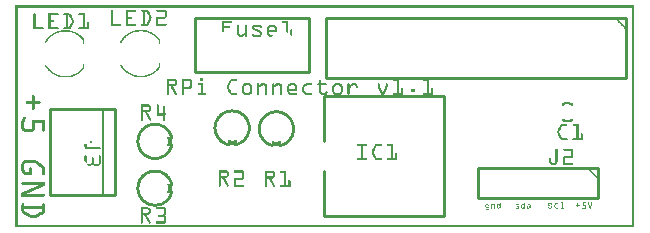
<source format=gto>
G04 MADE WITH FRITZING*
G04 WWW.FRITZING.ORG*
G04 DOUBLE SIDED*
G04 HOLES PLATED*
G04 CONTOUR ON CENTER OF CONTOUR VECTOR*
%ASAXBY*%
%FSLAX23Y23*%
%MOIN*%
%OFA0B0*%
%SFA1.0B1.0*%
%ADD10R,0.390000X0.190000X0.370000X0.170000*%
%ADD11C,0.010000*%
%ADD12C,0.005000*%
%ADD13R,0.001000X0.001000*%
%LNSILK1*%
G90*
G70*
G54D11*
X599Y698D02*
X979Y698D01*
X979Y518D01*
X599Y518D01*
X599Y698D01*
D02*
X114Y396D02*
X114Y111D01*
D02*
X114Y111D02*
X330Y111D01*
D02*
X330Y111D02*
X330Y396D01*
D02*
X330Y396D02*
X114Y396D01*
G54D12*
D02*
X290Y111D02*
X290Y396D01*
G54D11*
D02*
X2035Y698D02*
X1035Y698D01*
D02*
X1035Y698D02*
X1035Y498D01*
D02*
X1035Y498D02*
X2035Y498D01*
D02*
X2035Y498D02*
X2035Y698D01*
D02*
X1029Y40D02*
X1429Y40D01*
D02*
X1429Y40D02*
X1429Y440D01*
D02*
X1429Y440D02*
X1029Y440D01*
D02*
X1029Y40D02*
X1029Y190D01*
D02*
X1029Y290D02*
X1029Y440D01*
D02*
X1942Y198D02*
X1542Y198D01*
D02*
X1542Y198D02*
X1542Y98D01*
D02*
X1542Y98D02*
X1942Y98D01*
D02*
X1942Y98D02*
X1942Y198D01*
G54D13*
X0Y741D02*
X2062Y741D01*
X0Y740D02*
X2062Y740D01*
X0Y739D02*
X2062Y739D01*
X0Y738D02*
X2062Y738D01*
X0Y737D02*
X2062Y737D01*
X0Y736D02*
X2062Y736D01*
X0Y735D02*
X2062Y735D01*
X0Y734D02*
X2062Y734D01*
X0Y733D02*
X7Y733D01*
X2055Y733D02*
X2062Y733D01*
X0Y732D02*
X7Y732D01*
X2055Y732D02*
X2062Y732D01*
X0Y731D02*
X7Y731D01*
X2055Y731D02*
X2062Y731D01*
X0Y730D02*
X7Y730D01*
X2055Y730D02*
X2062Y730D01*
X0Y729D02*
X7Y729D01*
X2055Y729D02*
X2062Y729D01*
X0Y728D02*
X7Y728D01*
X2055Y728D02*
X2062Y728D01*
X0Y727D02*
X7Y727D01*
X320Y727D02*
X323Y727D01*
X369Y727D02*
X401Y727D01*
X421Y727D02*
X438Y727D01*
X471Y727D02*
X498Y727D01*
X2055Y727D02*
X2062Y727D01*
X0Y726D02*
X7Y726D01*
X319Y726D02*
X324Y726D01*
X369Y726D02*
X402Y726D01*
X420Y726D02*
X440Y726D01*
X470Y726D02*
X500Y726D01*
X2055Y726D02*
X2062Y726D01*
X0Y725D02*
X7Y725D01*
X319Y725D02*
X324Y725D01*
X369Y725D02*
X402Y725D01*
X419Y725D02*
X441Y725D01*
X469Y725D02*
X501Y725D01*
X2055Y725D02*
X2062Y725D01*
X0Y724D02*
X7Y724D01*
X319Y724D02*
X325Y724D01*
X369Y724D02*
X402Y724D01*
X419Y724D02*
X442Y724D01*
X469Y724D02*
X502Y724D01*
X2055Y724D02*
X2062Y724D01*
X0Y723D02*
X7Y723D01*
X319Y723D02*
X325Y723D01*
X369Y723D02*
X402Y723D01*
X419Y723D02*
X443Y723D01*
X469Y723D02*
X502Y723D01*
X2055Y723D02*
X2062Y723D01*
X0Y722D02*
X7Y722D01*
X319Y722D02*
X325Y722D01*
X369Y722D02*
X402Y722D01*
X420Y722D02*
X444Y722D01*
X470Y722D02*
X503Y722D01*
X2055Y722D02*
X2062Y722D01*
X0Y721D02*
X7Y721D01*
X319Y721D02*
X325Y721D01*
X369Y721D02*
X400Y721D01*
X421Y721D02*
X444Y721D01*
X471Y721D02*
X503Y721D01*
X2055Y721D02*
X2062Y721D01*
X0Y720D02*
X7Y720D01*
X319Y720D02*
X325Y720D01*
X369Y720D02*
X375Y720D01*
X426Y720D02*
X432Y720D01*
X437Y720D02*
X445Y720D01*
X497Y720D02*
X503Y720D01*
X2055Y720D02*
X2062Y720D01*
X0Y719D02*
X7Y719D01*
X319Y719D02*
X325Y719D01*
X369Y719D02*
X375Y719D01*
X426Y719D02*
X432Y719D01*
X438Y719D02*
X445Y719D01*
X497Y719D02*
X503Y719D01*
X2055Y719D02*
X2062Y719D01*
X0Y718D02*
X7Y718D01*
X319Y718D02*
X325Y718D01*
X369Y718D02*
X375Y718D01*
X426Y718D02*
X432Y718D01*
X439Y718D02*
X446Y718D01*
X497Y718D02*
X503Y718D01*
X2055Y718D02*
X2062Y718D01*
X0Y717D02*
X7Y717D01*
X319Y717D02*
X325Y717D01*
X369Y717D02*
X375Y717D01*
X426Y717D02*
X432Y717D01*
X439Y717D02*
X446Y717D01*
X497Y717D02*
X503Y717D01*
X2055Y717D02*
X2062Y717D01*
X0Y716D02*
X7Y716D01*
X319Y716D02*
X325Y716D01*
X369Y716D02*
X375Y716D01*
X426Y716D02*
X432Y716D01*
X440Y716D02*
X447Y716D01*
X497Y716D02*
X503Y716D01*
X2055Y716D02*
X2062Y716D01*
X0Y715D02*
X7Y715D01*
X61Y715D02*
X64Y715D01*
X110Y715D02*
X142Y715D01*
X161Y715D02*
X179Y715D01*
X212Y715D02*
X230Y715D01*
X319Y715D02*
X325Y715D01*
X369Y715D02*
X375Y715D01*
X426Y715D02*
X432Y715D01*
X440Y715D02*
X447Y715D01*
X497Y715D02*
X503Y715D01*
X2055Y715D02*
X2062Y715D01*
X0Y714D02*
X7Y714D01*
X60Y714D02*
X65Y714D01*
X110Y714D02*
X143Y714D01*
X161Y714D02*
X181Y714D01*
X211Y714D02*
X230Y714D01*
X319Y714D02*
X325Y714D01*
X369Y714D02*
X375Y714D01*
X426Y714D02*
X432Y714D01*
X441Y714D02*
X448Y714D01*
X497Y714D02*
X503Y714D01*
X2055Y714D02*
X2062Y714D01*
X0Y713D02*
X7Y713D01*
X60Y713D02*
X65Y713D01*
X110Y713D02*
X143Y713D01*
X160Y713D02*
X182Y713D01*
X210Y713D02*
X230Y713D01*
X319Y713D02*
X325Y713D01*
X369Y713D02*
X375Y713D01*
X426Y713D02*
X432Y713D01*
X441Y713D02*
X448Y713D01*
X497Y713D02*
X503Y713D01*
X2055Y713D02*
X2062Y713D01*
X0Y712D02*
X7Y712D01*
X60Y712D02*
X66Y712D01*
X110Y712D02*
X143Y712D01*
X160Y712D02*
X183Y712D01*
X210Y712D02*
X230Y712D01*
X319Y712D02*
X325Y712D01*
X369Y712D02*
X375Y712D01*
X426Y712D02*
X432Y712D01*
X442Y712D02*
X449Y712D01*
X497Y712D02*
X503Y712D01*
X2055Y712D02*
X2062Y712D01*
X0Y711D02*
X7Y711D01*
X60Y711D02*
X66Y711D01*
X110Y711D02*
X143Y711D01*
X160Y711D02*
X184Y711D01*
X210Y711D02*
X230Y711D01*
X319Y711D02*
X325Y711D01*
X369Y711D02*
X375Y711D01*
X426Y711D02*
X432Y711D01*
X442Y711D02*
X449Y711D01*
X497Y711D02*
X503Y711D01*
X2055Y711D02*
X2062Y711D01*
X0Y710D02*
X7Y710D01*
X60Y710D02*
X66Y710D01*
X110Y710D02*
X142Y710D01*
X161Y710D02*
X185Y710D01*
X211Y710D02*
X230Y710D01*
X319Y710D02*
X325Y710D01*
X369Y710D02*
X375Y710D01*
X426Y710D02*
X432Y710D01*
X443Y710D02*
X450Y710D01*
X497Y710D02*
X503Y710D01*
X2055Y710D02*
X2062Y710D01*
X0Y709D02*
X7Y709D01*
X60Y709D02*
X66Y709D01*
X110Y709D02*
X141Y709D01*
X162Y709D02*
X185Y709D01*
X212Y709D02*
X230Y709D01*
X319Y709D02*
X325Y709D01*
X369Y709D02*
X375Y709D01*
X426Y709D02*
X432Y709D01*
X443Y709D02*
X450Y709D01*
X497Y709D02*
X503Y709D01*
X2055Y709D02*
X2062Y709D01*
X0Y708D02*
X7Y708D01*
X60Y708D02*
X66Y708D01*
X110Y708D02*
X116Y708D01*
X167Y708D02*
X173Y708D01*
X178Y708D02*
X186Y708D01*
X224Y708D02*
X230Y708D01*
X319Y708D02*
X325Y708D01*
X369Y708D02*
X375Y708D01*
X426Y708D02*
X432Y708D01*
X444Y708D02*
X451Y708D01*
X497Y708D02*
X503Y708D01*
X2055Y708D02*
X2062Y708D01*
X0Y707D02*
X7Y707D01*
X60Y707D02*
X66Y707D01*
X110Y707D02*
X116Y707D01*
X167Y707D02*
X173Y707D01*
X179Y707D02*
X186Y707D01*
X224Y707D02*
X230Y707D01*
X319Y707D02*
X325Y707D01*
X369Y707D02*
X375Y707D01*
X426Y707D02*
X432Y707D01*
X444Y707D02*
X451Y707D01*
X497Y707D02*
X503Y707D01*
X2055Y707D02*
X2062Y707D01*
X0Y706D02*
X7Y706D01*
X60Y706D02*
X66Y706D01*
X110Y706D02*
X116Y706D01*
X167Y706D02*
X173Y706D01*
X180Y706D02*
X187Y706D01*
X224Y706D02*
X230Y706D01*
X319Y706D02*
X325Y706D01*
X369Y706D02*
X375Y706D01*
X426Y706D02*
X432Y706D01*
X445Y706D02*
X451Y706D01*
X497Y706D02*
X503Y706D01*
X2055Y706D02*
X2062Y706D01*
X0Y705D02*
X7Y705D01*
X60Y705D02*
X66Y705D01*
X110Y705D02*
X116Y705D01*
X167Y705D02*
X173Y705D01*
X180Y705D02*
X187Y705D01*
X224Y705D02*
X230Y705D01*
X319Y705D02*
X325Y705D01*
X369Y705D02*
X375Y705D01*
X426Y705D02*
X432Y705D01*
X445Y705D02*
X452Y705D01*
X497Y705D02*
X503Y705D01*
X2055Y705D02*
X2062Y705D01*
X0Y704D02*
X7Y704D01*
X60Y704D02*
X66Y704D01*
X110Y704D02*
X116Y704D01*
X167Y704D02*
X173Y704D01*
X181Y704D02*
X188Y704D01*
X224Y704D02*
X230Y704D01*
X319Y704D02*
X325Y704D01*
X369Y704D02*
X386Y704D01*
X426Y704D02*
X432Y704D01*
X446Y704D02*
X452Y704D01*
X476Y704D02*
X503Y704D01*
X2055Y704D02*
X2062Y704D01*
X0Y703D02*
X7Y703D01*
X60Y703D02*
X66Y703D01*
X110Y703D02*
X116Y703D01*
X167Y703D02*
X173Y703D01*
X181Y703D02*
X188Y703D01*
X224Y703D02*
X230Y703D01*
X319Y703D02*
X325Y703D01*
X369Y703D02*
X387Y703D01*
X426Y703D02*
X432Y703D01*
X446Y703D02*
X452Y703D01*
X473Y703D02*
X503Y703D01*
X2055Y703D02*
X2062Y703D01*
X0Y702D02*
X7Y702D01*
X60Y702D02*
X66Y702D01*
X110Y702D02*
X116Y702D01*
X167Y702D02*
X173Y702D01*
X182Y702D02*
X189Y702D01*
X224Y702D02*
X230Y702D01*
X319Y702D02*
X325Y702D01*
X369Y702D02*
X388Y702D01*
X426Y702D02*
X432Y702D01*
X446Y702D02*
X452Y702D01*
X471Y702D02*
X502Y702D01*
X2055Y702D02*
X2062Y702D01*
X0Y701D02*
X7Y701D01*
X60Y701D02*
X66Y701D01*
X110Y701D02*
X116Y701D01*
X167Y701D02*
X173Y701D01*
X182Y701D02*
X189Y701D01*
X224Y701D02*
X230Y701D01*
X319Y701D02*
X325Y701D01*
X369Y701D02*
X388Y701D01*
X426Y701D02*
X432Y701D01*
X446Y701D02*
X453Y701D01*
X470Y701D02*
X502Y701D01*
X2055Y701D02*
X2062Y701D01*
X0Y700D02*
X7Y700D01*
X60Y700D02*
X66Y700D01*
X110Y700D02*
X116Y700D01*
X167Y700D02*
X173Y700D01*
X183Y700D02*
X190Y700D01*
X224Y700D02*
X230Y700D01*
X319Y700D02*
X325Y700D01*
X369Y700D02*
X388Y700D01*
X426Y700D02*
X432Y700D01*
X446Y700D02*
X453Y700D01*
X470Y700D02*
X501Y700D01*
X2000Y700D02*
X2001Y700D01*
X2055Y700D02*
X2062Y700D01*
X0Y699D02*
X7Y699D01*
X60Y699D02*
X66Y699D01*
X110Y699D02*
X116Y699D01*
X167Y699D02*
X173Y699D01*
X183Y699D02*
X190Y699D01*
X224Y699D02*
X230Y699D01*
X319Y699D02*
X325Y699D01*
X369Y699D02*
X388Y699D01*
X426Y699D02*
X432Y699D01*
X446Y699D02*
X452Y699D01*
X469Y699D02*
X500Y699D01*
X1999Y699D02*
X2002Y699D01*
X2055Y699D02*
X2062Y699D01*
X0Y698D02*
X7Y698D01*
X60Y698D02*
X66Y698D01*
X110Y698D02*
X116Y698D01*
X167Y698D02*
X173Y698D01*
X184Y698D02*
X191Y698D01*
X224Y698D02*
X230Y698D01*
X319Y698D02*
X325Y698D01*
X369Y698D02*
X387Y698D01*
X426Y698D02*
X432Y698D01*
X446Y698D02*
X452Y698D01*
X469Y698D02*
X499Y698D01*
X1998Y698D02*
X2003Y698D01*
X2055Y698D02*
X2062Y698D01*
X0Y697D02*
X7Y697D01*
X60Y697D02*
X66Y697D01*
X110Y697D02*
X116Y697D01*
X167Y697D02*
X173Y697D01*
X184Y697D02*
X191Y697D01*
X224Y697D02*
X230Y697D01*
X319Y697D02*
X325Y697D01*
X369Y697D02*
X375Y697D01*
X426Y697D02*
X432Y697D01*
X446Y697D02*
X452Y697D01*
X469Y697D02*
X476Y697D01*
X1998Y697D02*
X2004Y697D01*
X2055Y697D02*
X2062Y697D01*
X0Y696D02*
X7Y696D01*
X60Y696D02*
X66Y696D01*
X110Y696D02*
X116Y696D01*
X167Y696D02*
X173Y696D01*
X185Y696D02*
X192Y696D01*
X224Y696D02*
X230Y696D01*
X319Y696D02*
X325Y696D01*
X369Y696D02*
X375Y696D01*
X426Y696D02*
X432Y696D01*
X445Y696D02*
X452Y696D01*
X469Y696D02*
X475Y696D01*
X1999Y696D02*
X2005Y696D01*
X2055Y696D02*
X2062Y696D01*
X0Y695D02*
X7Y695D01*
X60Y695D02*
X66Y695D01*
X110Y695D02*
X116Y695D01*
X167Y695D02*
X173Y695D01*
X185Y695D02*
X192Y695D01*
X224Y695D02*
X230Y695D01*
X319Y695D02*
X325Y695D01*
X369Y695D02*
X375Y695D01*
X426Y695D02*
X432Y695D01*
X445Y695D02*
X451Y695D01*
X469Y695D02*
X475Y695D01*
X2000Y695D02*
X2006Y695D01*
X2055Y695D02*
X2062Y695D01*
X0Y694D02*
X7Y694D01*
X60Y694D02*
X66Y694D01*
X110Y694D02*
X116Y694D01*
X167Y694D02*
X173Y694D01*
X186Y694D02*
X192Y694D01*
X224Y694D02*
X230Y694D01*
X319Y694D02*
X325Y694D01*
X369Y694D02*
X375Y694D01*
X426Y694D02*
X432Y694D01*
X444Y694D02*
X451Y694D01*
X469Y694D02*
X475Y694D01*
X2001Y694D02*
X2007Y694D01*
X2055Y694D02*
X2062Y694D01*
X0Y693D02*
X7Y693D01*
X60Y693D02*
X66Y693D01*
X110Y693D02*
X116Y693D01*
X167Y693D02*
X173Y693D01*
X186Y693D02*
X193Y693D01*
X224Y693D02*
X230Y693D01*
X319Y693D02*
X325Y693D01*
X369Y693D02*
X375Y693D01*
X426Y693D02*
X432Y693D01*
X444Y693D02*
X451Y693D01*
X469Y693D02*
X475Y693D01*
X2002Y693D02*
X2008Y693D01*
X2055Y693D02*
X2062Y693D01*
X0Y692D02*
X7Y692D01*
X60Y692D02*
X66Y692D01*
X110Y692D02*
X127Y692D01*
X167Y692D02*
X173Y692D01*
X187Y692D02*
X193Y692D01*
X224Y692D02*
X230Y692D01*
X319Y692D02*
X325Y692D01*
X369Y692D02*
X375Y692D01*
X426Y692D02*
X432Y692D01*
X443Y692D02*
X450Y692D01*
X469Y692D02*
X475Y692D01*
X2003Y692D02*
X2009Y692D01*
X2055Y692D02*
X2062Y692D01*
X0Y691D02*
X7Y691D01*
X60Y691D02*
X66Y691D01*
X110Y691D02*
X129Y691D01*
X167Y691D02*
X173Y691D01*
X187Y691D02*
X193Y691D01*
X224Y691D02*
X230Y691D01*
X319Y691D02*
X325Y691D01*
X369Y691D02*
X375Y691D01*
X426Y691D02*
X432Y691D01*
X443Y691D02*
X450Y691D01*
X469Y691D02*
X475Y691D01*
X2004Y691D02*
X2010Y691D01*
X2055Y691D02*
X2062Y691D01*
X0Y690D02*
X7Y690D01*
X60Y690D02*
X66Y690D01*
X110Y690D02*
X129Y690D01*
X167Y690D02*
X173Y690D01*
X187Y690D02*
X193Y690D01*
X224Y690D02*
X230Y690D01*
X319Y690D02*
X325Y690D01*
X369Y690D02*
X375Y690D01*
X426Y690D02*
X432Y690D01*
X442Y690D02*
X449Y690D01*
X469Y690D02*
X475Y690D01*
X688Y690D02*
X720Y690D01*
X890Y690D02*
X908Y690D01*
X2005Y690D02*
X2011Y690D01*
X2055Y690D02*
X2062Y690D01*
X0Y689D02*
X7Y689D01*
X60Y689D02*
X66Y689D01*
X110Y689D02*
X129Y689D01*
X167Y689D02*
X173Y689D01*
X187Y689D02*
X194Y689D01*
X224Y689D02*
X230Y689D01*
X319Y689D02*
X325Y689D01*
X369Y689D02*
X375Y689D01*
X426Y689D02*
X432Y689D01*
X442Y689D02*
X449Y689D01*
X469Y689D02*
X475Y689D01*
X688Y689D02*
X721Y689D01*
X889Y689D02*
X908Y689D01*
X2006Y689D02*
X2012Y689D01*
X2055Y689D02*
X2062Y689D01*
X0Y688D02*
X7Y688D01*
X60Y688D02*
X66Y688D01*
X110Y688D02*
X129Y688D01*
X167Y688D02*
X173Y688D01*
X187Y688D02*
X194Y688D01*
X224Y688D02*
X230Y688D01*
X319Y688D02*
X325Y688D01*
X369Y688D02*
X375Y688D01*
X426Y688D02*
X432Y688D01*
X441Y688D02*
X448Y688D01*
X469Y688D02*
X475Y688D01*
X688Y688D02*
X721Y688D01*
X888Y688D02*
X908Y688D01*
X2007Y688D02*
X2013Y688D01*
X2055Y688D02*
X2062Y688D01*
X0Y687D02*
X7Y687D01*
X60Y687D02*
X66Y687D01*
X110Y687D02*
X129Y687D01*
X167Y687D02*
X173Y687D01*
X187Y687D02*
X193Y687D01*
X224Y687D02*
X230Y687D01*
X319Y687D02*
X325Y687D01*
X369Y687D02*
X375Y687D01*
X426Y687D02*
X432Y687D01*
X441Y687D02*
X448Y687D01*
X469Y687D02*
X475Y687D01*
X688Y687D02*
X721Y687D01*
X888Y687D02*
X908Y687D01*
X2008Y687D02*
X2014Y687D01*
X2055Y687D02*
X2062Y687D01*
X0Y686D02*
X7Y686D01*
X60Y686D02*
X66Y686D01*
X110Y686D02*
X128Y686D01*
X167Y686D02*
X173Y686D01*
X187Y686D02*
X193Y686D01*
X224Y686D02*
X230Y686D01*
X240Y686D02*
X242Y686D01*
X319Y686D02*
X325Y686D01*
X369Y686D02*
X375Y686D01*
X426Y686D02*
X432Y686D01*
X440Y686D02*
X447Y686D01*
X469Y686D02*
X475Y686D01*
X688Y686D02*
X721Y686D01*
X889Y686D02*
X908Y686D01*
X2009Y686D02*
X2015Y686D01*
X2055Y686D02*
X2062Y686D01*
X0Y685D02*
X7Y685D01*
X60Y685D02*
X66Y685D01*
X110Y685D02*
X116Y685D01*
X167Y685D02*
X173Y685D01*
X187Y685D02*
X193Y685D01*
X224Y685D02*
X230Y685D01*
X239Y685D02*
X243Y685D01*
X319Y685D02*
X325Y685D01*
X369Y685D02*
X375Y685D01*
X426Y685D02*
X432Y685D01*
X440Y685D02*
X447Y685D01*
X469Y685D02*
X475Y685D01*
X688Y685D02*
X720Y685D01*
X889Y685D02*
X908Y685D01*
X2010Y685D02*
X2016Y685D01*
X2055Y685D02*
X2062Y685D01*
X0Y684D02*
X7Y684D01*
X60Y684D02*
X66Y684D01*
X110Y684D02*
X116Y684D01*
X167Y684D02*
X173Y684D01*
X186Y684D02*
X193Y684D01*
X224Y684D02*
X230Y684D01*
X238Y684D02*
X243Y684D01*
X319Y684D02*
X325Y684D01*
X369Y684D02*
X375Y684D01*
X426Y684D02*
X432Y684D01*
X439Y684D02*
X446Y684D01*
X469Y684D02*
X475Y684D01*
X688Y684D02*
X718Y684D01*
X891Y684D02*
X908Y684D01*
X2011Y684D02*
X2017Y684D01*
X2055Y684D02*
X2062Y684D01*
X0Y683D02*
X7Y683D01*
X60Y683D02*
X66Y683D01*
X110Y683D02*
X116Y683D01*
X167Y683D02*
X173Y683D01*
X186Y683D02*
X192Y683D01*
X224Y683D02*
X230Y683D01*
X238Y683D02*
X244Y683D01*
X319Y683D02*
X325Y683D01*
X369Y683D02*
X375Y683D01*
X426Y683D02*
X432Y683D01*
X439Y683D02*
X446Y683D01*
X469Y683D02*
X475Y683D01*
X688Y683D02*
X694Y683D01*
X902Y683D02*
X908Y683D01*
X2013Y683D02*
X2018Y683D01*
X2055Y683D02*
X2062Y683D01*
X0Y682D02*
X7Y682D01*
X60Y682D02*
X66Y682D01*
X110Y682D02*
X116Y682D01*
X167Y682D02*
X173Y682D01*
X185Y682D02*
X192Y682D01*
X224Y682D02*
X230Y682D01*
X238Y682D02*
X244Y682D01*
X319Y682D02*
X325Y682D01*
X369Y682D02*
X375Y682D01*
X426Y682D02*
X432Y682D01*
X438Y682D02*
X445Y682D01*
X469Y682D02*
X475Y682D01*
X688Y682D02*
X694Y682D01*
X902Y682D02*
X908Y682D01*
X2014Y682D02*
X2019Y682D01*
X2055Y682D02*
X2062Y682D01*
X0Y681D02*
X7Y681D01*
X60Y681D02*
X66Y681D01*
X110Y681D02*
X116Y681D01*
X167Y681D02*
X173Y681D01*
X185Y681D02*
X192Y681D01*
X224Y681D02*
X230Y681D01*
X238Y681D02*
X244Y681D01*
X319Y681D02*
X325Y681D01*
X369Y681D02*
X375Y681D01*
X426Y681D02*
X432Y681D01*
X437Y681D02*
X445Y681D01*
X469Y681D02*
X475Y681D01*
X688Y681D02*
X694Y681D01*
X902Y681D02*
X908Y681D01*
X2015Y681D02*
X2020Y681D01*
X2055Y681D02*
X2062Y681D01*
X0Y680D02*
X7Y680D01*
X60Y680D02*
X66Y680D01*
X110Y680D02*
X116Y680D01*
X167Y680D02*
X173Y680D01*
X184Y680D02*
X191Y680D01*
X224Y680D02*
X230Y680D01*
X238Y680D02*
X244Y680D01*
X319Y680D02*
X350Y680D01*
X369Y680D02*
X401Y680D01*
X421Y680D02*
X444Y680D01*
X469Y680D02*
X501Y680D01*
X688Y680D02*
X694Y680D01*
X902Y680D02*
X908Y680D01*
X2016Y680D02*
X2021Y680D01*
X2055Y680D02*
X2062Y680D01*
X0Y679D02*
X7Y679D01*
X60Y679D02*
X66Y679D01*
X110Y679D02*
X116Y679D01*
X167Y679D02*
X173Y679D01*
X184Y679D02*
X191Y679D01*
X224Y679D02*
X230Y679D01*
X238Y679D02*
X244Y679D01*
X319Y679D02*
X351Y679D01*
X369Y679D02*
X402Y679D01*
X420Y679D02*
X444Y679D01*
X469Y679D02*
X502Y679D01*
X688Y679D02*
X694Y679D01*
X902Y679D02*
X908Y679D01*
X2017Y679D02*
X2022Y679D01*
X2055Y679D02*
X2062Y679D01*
X0Y678D02*
X7Y678D01*
X60Y678D02*
X66Y678D01*
X110Y678D02*
X116Y678D01*
X167Y678D02*
X173Y678D01*
X183Y678D02*
X190Y678D01*
X224Y678D02*
X230Y678D01*
X238Y678D02*
X244Y678D01*
X319Y678D02*
X352Y678D01*
X369Y678D02*
X402Y678D01*
X419Y678D02*
X443Y678D01*
X469Y678D02*
X503Y678D01*
X688Y678D02*
X694Y678D01*
X902Y678D02*
X908Y678D01*
X2018Y678D02*
X2023Y678D01*
X2055Y678D02*
X2062Y678D01*
X0Y677D02*
X7Y677D01*
X60Y677D02*
X66Y677D01*
X110Y677D02*
X116Y677D01*
X167Y677D02*
X173Y677D01*
X183Y677D02*
X190Y677D01*
X224Y677D02*
X230Y677D01*
X238Y677D02*
X244Y677D01*
X319Y677D02*
X352Y677D01*
X369Y677D02*
X402Y677D01*
X419Y677D02*
X442Y677D01*
X469Y677D02*
X503Y677D01*
X688Y677D02*
X694Y677D01*
X902Y677D02*
X908Y677D01*
X2019Y677D02*
X2024Y677D01*
X2055Y677D02*
X2062Y677D01*
X0Y676D02*
X7Y676D01*
X60Y676D02*
X66Y676D01*
X110Y676D02*
X116Y676D01*
X167Y676D02*
X173Y676D01*
X182Y676D02*
X189Y676D01*
X224Y676D02*
X230Y676D01*
X238Y676D02*
X244Y676D01*
X319Y676D02*
X352Y676D01*
X369Y676D02*
X402Y676D01*
X419Y676D02*
X441Y676D01*
X469Y676D02*
X503Y676D01*
X688Y676D02*
X694Y676D01*
X740Y676D02*
X741Y676D01*
X768Y676D02*
X769Y676D01*
X796Y676D02*
X814Y676D01*
X849Y676D02*
X861Y676D01*
X902Y676D02*
X908Y676D01*
X2019Y676D02*
X2025Y676D01*
X2055Y676D02*
X2062Y676D01*
X0Y675D02*
X7Y675D01*
X60Y675D02*
X66Y675D01*
X110Y675D02*
X116Y675D01*
X167Y675D02*
X173Y675D01*
X182Y675D02*
X189Y675D01*
X224Y675D02*
X230Y675D01*
X238Y675D02*
X244Y675D01*
X319Y675D02*
X351Y675D01*
X369Y675D02*
X402Y675D01*
X420Y675D02*
X440Y675D01*
X469Y675D02*
X502Y675D01*
X688Y675D02*
X694Y675D01*
X739Y675D02*
X743Y675D01*
X766Y675D02*
X770Y675D01*
X793Y675D02*
X816Y675D01*
X846Y675D02*
X864Y675D01*
X902Y675D02*
X908Y675D01*
X2020Y675D02*
X2026Y675D01*
X2055Y675D02*
X2062Y675D01*
X0Y674D02*
X7Y674D01*
X60Y674D02*
X66Y674D01*
X110Y674D02*
X116Y674D01*
X167Y674D02*
X173Y674D01*
X181Y674D02*
X188Y674D01*
X224Y674D02*
X230Y674D01*
X238Y674D02*
X244Y674D01*
X319Y674D02*
X350Y674D01*
X369Y674D02*
X401Y674D01*
X421Y674D02*
X438Y674D01*
X469Y674D02*
X501Y674D01*
X688Y674D02*
X694Y674D01*
X738Y674D02*
X743Y674D01*
X766Y674D02*
X771Y674D01*
X792Y674D02*
X818Y674D01*
X845Y674D02*
X865Y674D01*
X902Y674D02*
X908Y674D01*
X2021Y674D02*
X2027Y674D01*
X2055Y674D02*
X2062Y674D01*
X0Y673D02*
X7Y673D01*
X60Y673D02*
X66Y673D01*
X110Y673D02*
X116Y673D01*
X167Y673D02*
X173Y673D01*
X181Y673D02*
X188Y673D01*
X224Y673D02*
X230Y673D01*
X238Y673D02*
X244Y673D01*
X688Y673D02*
X712Y673D01*
X738Y673D02*
X744Y673D01*
X765Y673D02*
X771Y673D01*
X791Y673D02*
X819Y673D01*
X843Y673D02*
X866Y673D01*
X902Y673D02*
X908Y673D01*
X2022Y673D02*
X2028Y673D01*
X2055Y673D02*
X2062Y673D01*
X0Y672D02*
X7Y672D01*
X60Y672D02*
X66Y672D01*
X110Y672D02*
X116Y672D01*
X167Y672D02*
X173Y672D01*
X180Y672D02*
X187Y672D01*
X224Y672D02*
X230Y672D01*
X238Y672D02*
X244Y672D01*
X688Y672D02*
X713Y672D01*
X738Y672D02*
X744Y672D01*
X765Y672D02*
X771Y672D01*
X790Y672D02*
X820Y672D01*
X842Y672D02*
X868Y672D01*
X902Y672D02*
X908Y672D01*
X2023Y672D02*
X2029Y672D01*
X2055Y672D02*
X2062Y672D01*
X0Y671D02*
X7Y671D01*
X60Y671D02*
X66Y671D01*
X110Y671D02*
X116Y671D01*
X167Y671D02*
X173Y671D01*
X180Y671D02*
X187Y671D01*
X224Y671D02*
X230Y671D01*
X238Y671D02*
X244Y671D01*
X688Y671D02*
X714Y671D01*
X738Y671D02*
X744Y671D01*
X765Y671D02*
X771Y671D01*
X790Y671D02*
X820Y671D01*
X841Y671D02*
X869Y671D01*
X902Y671D02*
X908Y671D01*
X2024Y671D02*
X2030Y671D01*
X2055Y671D02*
X2062Y671D01*
X0Y670D02*
X7Y670D01*
X60Y670D02*
X66Y670D01*
X110Y670D02*
X116Y670D01*
X167Y670D02*
X173Y670D01*
X179Y670D02*
X186Y670D01*
X224Y670D02*
X230Y670D01*
X238Y670D02*
X244Y670D01*
X688Y670D02*
X714Y670D01*
X738Y670D02*
X744Y670D01*
X765Y670D02*
X771Y670D01*
X789Y670D02*
X821Y670D01*
X840Y670D02*
X870Y670D01*
X902Y670D02*
X908Y670D01*
X2025Y670D02*
X2031Y670D01*
X2055Y670D02*
X2062Y670D01*
X0Y669D02*
X7Y669D01*
X60Y669D02*
X66Y669D01*
X110Y669D02*
X116Y669D01*
X167Y669D02*
X173Y669D01*
X178Y669D02*
X186Y669D01*
X224Y669D02*
X230Y669D01*
X238Y669D02*
X244Y669D01*
X688Y669D02*
X714Y669D01*
X738Y669D02*
X744Y669D01*
X765Y669D02*
X771Y669D01*
X789Y669D02*
X796Y669D01*
X813Y669D02*
X821Y669D01*
X840Y669D02*
X849Y669D01*
X861Y669D02*
X870Y669D01*
X902Y669D02*
X908Y669D01*
X2026Y669D02*
X2032Y669D01*
X2055Y669D02*
X2062Y669D01*
X0Y668D02*
X7Y668D01*
X60Y668D02*
X91Y668D01*
X110Y668D02*
X142Y668D01*
X162Y668D02*
X185Y668D01*
X212Y668D02*
X244Y668D01*
X688Y668D02*
X714Y668D01*
X738Y668D02*
X744Y668D01*
X765Y668D02*
X771Y668D01*
X789Y668D02*
X795Y668D01*
X815Y668D02*
X820Y668D01*
X839Y668D02*
X847Y668D01*
X863Y668D02*
X871Y668D01*
X902Y668D02*
X908Y668D01*
X2027Y668D02*
X2033Y668D01*
X2055Y668D02*
X2062Y668D01*
X0Y667D02*
X7Y667D01*
X60Y667D02*
X93Y667D01*
X110Y667D02*
X143Y667D01*
X161Y667D02*
X185Y667D01*
X211Y667D02*
X244Y667D01*
X688Y667D02*
X713Y667D01*
X738Y667D02*
X744Y667D01*
X765Y667D02*
X771Y667D01*
X789Y667D02*
X795Y667D01*
X816Y667D02*
X819Y667D01*
X839Y667D02*
X846Y667D01*
X864Y667D02*
X871Y667D01*
X902Y667D02*
X908Y667D01*
X2028Y667D02*
X2034Y667D01*
X2055Y667D02*
X2062Y667D01*
X0Y666D02*
X7Y666D01*
X60Y666D02*
X93Y666D01*
X110Y666D02*
X143Y666D01*
X160Y666D02*
X184Y666D01*
X210Y666D02*
X244Y666D01*
X688Y666D02*
X694Y666D01*
X738Y666D02*
X744Y666D01*
X765Y666D02*
X771Y666D01*
X789Y666D02*
X795Y666D01*
X838Y666D02*
X845Y666D01*
X865Y666D02*
X871Y666D01*
X902Y666D02*
X908Y666D01*
X2029Y666D02*
X2035Y666D01*
X2055Y666D02*
X2062Y666D01*
X0Y665D02*
X7Y665D01*
X60Y665D02*
X93Y665D01*
X110Y665D02*
X143Y665D01*
X160Y665D02*
X183Y665D01*
X210Y665D02*
X244Y665D01*
X688Y665D02*
X694Y665D01*
X738Y665D02*
X744Y665D01*
X765Y665D02*
X771Y665D01*
X789Y665D02*
X797Y665D01*
X838Y665D02*
X844Y665D01*
X865Y665D02*
X872Y665D01*
X902Y665D02*
X908Y665D01*
X2030Y665D02*
X2034Y665D01*
X2055Y665D02*
X2062Y665D01*
X0Y664D02*
X7Y664D01*
X60Y664D02*
X93Y664D01*
X110Y664D02*
X143Y664D01*
X160Y664D02*
X182Y664D01*
X210Y664D02*
X244Y664D01*
X688Y664D02*
X694Y664D01*
X738Y664D02*
X744Y664D01*
X765Y664D02*
X771Y664D01*
X790Y664D02*
X799Y664D01*
X838Y664D02*
X844Y664D01*
X866Y664D02*
X872Y664D01*
X902Y664D02*
X908Y664D01*
X2031Y664D02*
X2033Y664D01*
X2055Y664D02*
X2062Y664D01*
X0Y663D02*
X7Y663D01*
X60Y663D02*
X92Y663D01*
X110Y663D02*
X143Y663D01*
X161Y663D02*
X181Y663D01*
X211Y663D02*
X243Y663D01*
X688Y663D02*
X694Y663D01*
X738Y663D02*
X744Y663D01*
X765Y663D02*
X771Y663D01*
X790Y663D02*
X802Y663D01*
X838Y663D02*
X844Y663D01*
X866Y663D02*
X872Y663D01*
X902Y663D02*
X908Y663D01*
X2032Y663D02*
X2032Y663D01*
X2055Y663D02*
X2062Y663D01*
X0Y662D02*
X7Y662D01*
X60Y662D02*
X91Y662D01*
X110Y662D02*
X141Y662D01*
X162Y662D02*
X178Y662D01*
X212Y662D02*
X242Y662D01*
X688Y662D02*
X694Y662D01*
X738Y662D02*
X744Y662D01*
X765Y662D02*
X771Y662D01*
X791Y662D02*
X804Y662D01*
X838Y662D02*
X844Y662D01*
X866Y662D02*
X872Y662D01*
X902Y662D02*
X908Y662D01*
X2055Y662D02*
X2062Y662D01*
X0Y661D02*
X7Y661D01*
X688Y661D02*
X694Y661D01*
X738Y661D02*
X744Y661D01*
X765Y661D02*
X771Y661D01*
X791Y661D02*
X806Y661D01*
X838Y661D02*
X844Y661D01*
X866Y661D02*
X872Y661D01*
X902Y661D02*
X908Y661D01*
X918Y661D02*
X920Y661D01*
X2055Y661D02*
X2062Y661D01*
X0Y660D02*
X7Y660D01*
X414Y660D02*
X422Y660D01*
X688Y660D02*
X694Y660D01*
X738Y660D02*
X744Y660D01*
X765Y660D02*
X771Y660D01*
X793Y660D02*
X809Y660D01*
X838Y660D02*
X844Y660D01*
X866Y660D02*
X872Y660D01*
X902Y660D02*
X908Y660D01*
X917Y660D02*
X921Y660D01*
X2055Y660D02*
X2062Y660D01*
X0Y659D02*
X7Y659D01*
X160Y659D02*
X172Y659D01*
X405Y659D02*
X431Y659D01*
X688Y659D02*
X694Y659D01*
X738Y659D02*
X744Y659D01*
X765Y659D02*
X771Y659D01*
X794Y659D02*
X811Y659D01*
X838Y659D02*
X844Y659D01*
X866Y659D02*
X872Y659D01*
X902Y659D02*
X908Y659D01*
X916Y659D02*
X922Y659D01*
X2055Y659D02*
X2062Y659D01*
X0Y658D02*
X7Y658D01*
X152Y658D02*
X180Y658D01*
X400Y658D02*
X436Y658D01*
X688Y658D02*
X694Y658D01*
X738Y658D02*
X744Y658D01*
X765Y658D02*
X771Y658D01*
X797Y658D02*
X813Y658D01*
X838Y658D02*
X872Y658D01*
X902Y658D02*
X908Y658D01*
X916Y658D02*
X922Y658D01*
X2055Y658D02*
X2062Y658D01*
X0Y657D02*
X7Y657D01*
X147Y657D02*
X185Y657D01*
X396Y657D02*
X439Y657D01*
X688Y657D02*
X694Y657D01*
X738Y657D02*
X744Y657D01*
X765Y657D02*
X771Y657D01*
X799Y657D02*
X815Y657D01*
X838Y657D02*
X872Y657D01*
X902Y657D02*
X908Y657D01*
X916Y657D02*
X922Y657D01*
X2055Y657D02*
X2062Y657D01*
X0Y656D02*
X7Y656D01*
X144Y656D02*
X188Y656D01*
X393Y656D02*
X443Y656D01*
X688Y656D02*
X694Y656D01*
X738Y656D02*
X744Y656D01*
X765Y656D02*
X771Y656D01*
X801Y656D02*
X817Y656D01*
X838Y656D02*
X872Y656D01*
X902Y656D02*
X908Y656D01*
X916Y656D02*
X922Y656D01*
X2055Y656D02*
X2062Y656D01*
X0Y655D02*
X7Y655D01*
X140Y655D02*
X192Y655D01*
X390Y655D02*
X410Y655D01*
X425Y655D02*
X445Y655D01*
X688Y655D02*
X694Y655D01*
X738Y655D02*
X744Y655D01*
X765Y655D02*
X771Y655D01*
X804Y655D02*
X818Y655D01*
X838Y655D02*
X872Y655D01*
X902Y655D02*
X908Y655D01*
X916Y655D02*
X922Y655D01*
X2055Y655D02*
X2062Y655D01*
X0Y654D02*
X7Y654D01*
X138Y654D02*
X156Y654D01*
X175Y654D02*
X194Y654D01*
X387Y654D02*
X403Y654D01*
X432Y654D02*
X448Y654D01*
X738Y654D02*
X744Y654D01*
X765Y654D02*
X771Y654D01*
X806Y654D02*
X819Y654D01*
X838Y654D02*
X872Y654D01*
X902Y654D02*
X908Y654D01*
X916Y654D02*
X922Y654D01*
X2055Y654D02*
X2062Y654D01*
X0Y653D02*
X7Y653D01*
X135Y653D02*
X150Y653D01*
X181Y653D02*
X197Y653D01*
X385Y653D02*
X398Y653D01*
X436Y653D02*
X450Y653D01*
X738Y653D02*
X744Y653D01*
X765Y653D02*
X771Y653D01*
X808Y653D02*
X820Y653D01*
X838Y653D02*
X871Y653D01*
X902Y653D02*
X908Y653D01*
X916Y653D02*
X922Y653D01*
X2055Y653D02*
X2062Y653D01*
X0Y652D02*
X7Y652D01*
X133Y652D02*
X146Y652D01*
X185Y652D02*
X199Y652D01*
X383Y652D02*
X395Y652D01*
X440Y652D02*
X452Y652D01*
X738Y652D02*
X744Y652D01*
X765Y652D02*
X771Y652D01*
X811Y652D02*
X820Y652D01*
X838Y652D02*
X870Y652D01*
X902Y652D02*
X908Y652D01*
X916Y652D02*
X922Y652D01*
X2055Y652D02*
X2062Y652D01*
X0Y651D02*
X7Y651D01*
X131Y651D02*
X143Y651D01*
X189Y651D02*
X201Y651D01*
X381Y651D02*
X392Y651D01*
X443Y651D02*
X454Y651D01*
X738Y651D02*
X744Y651D01*
X765Y651D02*
X771Y651D01*
X813Y651D02*
X821Y651D01*
X838Y651D02*
X844Y651D01*
X905Y651D02*
X908Y651D01*
X916Y651D02*
X922Y651D01*
X2055Y651D02*
X2062Y651D01*
X0Y650D02*
X7Y650D01*
X129Y650D02*
X140Y650D01*
X192Y650D02*
X203Y650D01*
X379Y650D02*
X389Y650D01*
X445Y650D02*
X456Y650D01*
X738Y650D02*
X744Y650D01*
X764Y650D02*
X771Y650D01*
X814Y650D02*
X821Y650D01*
X838Y650D02*
X844Y650D01*
X907Y650D02*
X908Y650D01*
X916Y650D02*
X922Y650D01*
X2055Y650D02*
X2062Y650D01*
X0Y649D02*
X7Y649D01*
X127Y649D02*
X137Y649D01*
X194Y649D02*
X205Y649D01*
X377Y649D02*
X387Y649D01*
X448Y649D02*
X458Y649D01*
X739Y649D02*
X745Y649D01*
X762Y649D02*
X771Y649D01*
X815Y649D02*
X821Y649D01*
X838Y649D02*
X844Y649D01*
X916Y649D02*
X922Y649D01*
X2055Y649D02*
X2062Y649D01*
X0Y648D02*
X7Y648D01*
X125Y648D02*
X135Y648D01*
X197Y648D02*
X207Y648D01*
X376Y648D02*
X385Y648D01*
X450Y648D02*
X459Y648D01*
X739Y648D02*
X745Y648D01*
X761Y648D02*
X771Y648D01*
X815Y648D02*
X821Y648D01*
X838Y648D02*
X845Y648D01*
X916Y648D02*
X922Y648D01*
X2055Y648D02*
X2062Y648D01*
X0Y647D02*
X7Y647D01*
X124Y647D02*
X133Y647D01*
X199Y647D02*
X208Y647D01*
X374Y647D02*
X383Y647D01*
X452Y647D02*
X461Y647D01*
X739Y647D02*
X745Y647D01*
X759Y647D02*
X771Y647D01*
X815Y647D02*
X821Y647D01*
X838Y647D02*
X845Y647D01*
X916Y647D02*
X922Y647D01*
X2055Y647D02*
X2062Y647D01*
X0Y646D02*
X7Y646D01*
X122Y646D02*
X131Y646D01*
X201Y646D02*
X210Y646D01*
X373Y646D02*
X381Y646D01*
X454Y646D02*
X462Y646D01*
X739Y646D02*
X745Y646D01*
X757Y646D02*
X771Y646D01*
X789Y646D02*
X792Y646D01*
X815Y646D02*
X821Y646D01*
X839Y646D02*
X846Y646D01*
X916Y646D02*
X922Y646D01*
X2055Y646D02*
X2062Y646D01*
X0Y645D02*
X7Y645D01*
X121Y645D02*
X129Y645D01*
X202Y645D02*
X211Y645D01*
X371Y645D02*
X379Y645D01*
X456Y645D02*
X464Y645D01*
X739Y645D02*
X746Y645D01*
X756Y645D02*
X771Y645D01*
X788Y645D02*
X794Y645D01*
X814Y645D02*
X821Y645D01*
X839Y645D02*
X847Y645D01*
X916Y645D02*
X922Y645D01*
X2055Y645D02*
X2062Y645D01*
X0Y644D02*
X7Y644D01*
X119Y644D02*
X127Y644D01*
X204Y644D02*
X212Y644D01*
X370Y644D02*
X378Y644D01*
X457Y644D02*
X465Y644D01*
X739Y644D02*
X747Y644D01*
X754Y644D02*
X771Y644D01*
X788Y644D02*
X796Y644D01*
X813Y644D02*
X821Y644D01*
X840Y644D02*
X849Y644D01*
X917Y644D02*
X922Y644D01*
X2055Y644D02*
X2062Y644D01*
X0Y643D02*
X7Y643D01*
X118Y643D02*
X126Y643D01*
X206Y643D02*
X214Y643D01*
X369Y643D02*
X376Y643D01*
X459Y643D02*
X466Y643D01*
X739Y643D02*
X771Y643D01*
X788Y643D02*
X820Y643D01*
X840Y643D02*
X858Y643D01*
X918Y643D02*
X922Y643D01*
X2055Y643D02*
X2062Y643D01*
X0Y642D02*
X7Y642D01*
X117Y642D02*
X124Y642D01*
X207Y642D02*
X215Y642D01*
X367Y642D02*
X375Y642D01*
X460Y642D02*
X468Y642D01*
X740Y642D02*
X763Y642D01*
X765Y642D02*
X771Y642D01*
X788Y642D02*
X820Y642D01*
X841Y642D02*
X857Y642D01*
X919Y642D02*
X922Y642D01*
X2055Y642D02*
X2062Y642D01*
X0Y641D02*
X7Y641D01*
X116Y641D02*
X123Y641D01*
X209Y641D02*
X216Y641D01*
X366Y641D02*
X373Y641D01*
X462Y641D02*
X469Y641D01*
X741Y641D02*
X762Y641D01*
X765Y641D02*
X771Y641D01*
X789Y641D02*
X819Y641D01*
X842Y641D02*
X856Y641D01*
X920Y641D02*
X922Y641D01*
X2055Y641D02*
X2062Y641D01*
X0Y640D02*
X7Y640D01*
X114Y640D02*
X121Y640D01*
X210Y640D02*
X218Y640D01*
X365Y640D02*
X372Y640D01*
X463Y640D02*
X470Y640D01*
X742Y640D02*
X760Y640D01*
X765Y640D02*
X771Y640D01*
X790Y640D02*
X818Y640D01*
X843Y640D02*
X855Y640D01*
X921Y640D02*
X922Y640D01*
X2055Y640D02*
X2062Y640D01*
X0Y639D02*
X7Y639D01*
X113Y639D02*
X120Y639D01*
X212Y639D02*
X219Y639D01*
X364Y639D02*
X371Y639D01*
X464Y639D02*
X471Y639D01*
X743Y639D02*
X758Y639D01*
X766Y639D02*
X771Y639D01*
X791Y639D02*
X817Y639D01*
X845Y639D02*
X854Y639D01*
X922Y639D02*
X922Y639D01*
X2055Y639D02*
X2062Y639D01*
X0Y638D02*
X7Y638D01*
X112Y638D02*
X119Y638D01*
X213Y638D02*
X220Y638D01*
X363Y638D02*
X369Y638D01*
X465Y638D02*
X472Y638D01*
X744Y638D02*
X757Y638D01*
X766Y638D02*
X770Y638D01*
X793Y638D02*
X816Y638D01*
X846Y638D02*
X853Y638D01*
X2055Y638D02*
X2062Y638D01*
X0Y637D02*
X7Y637D01*
X111Y637D02*
X118Y637D01*
X214Y637D02*
X221Y637D01*
X362Y637D02*
X368Y637D01*
X467Y637D02*
X473Y637D01*
X747Y637D02*
X754Y637D01*
X768Y637D02*
X769Y637D01*
X797Y637D02*
X813Y637D01*
X849Y637D02*
X852Y637D01*
X2055Y637D02*
X2062Y637D01*
X0Y636D02*
X7Y636D01*
X110Y636D02*
X116Y636D01*
X215Y636D02*
X222Y636D01*
X361Y636D02*
X367Y636D01*
X468Y636D02*
X474Y636D01*
X2055Y636D02*
X2062Y636D01*
X0Y635D02*
X7Y635D01*
X109Y635D02*
X115Y635D01*
X216Y635D02*
X223Y635D01*
X360Y635D02*
X366Y635D01*
X469Y635D02*
X475Y635D01*
X2055Y635D02*
X2062Y635D01*
X0Y634D02*
X7Y634D01*
X108Y634D02*
X114Y634D01*
X217Y634D02*
X224Y634D01*
X359Y634D02*
X365Y634D01*
X470Y634D02*
X476Y634D01*
X2055Y634D02*
X2062Y634D01*
X0Y633D02*
X7Y633D01*
X107Y633D02*
X113Y633D01*
X219Y633D02*
X225Y633D01*
X358Y633D02*
X364Y633D01*
X471Y633D02*
X477Y633D01*
X2055Y633D02*
X2062Y633D01*
X0Y632D02*
X7Y632D01*
X106Y632D02*
X112Y632D01*
X220Y632D02*
X225Y632D01*
X357Y632D02*
X363Y632D01*
X472Y632D02*
X478Y632D01*
X2055Y632D02*
X2062Y632D01*
X0Y631D02*
X7Y631D01*
X106Y631D02*
X111Y631D01*
X220Y631D02*
X226Y631D01*
X356Y631D02*
X362Y631D01*
X473Y631D02*
X479Y631D01*
X2055Y631D02*
X2062Y631D01*
X0Y630D02*
X7Y630D01*
X105Y630D02*
X110Y630D01*
X221Y630D02*
X227Y630D01*
X356Y630D02*
X361Y630D01*
X474Y630D02*
X479Y630D01*
X2055Y630D02*
X2062Y630D01*
X0Y629D02*
X7Y629D01*
X104Y629D02*
X110Y629D01*
X222Y629D02*
X228Y629D01*
X355Y629D02*
X360Y629D01*
X475Y629D02*
X480Y629D01*
X2055Y629D02*
X2062Y629D01*
X0Y628D02*
X7Y628D01*
X103Y628D02*
X109Y628D01*
X223Y628D02*
X229Y628D01*
X354Y628D02*
X360Y628D01*
X475Y628D02*
X481Y628D01*
X2055Y628D02*
X2062Y628D01*
X0Y627D02*
X7Y627D01*
X102Y627D02*
X108Y627D01*
X224Y627D02*
X229Y627D01*
X353Y627D02*
X359Y627D01*
X476Y627D02*
X481Y627D01*
X2055Y627D02*
X2062Y627D01*
X0Y626D02*
X7Y626D01*
X102Y626D02*
X107Y626D01*
X225Y626D02*
X229Y626D01*
X353Y626D02*
X358Y626D01*
X477Y626D02*
X481Y626D01*
X2055Y626D02*
X2062Y626D01*
X0Y625D02*
X7Y625D01*
X101Y625D02*
X106Y625D01*
X225Y625D02*
X229Y625D01*
X352Y625D02*
X357Y625D01*
X477Y625D02*
X481Y625D01*
X2055Y625D02*
X2062Y625D01*
X0Y624D02*
X7Y624D01*
X100Y624D02*
X105Y624D01*
X225Y624D02*
X229Y624D01*
X351Y624D02*
X356Y624D01*
X477Y624D02*
X481Y624D01*
X2055Y624D02*
X2062Y624D01*
X0Y623D02*
X7Y623D01*
X100Y623D02*
X105Y623D01*
X225Y623D02*
X229Y623D01*
X351Y623D02*
X356Y623D01*
X477Y623D02*
X481Y623D01*
X2055Y623D02*
X2062Y623D01*
X0Y622D02*
X7Y622D01*
X99Y622D02*
X104Y622D01*
X225Y622D02*
X229Y622D01*
X350Y622D02*
X355Y622D01*
X477Y622D02*
X481Y622D01*
X2055Y622D02*
X2062Y622D01*
X0Y621D02*
X7Y621D01*
X98Y621D02*
X103Y621D01*
X225Y621D02*
X229Y621D01*
X349Y621D02*
X354Y621D01*
X477Y621D02*
X481Y621D01*
X2055Y621D02*
X2062Y621D01*
X0Y620D02*
X7Y620D01*
X98Y620D02*
X103Y620D01*
X225Y620D02*
X229Y620D01*
X349Y620D02*
X354Y620D01*
X477Y620D02*
X481Y620D01*
X2055Y620D02*
X2062Y620D01*
X0Y619D02*
X7Y619D01*
X97Y619D02*
X102Y619D01*
X225Y619D02*
X229Y619D01*
X349Y619D02*
X353Y619D01*
X477Y619D02*
X481Y619D01*
X2055Y619D02*
X2062Y619D01*
X0Y618D02*
X7Y618D01*
X97Y618D02*
X101Y618D01*
X225Y618D02*
X229Y618D01*
X349Y618D02*
X353Y618D01*
X477Y618D02*
X481Y618D01*
X2055Y618D02*
X2062Y618D01*
X0Y617D02*
X7Y617D01*
X98Y617D02*
X101Y617D01*
X225Y617D02*
X229Y617D01*
X477Y617D02*
X481Y617D01*
X2055Y617D02*
X2062Y617D01*
X0Y616D02*
X7Y616D01*
X225Y616D02*
X229Y616D01*
X477Y616D02*
X481Y616D01*
X2055Y616D02*
X2062Y616D01*
X0Y615D02*
X7Y615D01*
X225Y615D02*
X229Y615D01*
X477Y615D02*
X481Y615D01*
X2055Y615D02*
X2062Y615D01*
X0Y614D02*
X7Y614D01*
X225Y614D02*
X229Y614D01*
X478Y614D02*
X481Y614D01*
X2055Y614D02*
X2062Y614D01*
X0Y613D02*
X7Y613D01*
X227Y613D02*
X229Y613D01*
X480Y613D02*
X481Y613D01*
X2055Y613D02*
X2062Y613D01*
X0Y612D02*
X7Y612D01*
X229Y612D02*
X229Y612D01*
X2055Y612D02*
X2062Y612D01*
X0Y611D02*
X7Y611D01*
X2055Y611D02*
X2062Y611D01*
X0Y610D02*
X7Y610D01*
X2055Y610D02*
X2062Y610D01*
X0Y609D02*
X7Y609D01*
X2055Y609D02*
X2062Y609D01*
X0Y608D02*
X7Y608D01*
X2055Y608D02*
X2062Y608D01*
X0Y607D02*
X7Y607D01*
X2055Y607D02*
X2062Y607D01*
X0Y606D02*
X7Y606D01*
X2055Y606D02*
X2062Y606D01*
X0Y605D02*
X7Y605D01*
X2055Y605D02*
X2062Y605D01*
X0Y604D02*
X7Y604D01*
X2055Y604D02*
X2062Y604D01*
X0Y603D02*
X7Y603D01*
X2055Y603D02*
X2062Y603D01*
X0Y602D02*
X7Y602D01*
X2055Y602D02*
X2062Y602D01*
X0Y601D02*
X7Y601D01*
X2055Y601D02*
X2062Y601D01*
X0Y600D02*
X7Y600D01*
X2055Y600D02*
X2062Y600D01*
X0Y599D02*
X7Y599D01*
X2055Y599D02*
X2062Y599D01*
X0Y598D02*
X7Y598D01*
X2055Y598D02*
X2062Y598D01*
X0Y597D02*
X7Y597D01*
X2055Y597D02*
X2062Y597D01*
X0Y596D02*
X7Y596D01*
X2055Y596D02*
X2062Y596D01*
X0Y595D02*
X7Y595D01*
X2055Y595D02*
X2062Y595D01*
X0Y594D02*
X7Y594D01*
X2055Y594D02*
X2062Y594D01*
X0Y593D02*
X7Y593D01*
X2055Y593D02*
X2062Y593D01*
X0Y592D02*
X7Y592D01*
X2055Y592D02*
X2062Y592D01*
X0Y591D02*
X7Y591D01*
X2055Y591D02*
X2062Y591D01*
X0Y590D02*
X7Y590D01*
X2055Y590D02*
X2062Y590D01*
X0Y589D02*
X7Y589D01*
X2055Y589D02*
X2062Y589D01*
X0Y588D02*
X7Y588D01*
X2055Y588D02*
X2062Y588D01*
X0Y587D02*
X7Y587D01*
X2055Y587D02*
X2062Y587D01*
X0Y586D02*
X7Y586D01*
X2055Y586D02*
X2062Y586D01*
X0Y585D02*
X7Y585D01*
X2055Y585D02*
X2062Y585D01*
X0Y584D02*
X7Y584D01*
X2055Y584D02*
X2062Y584D01*
X0Y583D02*
X7Y583D01*
X2055Y583D02*
X2062Y583D01*
X0Y582D02*
X7Y582D01*
X2055Y582D02*
X2062Y582D01*
X0Y581D02*
X7Y581D01*
X2055Y581D02*
X2062Y581D01*
X0Y580D02*
X7Y580D01*
X2055Y580D02*
X2062Y580D01*
X0Y579D02*
X7Y579D01*
X2055Y579D02*
X2062Y579D01*
X0Y578D02*
X7Y578D01*
X2055Y578D02*
X2062Y578D01*
X0Y577D02*
X7Y577D01*
X2055Y577D02*
X2062Y577D01*
X0Y576D02*
X7Y576D01*
X2055Y576D02*
X2062Y576D01*
X0Y575D02*
X7Y575D01*
X2055Y575D02*
X2062Y575D01*
X0Y574D02*
X7Y574D01*
X2055Y574D02*
X2062Y574D01*
X0Y573D02*
X7Y573D01*
X2055Y573D02*
X2062Y573D01*
X0Y572D02*
X7Y572D01*
X2055Y572D02*
X2062Y572D01*
X0Y571D02*
X7Y571D01*
X2055Y571D02*
X2062Y571D01*
X0Y570D02*
X7Y570D01*
X2055Y570D02*
X2062Y570D01*
X0Y569D02*
X7Y569D01*
X2055Y569D02*
X2062Y569D01*
X0Y568D02*
X7Y568D01*
X2055Y568D02*
X2062Y568D01*
X0Y567D02*
X7Y567D01*
X2055Y567D02*
X2062Y567D01*
X0Y566D02*
X7Y566D01*
X2055Y566D02*
X2062Y566D01*
X0Y565D02*
X7Y565D01*
X2055Y565D02*
X2062Y565D01*
X0Y564D02*
X7Y564D01*
X2055Y564D02*
X2062Y564D01*
X0Y563D02*
X7Y563D01*
X2055Y563D02*
X2062Y563D01*
X0Y562D02*
X7Y562D01*
X2055Y562D02*
X2062Y562D01*
X0Y561D02*
X7Y561D01*
X2055Y561D02*
X2062Y561D01*
X0Y560D02*
X7Y560D01*
X2055Y560D02*
X2062Y560D01*
X0Y559D02*
X7Y559D01*
X2055Y559D02*
X2062Y559D01*
X0Y558D02*
X7Y558D01*
X2055Y558D02*
X2062Y558D01*
X0Y557D02*
X7Y557D01*
X2055Y557D02*
X2062Y557D01*
X0Y556D02*
X7Y556D01*
X2055Y556D02*
X2062Y556D01*
X0Y555D02*
X7Y555D01*
X2055Y555D02*
X2062Y555D01*
X0Y554D02*
X7Y554D01*
X2055Y554D02*
X2062Y554D01*
X0Y553D02*
X7Y553D01*
X2055Y553D02*
X2062Y553D01*
X0Y552D02*
X7Y552D01*
X2055Y552D02*
X2062Y552D01*
X0Y551D02*
X7Y551D01*
X2055Y551D02*
X2062Y551D01*
X0Y550D02*
X7Y550D01*
X2055Y550D02*
X2062Y550D01*
X0Y549D02*
X7Y549D01*
X480Y549D02*
X481Y549D01*
X2055Y549D02*
X2062Y549D01*
X0Y548D02*
X7Y548D01*
X228Y548D02*
X229Y548D01*
X478Y548D02*
X481Y548D01*
X2055Y548D02*
X2062Y548D01*
X0Y547D02*
X7Y547D01*
X226Y547D02*
X229Y547D01*
X477Y547D02*
X481Y547D01*
X2055Y547D02*
X2062Y547D01*
X0Y546D02*
X7Y546D01*
X225Y546D02*
X229Y546D01*
X477Y546D02*
X481Y546D01*
X2055Y546D02*
X2062Y546D01*
X0Y545D02*
X7Y545D01*
X225Y545D02*
X229Y545D01*
X477Y545D02*
X481Y545D01*
X2055Y545D02*
X2062Y545D01*
X0Y544D02*
X7Y544D01*
X225Y544D02*
X229Y544D01*
X351Y544D02*
X352Y544D01*
X477Y544D02*
X481Y544D01*
X2055Y544D02*
X2062Y544D01*
X0Y543D02*
X7Y543D01*
X99Y543D02*
X101Y543D01*
X225Y543D02*
X229Y543D01*
X350Y543D02*
X353Y543D01*
X477Y543D02*
X481Y543D01*
X2055Y543D02*
X2062Y543D01*
X0Y542D02*
X7Y542D01*
X98Y542D02*
X102Y542D01*
X225Y542D02*
X229Y542D01*
X350Y542D02*
X354Y542D01*
X477Y542D02*
X481Y542D01*
X2055Y542D02*
X2062Y542D01*
X0Y541D02*
X7Y541D01*
X98Y541D02*
X102Y541D01*
X225Y541D02*
X229Y541D01*
X350Y541D02*
X355Y541D01*
X477Y541D02*
X481Y541D01*
X2055Y541D02*
X2062Y541D01*
X0Y540D02*
X7Y540D01*
X98Y540D02*
X103Y540D01*
X225Y540D02*
X229Y540D01*
X350Y540D02*
X355Y540D01*
X477Y540D02*
X481Y540D01*
X2055Y540D02*
X2062Y540D01*
X0Y539D02*
X7Y539D01*
X99Y539D02*
X104Y539D01*
X225Y539D02*
X229Y539D01*
X351Y539D02*
X356Y539D01*
X477Y539D02*
X481Y539D01*
X2055Y539D02*
X2062Y539D01*
X0Y538D02*
X7Y538D01*
X99Y538D02*
X104Y538D01*
X225Y538D02*
X229Y538D01*
X351Y538D02*
X357Y538D01*
X477Y538D02*
X481Y538D01*
X2055Y538D02*
X2062Y538D01*
X0Y537D02*
X7Y537D01*
X100Y537D02*
X105Y537D01*
X225Y537D02*
X229Y537D01*
X352Y537D02*
X357Y537D01*
X477Y537D02*
X481Y537D01*
X2055Y537D02*
X2062Y537D01*
X0Y536D02*
X7Y536D01*
X101Y536D02*
X106Y536D01*
X225Y536D02*
X229Y536D01*
X353Y536D02*
X358Y536D01*
X477Y536D02*
X481Y536D01*
X2055Y536D02*
X2062Y536D01*
X0Y535D02*
X7Y535D01*
X101Y535D02*
X107Y535D01*
X225Y535D02*
X229Y535D01*
X353Y535D02*
X359Y535D01*
X476Y535D02*
X481Y535D01*
X2055Y535D02*
X2062Y535D01*
X0Y534D02*
X7Y534D01*
X102Y534D02*
X107Y534D01*
X224Y534D02*
X229Y534D01*
X354Y534D02*
X360Y534D01*
X475Y534D02*
X481Y534D01*
X2055Y534D02*
X2062Y534D01*
X0Y533D02*
X7Y533D01*
X103Y533D02*
X108Y533D01*
X224Y533D02*
X229Y533D01*
X355Y533D02*
X360Y533D01*
X474Y533D02*
X480Y533D01*
X2055Y533D02*
X2062Y533D01*
X0Y532D02*
X7Y532D01*
X103Y532D02*
X109Y532D01*
X223Y532D02*
X228Y532D01*
X356Y532D02*
X361Y532D01*
X474Y532D02*
X479Y532D01*
X2055Y532D02*
X2062Y532D01*
X0Y531D02*
X7Y531D01*
X104Y531D02*
X110Y531D01*
X222Y531D02*
X227Y531D01*
X356Y531D02*
X362Y531D01*
X473Y531D02*
X478Y531D01*
X2055Y531D02*
X2062Y531D01*
X0Y530D02*
X7Y530D01*
X105Y530D02*
X111Y530D01*
X221Y530D02*
X227Y530D01*
X357Y530D02*
X363Y530D01*
X472Y530D02*
X478Y530D01*
X2055Y530D02*
X2062Y530D01*
X0Y529D02*
X7Y529D01*
X106Y529D02*
X112Y529D01*
X220Y529D02*
X226Y529D01*
X358Y529D02*
X364Y529D01*
X471Y529D02*
X477Y529D01*
X2055Y529D02*
X2062Y529D01*
X0Y528D02*
X7Y528D01*
X107Y528D02*
X113Y528D01*
X219Y528D02*
X225Y528D01*
X359Y528D02*
X365Y528D01*
X470Y528D02*
X476Y528D01*
X2055Y528D02*
X2062Y528D01*
X0Y527D02*
X7Y527D01*
X108Y527D02*
X114Y527D01*
X218Y527D02*
X224Y527D01*
X360Y527D02*
X366Y527D01*
X469Y527D02*
X475Y527D01*
X2055Y527D02*
X2062Y527D01*
X0Y526D02*
X7Y526D01*
X109Y526D02*
X115Y526D01*
X217Y526D02*
X223Y526D01*
X361Y526D02*
X367Y526D01*
X468Y526D02*
X474Y526D01*
X2055Y526D02*
X2062Y526D01*
X0Y525D02*
X7Y525D01*
X110Y525D02*
X116Y525D01*
X216Y525D02*
X222Y525D01*
X362Y525D02*
X368Y525D01*
X467Y525D02*
X473Y525D01*
X2055Y525D02*
X2062Y525D01*
X0Y524D02*
X7Y524D01*
X111Y524D02*
X117Y524D01*
X215Y524D02*
X221Y524D01*
X363Y524D02*
X370Y524D01*
X465Y524D02*
X472Y524D01*
X2055Y524D02*
X2062Y524D01*
X0Y523D02*
X7Y523D01*
X112Y523D02*
X118Y523D01*
X214Y523D02*
X220Y523D01*
X364Y523D02*
X371Y523D01*
X464Y523D02*
X471Y523D01*
X2055Y523D02*
X2062Y523D01*
X0Y522D02*
X7Y522D01*
X113Y522D02*
X119Y522D01*
X212Y522D02*
X219Y522D01*
X365Y522D02*
X372Y522D01*
X463Y522D02*
X470Y522D01*
X2055Y522D02*
X2062Y522D01*
X0Y521D02*
X7Y521D01*
X114Y521D02*
X121Y521D01*
X211Y521D02*
X218Y521D01*
X366Y521D02*
X373Y521D01*
X462Y521D02*
X469Y521D01*
X2055Y521D02*
X2062Y521D01*
X0Y520D02*
X7Y520D01*
X115Y520D02*
X122Y520D01*
X210Y520D02*
X217Y520D01*
X367Y520D02*
X375Y520D01*
X460Y520D02*
X467Y520D01*
X2055Y520D02*
X2062Y520D01*
X0Y519D02*
X7Y519D01*
X116Y519D02*
X124Y519D01*
X208Y519D02*
X216Y519D01*
X369Y519D02*
X376Y519D01*
X459Y519D02*
X466Y519D01*
X2055Y519D02*
X2062Y519D01*
X0Y518D02*
X7Y518D01*
X117Y518D02*
X125Y518D01*
X207Y518D02*
X214Y518D01*
X370Y518D02*
X378Y518D01*
X457Y518D02*
X465Y518D01*
X2055Y518D02*
X2062Y518D01*
X0Y517D02*
X7Y517D01*
X118Y517D02*
X127Y517D01*
X205Y517D02*
X213Y517D01*
X371Y517D02*
X380Y517D01*
X456Y517D02*
X464Y517D01*
X2055Y517D02*
X2062Y517D01*
X0Y516D02*
X7Y516D01*
X120Y516D02*
X128Y516D01*
X204Y516D02*
X212Y516D01*
X373Y516D02*
X381Y516D01*
X454Y516D02*
X462Y516D01*
X2055Y516D02*
X2062Y516D01*
X0Y515D02*
X7Y515D01*
X121Y515D02*
X130Y515D01*
X202Y515D02*
X210Y515D01*
X374Y515D02*
X383Y515D01*
X452Y515D02*
X461Y515D01*
X2055Y515D02*
X2062Y515D01*
X0Y514D02*
X7Y514D01*
X123Y514D02*
X132Y514D01*
X200Y514D02*
X209Y514D01*
X376Y514D02*
X385Y514D01*
X450Y514D02*
X459Y514D01*
X2055Y514D02*
X2062Y514D01*
X0Y513D02*
X7Y513D01*
X124Y513D02*
X134Y513D01*
X198Y513D02*
X207Y513D01*
X377Y513D02*
X387Y513D01*
X448Y513D02*
X457Y513D01*
X2055Y513D02*
X2062Y513D01*
X0Y512D02*
X7Y512D01*
X126Y512D02*
X136Y512D01*
X196Y512D02*
X206Y512D01*
X379Y512D02*
X390Y512D01*
X445Y512D02*
X456Y512D01*
X2055Y512D02*
X2062Y512D01*
X0Y511D02*
X7Y511D01*
X128Y511D02*
X139Y511D01*
X193Y511D02*
X204Y511D01*
X381Y511D02*
X392Y511D01*
X443Y511D02*
X454Y511D01*
X2055Y511D02*
X2062Y511D01*
X0Y510D02*
X7Y510D01*
X130Y510D02*
X141Y510D01*
X191Y510D02*
X202Y510D01*
X383Y510D02*
X395Y510D01*
X440Y510D02*
X452Y510D01*
X2055Y510D02*
X2062Y510D01*
X0Y509D02*
X7Y509D01*
X132Y509D02*
X145Y509D01*
X187Y509D02*
X200Y509D01*
X385Y509D02*
X399Y509D01*
X436Y509D02*
X450Y509D01*
X2055Y509D02*
X2062Y509D01*
X0Y508D02*
X7Y508D01*
X134Y508D02*
X148Y508D01*
X184Y508D02*
X198Y508D01*
X387Y508D02*
X404Y508D01*
X431Y508D02*
X447Y508D01*
X2055Y508D02*
X2062Y508D01*
X0Y507D02*
X7Y507D01*
X136Y507D02*
X153Y507D01*
X179Y507D02*
X195Y507D01*
X390Y507D02*
X411Y507D01*
X424Y507D02*
X445Y507D01*
X2055Y507D02*
X2062Y507D01*
X0Y506D02*
X7Y506D01*
X139Y506D02*
X162Y506D01*
X170Y506D02*
X193Y506D01*
X393Y506D02*
X442Y506D01*
X2055Y506D02*
X2062Y506D01*
X0Y505D02*
X7Y505D01*
X142Y505D02*
X190Y505D01*
X396Y505D02*
X439Y505D01*
X2055Y505D02*
X2062Y505D01*
X0Y504D02*
X7Y504D01*
X145Y504D02*
X186Y504D01*
X400Y504D02*
X435Y504D01*
X2055Y504D02*
X2062Y504D01*
X0Y503D02*
X7Y503D01*
X149Y503D02*
X182Y503D01*
X405Y503D02*
X430Y503D01*
X2055Y503D02*
X2062Y503D01*
X0Y502D02*
X7Y502D01*
X154Y502D02*
X177Y502D01*
X417Y502D02*
X420Y502D01*
X2055Y502D02*
X2062Y502D01*
X0Y501D02*
X7Y501D01*
X2055Y501D02*
X2062Y501D01*
X0Y500D02*
X7Y500D01*
X2055Y500D02*
X2062Y500D01*
X0Y499D02*
X7Y499D01*
X616Y499D02*
X623Y499D01*
X2055Y499D02*
X2062Y499D01*
X0Y498D02*
X7Y498D01*
X615Y498D02*
X624Y498D01*
X2055Y498D02*
X2062Y498D01*
X0Y497D02*
X7Y497D01*
X615Y497D02*
X624Y497D01*
X2055Y497D02*
X2062Y497D01*
X0Y496D02*
X7Y496D01*
X504Y496D02*
X531Y496D01*
X554Y496D02*
X581Y496D01*
X615Y496D02*
X624Y496D01*
X719Y496D02*
X737Y496D01*
X1258Y496D02*
X1277Y496D01*
X1359Y496D02*
X1377Y496D01*
X2055Y496D02*
X2062Y496D01*
X0Y495D02*
X7Y495D01*
X504Y495D02*
X533Y495D01*
X554Y495D02*
X583Y495D01*
X615Y495D02*
X624Y495D01*
X717Y495D02*
X738Y495D01*
X1258Y495D02*
X1277Y495D01*
X1358Y495D02*
X1377Y495D01*
X2055Y495D02*
X2062Y495D01*
X0Y494D02*
X7Y494D01*
X504Y494D02*
X534Y494D01*
X554Y494D02*
X584Y494D01*
X615Y494D02*
X624Y494D01*
X716Y494D02*
X738Y494D01*
X1257Y494D02*
X1277Y494D01*
X1358Y494D02*
X1377Y494D01*
X2055Y494D02*
X2062Y494D01*
X0Y493D02*
X7Y493D01*
X504Y493D02*
X535Y493D01*
X554Y493D02*
X585Y493D01*
X615Y493D02*
X624Y493D01*
X715Y493D02*
X738Y493D01*
X1014Y493D02*
X1018Y493D01*
X1257Y493D02*
X1277Y493D01*
X1358Y493D02*
X1377Y493D01*
X2055Y493D02*
X2062Y493D01*
X0Y492D02*
X7Y492D01*
X504Y492D02*
X536Y492D01*
X554Y492D02*
X586Y492D01*
X615Y492D02*
X624Y492D01*
X714Y492D02*
X738Y492D01*
X1013Y492D02*
X1019Y492D01*
X1257Y492D02*
X1277Y492D01*
X1358Y492D02*
X1377Y492D01*
X2055Y492D02*
X2062Y492D01*
X0Y491D02*
X7Y491D01*
X504Y491D02*
X537Y491D01*
X554Y491D02*
X587Y491D01*
X616Y491D02*
X623Y491D01*
X714Y491D02*
X738Y491D01*
X1013Y491D02*
X1019Y491D01*
X1258Y491D02*
X1277Y491D01*
X1358Y491D02*
X1377Y491D01*
X2055Y491D02*
X2062Y491D01*
X0Y490D02*
X7Y490D01*
X504Y490D02*
X537Y490D01*
X554Y490D02*
X587Y490D01*
X617Y490D02*
X622Y490D01*
X713Y490D02*
X736Y490D01*
X1013Y490D02*
X1019Y490D01*
X1260Y490D02*
X1277Y490D01*
X1360Y490D02*
X1377Y490D01*
X2055Y490D02*
X2062Y490D01*
X0Y489D02*
X7Y489D01*
X504Y489D02*
X510Y489D01*
X530Y489D02*
X537Y489D01*
X554Y489D02*
X560Y489D01*
X580Y489D02*
X588Y489D01*
X713Y489D02*
X720Y489D01*
X1013Y489D02*
X1019Y489D01*
X1271Y489D02*
X1277Y489D01*
X1371Y489D02*
X1377Y489D01*
X2055Y489D02*
X2062Y489D01*
X0Y488D02*
X7Y488D01*
X504Y488D02*
X510Y488D01*
X531Y488D02*
X538Y488D01*
X554Y488D02*
X560Y488D01*
X581Y488D02*
X588Y488D01*
X712Y488D02*
X719Y488D01*
X1013Y488D02*
X1019Y488D01*
X1271Y488D02*
X1277Y488D01*
X1371Y488D02*
X1377Y488D01*
X2055Y488D02*
X2062Y488D01*
X0Y487D02*
X7Y487D01*
X504Y487D02*
X510Y487D01*
X532Y487D02*
X538Y487D01*
X554Y487D02*
X560Y487D01*
X582Y487D02*
X588Y487D01*
X712Y487D02*
X719Y487D01*
X1013Y487D02*
X1019Y487D01*
X1271Y487D02*
X1277Y487D01*
X1371Y487D02*
X1377Y487D01*
X2055Y487D02*
X2062Y487D01*
X0Y486D02*
X7Y486D01*
X504Y486D02*
X510Y486D01*
X532Y486D02*
X538Y486D01*
X554Y486D02*
X560Y486D01*
X582Y486D02*
X588Y486D01*
X711Y486D02*
X718Y486D01*
X1013Y486D02*
X1019Y486D01*
X1271Y486D02*
X1277Y486D01*
X1371Y486D02*
X1377Y486D01*
X2055Y486D02*
X2062Y486D01*
X0Y485D02*
X7Y485D01*
X504Y485D02*
X510Y485D01*
X532Y485D02*
X538Y485D01*
X554Y485D02*
X560Y485D01*
X582Y485D02*
X588Y485D01*
X711Y485D02*
X718Y485D01*
X1013Y485D02*
X1019Y485D01*
X1271Y485D02*
X1277Y485D01*
X1371Y485D02*
X1377Y485D01*
X2055Y485D02*
X2062Y485D01*
X0Y484D02*
X7Y484D01*
X504Y484D02*
X510Y484D01*
X532Y484D02*
X538Y484D01*
X554Y484D02*
X560Y484D01*
X582Y484D02*
X588Y484D01*
X710Y484D02*
X717Y484D01*
X1013Y484D02*
X1019Y484D01*
X1271Y484D02*
X1277Y484D01*
X1371Y484D02*
X1377Y484D01*
X2055Y484D02*
X2062Y484D01*
X0Y483D02*
X7Y483D01*
X504Y483D02*
X510Y483D01*
X532Y483D02*
X538Y483D01*
X554Y483D02*
X560Y483D01*
X582Y483D02*
X588Y483D01*
X710Y483D02*
X717Y483D01*
X1013Y483D02*
X1019Y483D01*
X1271Y483D02*
X1277Y483D01*
X1371Y483D02*
X1377Y483D01*
X2055Y483D02*
X2062Y483D01*
X0Y482D02*
X7Y482D01*
X504Y482D02*
X510Y482D01*
X532Y482D02*
X538Y482D01*
X554Y482D02*
X560Y482D01*
X582Y482D02*
X588Y482D01*
X611Y482D02*
X621Y482D01*
X709Y482D02*
X716Y482D01*
X767Y482D02*
X777Y482D01*
X808Y482D02*
X808Y482D01*
X823Y482D02*
X829Y482D01*
X858Y482D02*
X858Y482D01*
X874Y482D02*
X879Y482D01*
X917Y482D02*
X928Y482D01*
X971Y482D02*
X986Y482D01*
X1009Y482D02*
X1033Y482D01*
X1068Y482D02*
X1078Y482D01*
X1109Y482D02*
X1109Y482D01*
X1123Y482D02*
X1131Y482D01*
X1210Y482D02*
X1210Y482D01*
X1237Y482D02*
X1237Y482D01*
X1271Y482D02*
X1277Y482D01*
X1371Y482D02*
X1377Y482D01*
X2055Y482D02*
X2062Y482D01*
X0Y481D02*
X7Y481D01*
X504Y481D02*
X510Y481D01*
X531Y481D02*
X538Y481D01*
X554Y481D02*
X560Y481D01*
X582Y481D02*
X588Y481D01*
X609Y481D02*
X623Y481D01*
X709Y481D02*
X715Y481D01*
X763Y481D02*
X780Y481D01*
X806Y481D02*
X810Y481D01*
X820Y481D02*
X832Y481D01*
X857Y481D02*
X860Y481D01*
X870Y481D02*
X882Y481D01*
X914Y481D02*
X931Y481D01*
X968Y481D02*
X988Y481D01*
X1007Y481D02*
X1035Y481D01*
X1065Y481D02*
X1081Y481D01*
X1108Y481D02*
X1111Y481D01*
X1121Y481D02*
X1134Y481D01*
X1208Y481D02*
X1212Y481D01*
X1235Y481D02*
X1239Y481D01*
X1271Y481D02*
X1277Y481D01*
X1371Y481D02*
X1377Y481D01*
X2055Y481D02*
X2062Y481D01*
X0Y480D02*
X7Y480D01*
X504Y480D02*
X510Y480D01*
X530Y480D02*
X537Y480D01*
X554Y480D02*
X560Y480D01*
X582Y480D02*
X588Y480D01*
X608Y480D02*
X624Y480D01*
X708Y480D02*
X715Y480D01*
X762Y480D02*
X782Y480D01*
X806Y480D02*
X811Y480D01*
X818Y480D02*
X834Y480D01*
X856Y480D02*
X861Y480D01*
X868Y480D02*
X884Y480D01*
X912Y480D02*
X933Y480D01*
X966Y480D02*
X989Y480D01*
X1006Y480D02*
X1036Y480D01*
X1063Y480D02*
X1083Y480D01*
X1107Y480D02*
X1112Y480D01*
X1120Y480D02*
X1136Y480D01*
X1207Y480D02*
X1213Y480D01*
X1235Y480D02*
X1240Y480D01*
X1271Y480D02*
X1277Y480D01*
X1371Y480D02*
X1377Y480D01*
X2055Y480D02*
X2062Y480D01*
X0Y479D02*
X7Y479D01*
X504Y479D02*
X537Y479D01*
X554Y479D02*
X560Y479D01*
X582Y479D02*
X588Y479D01*
X608Y479D02*
X624Y479D01*
X708Y479D02*
X714Y479D01*
X761Y479D02*
X783Y479D01*
X805Y479D02*
X811Y479D01*
X817Y479D02*
X835Y479D01*
X856Y479D02*
X861Y479D01*
X867Y479D02*
X885Y479D01*
X911Y479D02*
X934Y479D01*
X964Y479D02*
X989Y479D01*
X1006Y479D02*
X1036Y479D01*
X1062Y479D02*
X1084Y479D01*
X1107Y479D02*
X1112Y479D01*
X1119Y479D02*
X1137Y479D01*
X1207Y479D02*
X1213Y479D01*
X1235Y479D02*
X1240Y479D01*
X1271Y479D02*
X1277Y479D01*
X1371Y479D02*
X1377Y479D01*
X2055Y479D02*
X2062Y479D01*
X0Y478D02*
X7Y478D01*
X504Y478D02*
X537Y478D01*
X554Y478D02*
X560Y478D01*
X582Y478D02*
X588Y478D01*
X608Y478D02*
X624Y478D01*
X707Y478D02*
X714Y478D01*
X759Y478D02*
X784Y478D01*
X805Y478D02*
X811Y478D01*
X815Y478D02*
X836Y478D01*
X855Y478D02*
X862Y478D01*
X865Y478D02*
X886Y478D01*
X910Y478D02*
X935Y478D01*
X963Y478D02*
X989Y478D01*
X1006Y478D02*
X1036Y478D01*
X1061Y478D02*
X1086Y478D01*
X1106Y478D02*
X1113Y478D01*
X1118Y478D02*
X1138Y478D01*
X1207Y478D02*
X1213Y478D01*
X1234Y478D02*
X1240Y478D01*
X1271Y478D02*
X1277Y478D01*
X1371Y478D02*
X1377Y478D01*
X2055Y478D02*
X2062Y478D01*
X0Y477D02*
X7Y477D01*
X504Y477D02*
X536Y477D01*
X554Y477D02*
X560Y477D01*
X582Y477D02*
X588Y477D01*
X608Y477D02*
X624Y477D01*
X707Y477D02*
X713Y477D01*
X758Y477D02*
X785Y477D01*
X805Y477D02*
X811Y477D01*
X814Y477D02*
X836Y477D01*
X855Y477D02*
X862Y477D01*
X864Y477D02*
X887Y477D01*
X909Y477D02*
X936Y477D01*
X962Y477D02*
X989Y477D01*
X1006Y477D02*
X1036Y477D01*
X1059Y477D02*
X1087Y477D01*
X1106Y477D02*
X1113Y477D01*
X1116Y477D02*
X1139Y477D01*
X1207Y477D02*
X1213Y477D01*
X1234Y477D02*
X1240Y477D01*
X1271Y477D02*
X1277Y477D01*
X1371Y477D02*
X1377Y477D01*
X2055Y477D02*
X2062Y477D01*
X0Y476D02*
X7Y476D01*
X504Y476D02*
X535Y476D01*
X554Y476D02*
X560Y476D01*
X582Y476D02*
X588Y476D01*
X609Y476D02*
X624Y476D01*
X706Y476D02*
X713Y476D01*
X757Y476D02*
X786Y476D01*
X805Y476D02*
X837Y476D01*
X855Y476D02*
X887Y476D01*
X908Y476D02*
X937Y476D01*
X961Y476D02*
X988Y476D01*
X1007Y476D02*
X1035Y476D01*
X1059Y476D02*
X1088Y476D01*
X1106Y476D02*
X1113Y476D01*
X1115Y476D02*
X1139Y476D01*
X1207Y476D02*
X1213Y476D01*
X1234Y476D02*
X1240Y476D01*
X1271Y476D02*
X1277Y476D01*
X1371Y476D02*
X1377Y476D01*
X2055Y476D02*
X2062Y476D01*
X0Y475D02*
X7Y475D01*
X504Y475D02*
X534Y475D01*
X554Y475D02*
X560Y475D01*
X582Y475D02*
X588Y475D01*
X618Y475D02*
X624Y475D01*
X706Y475D02*
X712Y475D01*
X757Y475D02*
X766Y475D01*
X777Y475D02*
X787Y475D01*
X805Y475D02*
X823Y475D01*
X829Y475D02*
X837Y475D01*
X855Y475D02*
X873Y475D01*
X879Y475D02*
X888Y475D01*
X907Y475D02*
X917Y475D01*
X928Y475D02*
X938Y475D01*
X960Y475D02*
X971Y475D01*
X1013Y475D02*
X1019Y475D01*
X1058Y475D02*
X1068Y475D01*
X1078Y475D02*
X1088Y475D01*
X1106Y475D02*
X1124Y475D01*
X1131Y475D02*
X1139Y475D01*
X1207Y475D02*
X1213Y475D01*
X1234Y475D02*
X1240Y475D01*
X1271Y475D02*
X1277Y475D01*
X1371Y475D02*
X1377Y475D01*
X2055Y475D02*
X2062Y475D01*
X0Y474D02*
X7Y474D01*
X504Y474D02*
X533Y474D01*
X554Y474D02*
X560Y474D01*
X582Y474D02*
X588Y474D01*
X618Y474D02*
X624Y474D01*
X706Y474D02*
X712Y474D01*
X756Y474D02*
X764Y474D01*
X779Y474D02*
X788Y474D01*
X805Y474D02*
X821Y474D01*
X831Y474D02*
X838Y474D01*
X855Y474D02*
X871Y474D01*
X881Y474D02*
X888Y474D01*
X907Y474D02*
X915Y474D01*
X930Y474D02*
X938Y474D01*
X959Y474D02*
X969Y474D01*
X1013Y474D02*
X1019Y474D01*
X1057Y474D02*
X1066Y474D01*
X1081Y474D02*
X1089Y474D01*
X1106Y474D02*
X1123Y474D01*
X1133Y474D02*
X1140Y474D01*
X1207Y474D02*
X1213Y474D01*
X1234Y474D02*
X1240Y474D01*
X1271Y474D02*
X1277Y474D01*
X1371Y474D02*
X1377Y474D01*
X2055Y474D02*
X2062Y474D01*
X0Y473D02*
X7Y473D01*
X504Y473D02*
X531Y473D01*
X554Y473D02*
X560Y473D01*
X582Y473D02*
X588Y473D01*
X618Y473D02*
X624Y473D01*
X705Y473D02*
X712Y473D01*
X756Y473D02*
X763Y473D01*
X781Y473D02*
X788Y473D01*
X805Y473D02*
X819Y473D01*
X832Y473D02*
X838Y473D01*
X855Y473D02*
X870Y473D01*
X882Y473D02*
X888Y473D01*
X906Y473D02*
X914Y473D01*
X931Y473D02*
X939Y473D01*
X958Y473D02*
X968Y473D01*
X1013Y473D02*
X1019Y473D01*
X1057Y473D02*
X1064Y473D01*
X1082Y473D02*
X1089Y473D01*
X1106Y473D02*
X1122Y473D01*
X1134Y473D02*
X1140Y473D01*
X1207Y473D02*
X1213Y473D01*
X1234Y473D02*
X1240Y473D01*
X1271Y473D02*
X1277Y473D01*
X1371Y473D02*
X1377Y473D01*
X2055Y473D02*
X2062Y473D01*
X0Y472D02*
X7Y472D01*
X504Y472D02*
X510Y472D01*
X516Y472D02*
X524Y472D01*
X554Y472D02*
X560Y472D01*
X581Y472D02*
X588Y472D01*
X618Y472D02*
X624Y472D01*
X705Y472D02*
X711Y472D01*
X755Y472D02*
X762Y472D01*
X782Y472D02*
X788Y472D01*
X805Y472D02*
X818Y472D01*
X832Y472D02*
X838Y472D01*
X855Y472D02*
X868Y472D01*
X882Y472D02*
X888Y472D01*
X906Y472D02*
X913Y472D01*
X932Y472D02*
X939Y472D01*
X957Y472D02*
X966Y472D01*
X1013Y472D02*
X1019Y472D01*
X1057Y472D02*
X1063Y472D01*
X1083Y472D02*
X1090Y472D01*
X1106Y472D02*
X1120Y472D01*
X1134Y472D02*
X1140Y472D01*
X1207Y472D02*
X1214Y472D01*
X1234Y472D02*
X1240Y472D01*
X1271Y472D02*
X1277Y472D01*
X1371Y472D02*
X1377Y472D01*
X2055Y472D02*
X2062Y472D01*
X0Y471D02*
X7Y471D01*
X504Y471D02*
X510Y471D01*
X517Y471D02*
X524Y471D01*
X554Y471D02*
X560Y471D01*
X580Y471D02*
X587Y471D01*
X618Y471D02*
X624Y471D01*
X705Y471D02*
X711Y471D01*
X755Y471D02*
X761Y471D01*
X782Y471D02*
X789Y471D01*
X805Y471D02*
X816Y471D01*
X832Y471D02*
X838Y471D01*
X855Y471D02*
X866Y471D01*
X882Y471D02*
X888Y471D01*
X906Y471D02*
X912Y471D01*
X933Y471D02*
X939Y471D01*
X957Y471D02*
X965Y471D01*
X1013Y471D02*
X1019Y471D01*
X1056Y471D02*
X1063Y471D01*
X1083Y471D02*
X1090Y471D01*
X1106Y471D02*
X1119Y471D01*
X1134Y471D02*
X1140Y471D01*
X1207Y471D02*
X1214Y471D01*
X1233Y471D02*
X1240Y471D01*
X1271Y471D02*
X1277Y471D01*
X1371Y471D02*
X1377Y471D01*
X2055Y471D02*
X2062Y471D01*
X0Y470D02*
X7Y470D01*
X504Y470D02*
X510Y470D01*
X517Y470D02*
X524Y470D01*
X554Y470D02*
X587Y470D01*
X618Y470D02*
X624Y470D01*
X705Y470D02*
X711Y470D01*
X755Y470D02*
X761Y470D01*
X783Y470D02*
X789Y470D01*
X805Y470D02*
X815Y470D01*
X832Y470D02*
X838Y470D01*
X855Y470D02*
X865Y470D01*
X882Y470D02*
X888Y470D01*
X906Y470D02*
X912Y470D01*
X933Y470D02*
X939Y470D01*
X956Y470D02*
X964Y470D01*
X1013Y470D02*
X1019Y470D01*
X1056Y470D02*
X1062Y470D01*
X1084Y470D02*
X1090Y470D01*
X1106Y470D02*
X1118Y470D01*
X1134Y470D02*
X1140Y470D01*
X1208Y470D02*
X1214Y470D01*
X1233Y470D02*
X1240Y470D01*
X1271Y470D02*
X1277Y470D01*
X1371Y470D02*
X1377Y470D01*
X2055Y470D02*
X2062Y470D01*
X0Y469D02*
X7Y469D01*
X504Y469D02*
X510Y469D01*
X518Y469D02*
X525Y469D01*
X554Y469D02*
X587Y469D01*
X618Y469D02*
X624Y469D01*
X705Y469D02*
X711Y469D01*
X755Y469D02*
X761Y469D01*
X783Y469D02*
X789Y469D01*
X805Y469D02*
X813Y469D01*
X832Y469D02*
X838Y469D01*
X855Y469D02*
X863Y469D01*
X882Y469D02*
X888Y469D01*
X906Y469D02*
X912Y469D01*
X933Y469D02*
X939Y469D01*
X956Y469D02*
X963Y469D01*
X1013Y469D02*
X1019Y469D01*
X1056Y469D02*
X1062Y469D01*
X1084Y469D02*
X1090Y469D01*
X1106Y469D02*
X1117Y469D01*
X1134Y469D02*
X1140Y469D01*
X1208Y469D02*
X1215Y469D01*
X1233Y469D02*
X1239Y469D01*
X1271Y469D02*
X1277Y469D01*
X1371Y469D02*
X1377Y469D01*
X2055Y469D02*
X2062Y469D01*
X0Y468D02*
X7Y468D01*
X504Y468D02*
X510Y468D01*
X518Y468D02*
X526Y468D01*
X554Y468D02*
X586Y468D01*
X618Y468D02*
X624Y468D01*
X705Y468D02*
X711Y468D01*
X755Y468D02*
X761Y468D01*
X783Y468D02*
X789Y468D01*
X805Y468D02*
X812Y468D01*
X832Y468D02*
X838Y468D01*
X855Y468D02*
X862Y468D01*
X882Y468D02*
X888Y468D01*
X906Y468D02*
X912Y468D01*
X933Y468D02*
X939Y468D01*
X956Y468D02*
X962Y468D01*
X1013Y468D02*
X1019Y468D01*
X1056Y468D02*
X1062Y468D01*
X1084Y468D02*
X1090Y468D01*
X1106Y468D02*
X1116Y468D01*
X1135Y468D02*
X1140Y468D01*
X1209Y468D02*
X1215Y468D01*
X1232Y468D02*
X1239Y468D01*
X1271Y468D02*
X1277Y468D01*
X1371Y468D02*
X1377Y468D01*
X2055Y468D02*
X2062Y468D01*
X0Y467D02*
X7Y467D01*
X504Y467D02*
X510Y467D01*
X519Y467D02*
X526Y467D01*
X554Y467D02*
X585Y467D01*
X618Y467D02*
X624Y467D01*
X705Y467D02*
X711Y467D01*
X755Y467D02*
X761Y467D01*
X783Y467D02*
X789Y467D01*
X805Y467D02*
X811Y467D01*
X832Y467D02*
X838Y467D01*
X855Y467D02*
X862Y467D01*
X882Y467D02*
X888Y467D01*
X906Y467D02*
X912Y467D01*
X933Y467D02*
X939Y467D01*
X956Y467D02*
X962Y467D01*
X1013Y467D02*
X1019Y467D01*
X1056Y467D02*
X1062Y467D01*
X1084Y467D02*
X1090Y467D01*
X1106Y467D02*
X1115Y467D01*
X1135Y467D02*
X1139Y467D01*
X1209Y467D02*
X1216Y467D01*
X1232Y467D02*
X1238Y467D01*
X1271Y467D02*
X1277Y467D01*
X1287Y467D02*
X1289Y467D01*
X1371Y467D02*
X1377Y467D01*
X1387Y467D02*
X1389Y467D01*
X2055Y467D02*
X2062Y467D01*
X0Y466D02*
X7Y466D01*
X504Y466D02*
X510Y466D01*
X519Y466D02*
X527Y466D01*
X554Y466D02*
X584Y466D01*
X618Y466D02*
X624Y466D01*
X705Y466D02*
X712Y466D01*
X755Y466D02*
X761Y466D01*
X783Y466D02*
X789Y466D01*
X805Y466D02*
X811Y466D01*
X832Y466D02*
X838Y466D01*
X855Y466D02*
X862Y466D01*
X882Y466D02*
X888Y466D01*
X906Y466D02*
X912Y466D01*
X933Y466D02*
X939Y466D01*
X956Y466D02*
X962Y466D01*
X1013Y466D02*
X1019Y466D01*
X1056Y466D02*
X1062Y466D01*
X1084Y466D02*
X1090Y466D01*
X1106Y466D02*
X1113Y466D01*
X1209Y466D02*
X1216Y466D01*
X1231Y466D02*
X1238Y466D01*
X1271Y466D02*
X1277Y466D01*
X1285Y466D02*
X1290Y466D01*
X1371Y466D02*
X1377Y466D01*
X1386Y466D02*
X1390Y466D01*
X2055Y466D02*
X2062Y466D01*
X0Y465D02*
X7Y465D01*
X504Y465D02*
X510Y465D01*
X520Y465D02*
X527Y465D01*
X554Y465D02*
X583Y465D01*
X618Y465D02*
X624Y465D01*
X706Y465D02*
X712Y465D01*
X755Y465D02*
X761Y465D01*
X783Y465D02*
X789Y465D01*
X805Y465D02*
X811Y465D01*
X832Y465D02*
X838Y465D01*
X855Y465D02*
X862Y465D01*
X882Y465D02*
X888Y465D01*
X906Y465D02*
X912Y465D01*
X933Y465D02*
X939Y465D01*
X956Y465D02*
X962Y465D01*
X1013Y465D02*
X1019Y465D01*
X1056Y465D02*
X1062Y465D01*
X1084Y465D02*
X1090Y465D01*
X1106Y465D02*
X1113Y465D01*
X1210Y465D02*
X1217Y465D01*
X1231Y465D02*
X1237Y465D01*
X1271Y465D02*
X1277Y465D01*
X1285Y465D02*
X1290Y465D01*
X1371Y465D02*
X1377Y465D01*
X1385Y465D02*
X1391Y465D01*
X2055Y465D02*
X2062Y465D01*
X0Y464D02*
X7Y464D01*
X504Y464D02*
X510Y464D01*
X521Y464D02*
X528Y464D01*
X554Y464D02*
X581Y464D01*
X618Y464D02*
X624Y464D01*
X706Y464D02*
X713Y464D01*
X755Y464D02*
X761Y464D01*
X783Y464D02*
X789Y464D01*
X805Y464D02*
X811Y464D01*
X832Y464D02*
X838Y464D01*
X855Y464D02*
X862Y464D01*
X882Y464D02*
X888Y464D01*
X906Y464D02*
X939Y464D01*
X956Y464D02*
X962Y464D01*
X1013Y464D02*
X1019Y464D01*
X1056Y464D02*
X1062Y464D01*
X1084Y464D02*
X1090Y464D01*
X1106Y464D02*
X1113Y464D01*
X1210Y464D02*
X1217Y464D01*
X1230Y464D02*
X1237Y464D01*
X1271Y464D02*
X1277Y464D01*
X1285Y464D02*
X1291Y464D01*
X1320Y464D02*
X1329Y464D01*
X1371Y464D02*
X1377Y464D01*
X1385Y464D02*
X1391Y464D01*
X2055Y464D02*
X2062Y464D01*
X0Y463D02*
X7Y463D01*
X504Y463D02*
X510Y463D01*
X521Y463D02*
X528Y463D01*
X554Y463D02*
X560Y463D01*
X618Y463D02*
X624Y463D01*
X706Y463D02*
X713Y463D01*
X755Y463D02*
X761Y463D01*
X783Y463D02*
X789Y463D01*
X805Y463D02*
X811Y463D01*
X832Y463D02*
X838Y463D01*
X855Y463D02*
X862Y463D01*
X882Y463D02*
X888Y463D01*
X906Y463D02*
X939Y463D01*
X956Y463D02*
X962Y463D01*
X1013Y463D02*
X1019Y463D01*
X1056Y463D02*
X1062Y463D01*
X1084Y463D02*
X1090Y463D01*
X1106Y463D02*
X1113Y463D01*
X1211Y463D02*
X1217Y463D01*
X1230Y463D02*
X1236Y463D01*
X1271Y463D02*
X1277Y463D01*
X1285Y463D02*
X1291Y463D01*
X1318Y463D02*
X1330Y463D01*
X1371Y463D02*
X1377Y463D01*
X1385Y463D02*
X1391Y463D01*
X2055Y463D02*
X2062Y463D01*
X0Y462D02*
X7Y462D01*
X504Y462D02*
X510Y462D01*
X522Y462D02*
X529Y462D01*
X554Y462D02*
X560Y462D01*
X618Y462D02*
X624Y462D01*
X707Y462D02*
X714Y462D01*
X755Y462D02*
X761Y462D01*
X783Y462D02*
X789Y462D01*
X805Y462D02*
X811Y462D01*
X832Y462D02*
X838Y462D01*
X855Y462D02*
X862Y462D01*
X882Y462D02*
X888Y462D01*
X906Y462D02*
X939Y462D01*
X956Y462D02*
X962Y462D01*
X1013Y462D02*
X1019Y462D01*
X1056Y462D02*
X1062Y462D01*
X1084Y462D02*
X1090Y462D01*
X1106Y462D02*
X1113Y462D01*
X1211Y462D02*
X1218Y462D01*
X1229Y462D02*
X1236Y462D01*
X1271Y462D02*
X1277Y462D01*
X1285Y462D02*
X1291Y462D01*
X1318Y462D02*
X1330Y462D01*
X1371Y462D02*
X1377Y462D01*
X1385Y462D02*
X1391Y462D01*
X2055Y462D02*
X2062Y462D01*
X0Y461D02*
X7Y461D01*
X504Y461D02*
X510Y461D01*
X522Y461D02*
X530Y461D01*
X554Y461D02*
X560Y461D01*
X618Y461D02*
X624Y461D01*
X707Y461D02*
X714Y461D01*
X755Y461D02*
X761Y461D01*
X783Y461D02*
X789Y461D01*
X805Y461D02*
X811Y461D01*
X832Y461D02*
X838Y461D01*
X855Y461D02*
X862Y461D01*
X883Y461D02*
X889Y461D01*
X906Y461D02*
X939Y461D01*
X956Y461D02*
X962Y461D01*
X1013Y461D02*
X1019Y461D01*
X1056Y461D02*
X1062Y461D01*
X1084Y461D02*
X1090Y461D01*
X1106Y461D02*
X1113Y461D01*
X1212Y461D02*
X1218Y461D01*
X1229Y461D02*
X1236Y461D01*
X1271Y461D02*
X1277Y461D01*
X1285Y461D02*
X1291Y461D01*
X1318Y461D02*
X1330Y461D01*
X1371Y461D02*
X1377Y461D01*
X1385Y461D02*
X1391Y461D01*
X2055Y461D02*
X2062Y461D01*
X0Y460D02*
X7Y460D01*
X504Y460D02*
X510Y460D01*
X523Y460D02*
X530Y460D01*
X554Y460D02*
X560Y460D01*
X618Y460D02*
X624Y460D01*
X708Y460D02*
X715Y460D01*
X755Y460D02*
X761Y460D01*
X783Y460D02*
X789Y460D01*
X805Y460D02*
X811Y460D01*
X832Y460D02*
X838Y460D01*
X855Y460D02*
X862Y460D01*
X883Y460D02*
X889Y460D01*
X906Y460D02*
X939Y460D01*
X956Y460D02*
X962Y460D01*
X1013Y460D02*
X1019Y460D01*
X1056Y460D02*
X1062Y460D01*
X1084Y460D02*
X1090Y460D01*
X1106Y460D02*
X1113Y460D01*
X1212Y460D02*
X1219Y460D01*
X1229Y460D02*
X1235Y460D01*
X1271Y460D02*
X1277Y460D01*
X1285Y460D02*
X1291Y460D01*
X1318Y460D02*
X1331Y460D01*
X1371Y460D02*
X1377Y460D01*
X1385Y460D02*
X1391Y460D01*
X2055Y460D02*
X2062Y460D01*
X0Y459D02*
X7Y459D01*
X504Y459D02*
X510Y459D01*
X524Y459D02*
X531Y459D01*
X554Y459D02*
X560Y459D01*
X618Y459D02*
X624Y459D01*
X708Y459D02*
X715Y459D01*
X755Y459D02*
X761Y459D01*
X783Y459D02*
X789Y459D01*
X805Y459D02*
X811Y459D01*
X832Y459D02*
X838Y459D01*
X855Y459D02*
X862Y459D01*
X883Y459D02*
X889Y459D01*
X906Y459D02*
X939Y459D01*
X956Y459D02*
X962Y459D01*
X1013Y459D02*
X1019Y459D01*
X1056Y459D02*
X1062Y459D01*
X1084Y459D02*
X1090Y459D01*
X1106Y459D02*
X1113Y459D01*
X1213Y459D02*
X1219Y459D01*
X1228Y459D02*
X1235Y459D01*
X1271Y459D02*
X1277Y459D01*
X1285Y459D02*
X1291Y459D01*
X1318Y459D02*
X1331Y459D01*
X1371Y459D02*
X1377Y459D01*
X1385Y459D02*
X1391Y459D01*
X2055Y459D02*
X2062Y459D01*
X0Y458D02*
X7Y458D01*
X504Y458D02*
X510Y458D01*
X524Y458D02*
X531Y458D01*
X554Y458D02*
X560Y458D01*
X618Y458D02*
X624Y458D01*
X709Y458D02*
X716Y458D01*
X755Y458D02*
X761Y458D01*
X783Y458D02*
X789Y458D01*
X805Y458D02*
X811Y458D01*
X832Y458D02*
X838Y458D01*
X855Y458D02*
X862Y458D01*
X883Y458D02*
X889Y458D01*
X906Y458D02*
X938Y458D01*
X956Y458D02*
X962Y458D01*
X1013Y458D02*
X1019Y458D01*
X1056Y458D02*
X1062Y458D01*
X1084Y458D02*
X1090Y458D01*
X1106Y458D02*
X1113Y458D01*
X1213Y458D02*
X1220Y458D01*
X1228Y458D02*
X1234Y458D01*
X1271Y458D02*
X1277Y458D01*
X1285Y458D02*
X1291Y458D01*
X1318Y458D02*
X1331Y458D01*
X1371Y458D02*
X1377Y458D01*
X1385Y458D02*
X1391Y458D01*
X2055Y458D02*
X2062Y458D01*
X0Y457D02*
X7Y457D01*
X504Y457D02*
X510Y457D01*
X525Y457D02*
X532Y457D01*
X554Y457D02*
X560Y457D01*
X618Y457D02*
X624Y457D01*
X709Y457D02*
X716Y457D01*
X755Y457D02*
X761Y457D01*
X783Y457D02*
X789Y457D01*
X805Y457D02*
X811Y457D01*
X832Y457D02*
X838Y457D01*
X855Y457D02*
X862Y457D01*
X883Y457D02*
X889Y457D01*
X906Y457D02*
X912Y457D01*
X956Y457D02*
X962Y457D01*
X1013Y457D02*
X1019Y457D01*
X1056Y457D02*
X1062Y457D01*
X1084Y457D02*
X1090Y457D01*
X1106Y457D02*
X1113Y457D01*
X1213Y457D02*
X1220Y457D01*
X1227Y457D02*
X1234Y457D01*
X1271Y457D02*
X1277Y457D01*
X1285Y457D02*
X1291Y457D01*
X1318Y457D02*
X1331Y457D01*
X1371Y457D02*
X1377Y457D01*
X1385Y457D02*
X1391Y457D01*
X2055Y457D02*
X2062Y457D01*
X0Y456D02*
X7Y456D01*
X504Y456D02*
X510Y456D01*
X525Y456D02*
X533Y456D01*
X554Y456D02*
X560Y456D01*
X618Y456D02*
X624Y456D01*
X710Y456D02*
X717Y456D01*
X755Y456D02*
X761Y456D01*
X783Y456D02*
X789Y456D01*
X805Y456D02*
X811Y456D01*
X833Y456D02*
X838Y456D01*
X855Y456D02*
X862Y456D01*
X883Y456D02*
X889Y456D01*
X906Y456D02*
X912Y456D01*
X956Y456D02*
X963Y456D01*
X1013Y456D02*
X1019Y456D01*
X1056Y456D02*
X1062Y456D01*
X1084Y456D02*
X1090Y456D01*
X1106Y456D02*
X1113Y456D01*
X1214Y456D02*
X1220Y456D01*
X1227Y456D02*
X1233Y456D01*
X1271Y456D02*
X1277Y456D01*
X1285Y456D02*
X1291Y456D01*
X1318Y456D02*
X1331Y456D01*
X1371Y456D02*
X1377Y456D01*
X1385Y456D02*
X1391Y456D01*
X2055Y456D02*
X2062Y456D01*
X0Y455D02*
X7Y455D01*
X504Y455D02*
X510Y455D01*
X526Y455D02*
X533Y455D01*
X554Y455D02*
X560Y455D01*
X618Y455D02*
X624Y455D01*
X710Y455D02*
X717Y455D01*
X755Y455D02*
X761Y455D01*
X783Y455D02*
X789Y455D01*
X805Y455D02*
X811Y455D01*
X833Y455D02*
X839Y455D01*
X855Y455D02*
X862Y455D01*
X883Y455D02*
X889Y455D01*
X906Y455D02*
X912Y455D01*
X956Y455D02*
X964Y455D01*
X1013Y455D02*
X1019Y455D01*
X1035Y455D02*
X1038Y455D01*
X1056Y455D02*
X1062Y455D01*
X1084Y455D02*
X1090Y455D01*
X1106Y455D02*
X1113Y455D01*
X1214Y455D02*
X1221Y455D01*
X1226Y455D02*
X1233Y455D01*
X1271Y455D02*
X1277Y455D01*
X1285Y455D02*
X1291Y455D01*
X1318Y455D02*
X1330Y455D01*
X1371Y455D02*
X1377Y455D01*
X1385Y455D02*
X1391Y455D01*
X2055Y455D02*
X2062Y455D01*
X0Y454D02*
X7Y454D01*
X504Y454D02*
X510Y454D01*
X526Y454D02*
X534Y454D01*
X554Y454D02*
X560Y454D01*
X618Y454D02*
X624Y454D01*
X711Y454D02*
X718Y454D01*
X755Y454D02*
X761Y454D01*
X782Y454D02*
X789Y454D01*
X805Y454D02*
X811Y454D01*
X833Y454D02*
X839Y454D01*
X855Y454D02*
X862Y454D01*
X883Y454D02*
X889Y454D01*
X906Y454D02*
X912Y454D01*
X957Y454D02*
X965Y454D01*
X1013Y454D02*
X1019Y454D01*
X1034Y454D02*
X1039Y454D01*
X1056Y454D02*
X1063Y454D01*
X1084Y454D02*
X1090Y454D01*
X1106Y454D02*
X1113Y454D01*
X1215Y454D02*
X1221Y454D01*
X1226Y454D02*
X1233Y454D01*
X1271Y454D02*
X1277Y454D01*
X1285Y454D02*
X1291Y454D01*
X1318Y454D02*
X1330Y454D01*
X1371Y454D02*
X1377Y454D01*
X1385Y454D02*
X1391Y454D01*
X2055Y454D02*
X2062Y454D01*
X0Y453D02*
X7Y453D01*
X504Y453D02*
X510Y453D01*
X527Y453D02*
X534Y453D01*
X554Y453D02*
X560Y453D01*
X618Y453D02*
X624Y453D01*
X711Y453D02*
X718Y453D01*
X755Y453D02*
X762Y453D01*
X782Y453D02*
X788Y453D01*
X805Y453D02*
X811Y453D01*
X833Y453D02*
X839Y453D01*
X855Y453D02*
X862Y453D01*
X883Y453D02*
X889Y453D01*
X906Y453D02*
X913Y453D01*
X957Y453D02*
X966Y453D01*
X1013Y453D02*
X1019Y453D01*
X1034Y453D02*
X1039Y453D01*
X1057Y453D02*
X1063Y453D01*
X1083Y453D02*
X1090Y453D01*
X1106Y453D02*
X1113Y453D01*
X1215Y453D02*
X1222Y453D01*
X1225Y453D02*
X1232Y453D01*
X1271Y453D02*
X1277Y453D01*
X1285Y453D02*
X1291Y453D01*
X1318Y453D02*
X1330Y453D01*
X1371Y453D02*
X1377Y453D01*
X1385Y453D02*
X1391Y453D01*
X2055Y453D02*
X2062Y453D01*
X0Y452D02*
X7Y452D01*
X504Y452D02*
X510Y452D01*
X528Y452D02*
X535Y452D01*
X554Y452D02*
X560Y452D01*
X618Y452D02*
X624Y452D01*
X712Y452D02*
X719Y452D01*
X756Y452D02*
X763Y452D01*
X781Y452D02*
X788Y452D01*
X805Y452D02*
X811Y452D01*
X833Y452D02*
X839Y452D01*
X855Y452D02*
X862Y452D01*
X883Y452D02*
X889Y452D01*
X906Y452D02*
X914Y452D01*
X958Y452D02*
X967Y452D01*
X1013Y452D02*
X1019Y452D01*
X1033Y452D02*
X1040Y452D01*
X1057Y452D02*
X1064Y452D01*
X1082Y452D02*
X1089Y452D01*
X1106Y452D02*
X1113Y452D01*
X1216Y452D02*
X1222Y452D01*
X1225Y452D02*
X1232Y452D01*
X1271Y452D02*
X1277Y452D01*
X1285Y452D02*
X1291Y452D01*
X1319Y452D02*
X1329Y452D01*
X1371Y452D02*
X1377Y452D01*
X1385Y452D02*
X1391Y452D01*
X2055Y452D02*
X2062Y452D01*
X0Y451D02*
X7Y451D01*
X504Y451D02*
X510Y451D01*
X528Y451D02*
X535Y451D01*
X554Y451D02*
X560Y451D01*
X618Y451D02*
X624Y451D01*
X712Y451D02*
X719Y451D01*
X756Y451D02*
X764Y451D01*
X780Y451D02*
X788Y451D01*
X805Y451D02*
X811Y451D01*
X833Y451D02*
X839Y451D01*
X855Y451D02*
X862Y451D01*
X883Y451D02*
X889Y451D01*
X907Y451D02*
X915Y451D01*
X959Y451D02*
X968Y451D01*
X1013Y451D02*
X1020Y451D01*
X1033Y451D02*
X1040Y451D01*
X1057Y451D02*
X1065Y451D01*
X1081Y451D02*
X1089Y451D01*
X1106Y451D02*
X1113Y451D01*
X1216Y451D02*
X1223Y451D01*
X1225Y451D02*
X1231Y451D01*
X1271Y451D02*
X1277Y451D01*
X1285Y451D02*
X1291Y451D01*
X1371Y451D02*
X1377Y451D01*
X1385Y451D02*
X1391Y451D01*
X2055Y451D02*
X2062Y451D01*
X0Y450D02*
X7Y450D01*
X504Y450D02*
X510Y450D01*
X529Y450D02*
X536Y450D01*
X554Y450D02*
X560Y450D01*
X618Y450D02*
X624Y450D01*
X713Y450D02*
X721Y450D01*
X756Y450D02*
X766Y450D01*
X778Y450D02*
X787Y450D01*
X805Y450D02*
X811Y450D01*
X833Y450D02*
X839Y450D01*
X855Y450D02*
X862Y450D01*
X883Y450D02*
X889Y450D01*
X907Y450D02*
X916Y450D01*
X960Y450D02*
X970Y450D01*
X1013Y450D02*
X1021Y450D01*
X1032Y450D02*
X1039Y450D01*
X1058Y450D02*
X1067Y450D01*
X1079Y450D02*
X1088Y450D01*
X1106Y450D02*
X1113Y450D01*
X1216Y450D02*
X1231Y450D01*
X1271Y450D02*
X1277Y450D01*
X1285Y450D02*
X1291Y450D01*
X1371Y450D02*
X1377Y450D01*
X1385Y450D02*
X1391Y450D01*
X2055Y450D02*
X2062Y450D01*
X0Y449D02*
X7Y449D01*
X504Y449D02*
X510Y449D01*
X529Y449D02*
X537Y449D01*
X554Y449D02*
X560Y449D01*
X609Y449D02*
X633Y449D01*
X713Y449D02*
X737Y449D01*
X757Y449D02*
X786Y449D01*
X805Y449D02*
X811Y449D01*
X833Y449D02*
X839Y449D01*
X855Y449D02*
X862Y449D01*
X883Y449D02*
X889Y449D01*
X908Y449D02*
X938Y449D01*
X961Y449D02*
X988Y449D01*
X1014Y449D02*
X1039Y449D01*
X1058Y449D02*
X1088Y449D01*
X1106Y449D02*
X1113Y449D01*
X1217Y449D02*
X1230Y449D01*
X1259Y449D02*
X1291Y449D01*
X1359Y449D02*
X1391Y449D01*
X2055Y449D02*
X2062Y449D01*
X0Y448D02*
X7Y448D01*
X504Y448D02*
X510Y448D01*
X530Y448D02*
X537Y448D01*
X554Y448D02*
X560Y448D01*
X609Y448D02*
X634Y448D01*
X714Y448D02*
X738Y448D01*
X758Y448D02*
X786Y448D01*
X805Y448D02*
X811Y448D01*
X833Y448D02*
X839Y448D01*
X855Y448D02*
X862Y448D01*
X883Y448D02*
X889Y448D01*
X909Y448D02*
X939Y448D01*
X962Y448D02*
X989Y448D01*
X1014Y448D02*
X1038Y448D01*
X1059Y448D02*
X1087Y448D01*
X1106Y448D02*
X1113Y448D01*
X1217Y448D02*
X1230Y448D01*
X1258Y448D02*
X1291Y448D01*
X1358Y448D02*
X1391Y448D01*
X2055Y448D02*
X2062Y448D01*
X0Y447D02*
X7Y447D01*
X504Y447D02*
X510Y447D01*
X531Y447D02*
X537Y447D01*
X554Y447D02*
X560Y447D01*
X608Y447D02*
X634Y447D01*
X715Y447D02*
X738Y447D01*
X759Y447D02*
X785Y447D01*
X805Y447D02*
X811Y447D01*
X833Y447D02*
X839Y447D01*
X855Y447D02*
X862Y447D01*
X883Y447D02*
X889Y447D01*
X910Y447D02*
X939Y447D01*
X963Y447D02*
X989Y447D01*
X1015Y447D02*
X1038Y447D01*
X1060Y447D02*
X1086Y447D01*
X1106Y447D02*
X1113Y447D01*
X1218Y447D02*
X1229Y447D01*
X1257Y447D02*
X1291Y447D01*
X1358Y447D02*
X1391Y447D01*
X2055Y447D02*
X2062Y447D01*
X0Y446D02*
X7Y446D01*
X504Y446D02*
X510Y446D01*
X531Y446D02*
X538Y446D01*
X554Y446D02*
X560Y446D01*
X608Y446D02*
X635Y446D01*
X715Y446D02*
X738Y446D01*
X760Y446D02*
X783Y446D01*
X805Y446D02*
X811Y446D01*
X833Y446D02*
X839Y446D01*
X856Y446D02*
X861Y446D01*
X883Y446D02*
X889Y446D01*
X911Y446D02*
X939Y446D01*
X965Y446D02*
X989Y446D01*
X1016Y446D02*
X1037Y446D01*
X1061Y446D02*
X1085Y446D01*
X1107Y446D02*
X1112Y446D01*
X1218Y446D02*
X1229Y446D01*
X1257Y446D02*
X1291Y446D01*
X1358Y446D02*
X1391Y446D01*
X2055Y446D02*
X2062Y446D01*
X0Y445D02*
X7Y445D01*
X504Y445D02*
X510Y445D01*
X532Y445D02*
X537Y445D01*
X555Y445D02*
X560Y445D01*
X608Y445D02*
X634Y445D01*
X717Y445D02*
X738Y445D01*
X762Y445D02*
X782Y445D01*
X806Y445D02*
X811Y445D01*
X833Y445D02*
X839Y445D01*
X856Y445D02*
X861Y445D01*
X883Y445D02*
X889Y445D01*
X912Y445D02*
X939Y445D01*
X966Y445D02*
X989Y445D01*
X1017Y445D02*
X1036Y445D01*
X1063Y445D02*
X1083Y445D01*
X1107Y445D02*
X1112Y445D01*
X1219Y445D02*
X1229Y445D01*
X1257Y445D02*
X1290Y445D01*
X1358Y445D02*
X1391Y445D01*
X2055Y445D02*
X2062Y445D01*
X0Y444D02*
X7Y444D01*
X505Y444D02*
X509Y444D01*
X532Y444D02*
X537Y444D01*
X555Y444D02*
X559Y444D01*
X609Y444D02*
X634Y444D01*
X718Y444D02*
X738Y444D01*
X763Y444D02*
X781Y444D01*
X806Y444D02*
X810Y444D01*
X834Y444D02*
X838Y444D01*
X856Y444D02*
X861Y444D01*
X884Y444D02*
X888Y444D01*
X914Y444D02*
X938Y444D01*
X967Y444D02*
X989Y444D01*
X1018Y444D02*
X1034Y444D01*
X1064Y444D02*
X1082Y444D01*
X1107Y444D02*
X1112Y444D01*
X1219Y444D02*
X1228Y444D01*
X1258Y444D02*
X1290Y444D01*
X1358Y444D02*
X1390Y444D01*
X2055Y444D02*
X2062Y444D01*
X0Y443D02*
X7Y443D01*
X506Y443D02*
X508Y443D01*
X534Y443D02*
X536Y443D01*
X556Y443D02*
X558Y443D01*
X610Y443D02*
X632Y443D01*
X721Y443D02*
X736Y443D01*
X766Y443D02*
X778Y443D01*
X807Y443D02*
X809Y443D01*
X835Y443D02*
X837Y443D01*
X858Y443D02*
X859Y443D01*
X885Y443D02*
X887Y443D01*
X916Y443D02*
X937Y443D01*
X970Y443D02*
X987Y443D01*
X1021Y443D02*
X1032Y443D01*
X1067Y443D02*
X1079Y443D01*
X1109Y443D02*
X1110Y443D01*
X1220Y443D02*
X1227Y443D01*
X1259Y443D02*
X1288Y443D01*
X1360Y443D02*
X1389Y443D01*
X2055Y443D02*
X2062Y443D01*
X0Y442D02*
X7Y442D01*
X57Y442D02*
X61Y442D01*
X2055Y442D02*
X2062Y442D01*
X0Y441D02*
X7Y441D01*
X56Y441D02*
X62Y441D01*
X2055Y441D02*
X2062Y441D01*
X0Y440D02*
X7Y440D01*
X55Y440D02*
X63Y440D01*
X2055Y440D02*
X2062Y440D01*
X0Y439D02*
X7Y439D01*
X55Y439D02*
X63Y439D01*
X2055Y439D02*
X2062Y439D01*
X0Y438D02*
X7Y438D01*
X54Y438D02*
X63Y438D01*
X2055Y438D02*
X2062Y438D01*
X0Y437D02*
X7Y437D01*
X54Y437D02*
X63Y437D01*
X2055Y437D02*
X2062Y437D01*
X0Y436D02*
X7Y436D01*
X54Y436D02*
X63Y436D01*
X2055Y436D02*
X2062Y436D01*
X0Y435D02*
X7Y435D01*
X54Y435D02*
X63Y435D01*
X2055Y435D02*
X2062Y435D01*
X0Y434D02*
X7Y434D01*
X54Y434D02*
X63Y434D01*
X2055Y434D02*
X2062Y434D01*
X0Y433D02*
X7Y433D01*
X54Y433D02*
X63Y433D01*
X2055Y433D02*
X2062Y433D01*
X0Y432D02*
X7Y432D01*
X54Y432D02*
X63Y432D01*
X2055Y432D02*
X2062Y432D01*
X0Y431D02*
X7Y431D01*
X54Y431D02*
X63Y431D01*
X2055Y431D02*
X2062Y431D01*
X0Y430D02*
X7Y430D01*
X54Y430D02*
X63Y430D01*
X2055Y430D02*
X2062Y430D01*
X0Y429D02*
X7Y429D01*
X54Y429D02*
X63Y429D01*
X2055Y429D02*
X2062Y429D01*
X0Y428D02*
X7Y428D01*
X54Y428D02*
X63Y428D01*
X2055Y428D02*
X2062Y428D01*
X0Y427D02*
X7Y427D01*
X54Y427D02*
X63Y427D01*
X2055Y427D02*
X2062Y427D01*
X0Y426D02*
X7Y426D01*
X54Y426D02*
X63Y426D01*
X2055Y426D02*
X2062Y426D01*
X0Y425D02*
X7Y425D01*
X54Y425D02*
X63Y425D01*
X2055Y425D02*
X2062Y425D01*
X0Y424D02*
X7Y424D01*
X54Y424D02*
X63Y424D01*
X2055Y424D02*
X2062Y424D01*
X0Y423D02*
X7Y423D01*
X54Y423D02*
X64Y423D01*
X2055Y423D02*
X2062Y423D01*
X0Y422D02*
X7Y422D01*
X37Y422D02*
X81Y422D01*
X2055Y422D02*
X2062Y422D01*
X0Y421D02*
X7Y421D01*
X36Y421D02*
X82Y421D01*
X2055Y421D02*
X2062Y421D01*
X0Y420D02*
X7Y420D01*
X35Y420D02*
X83Y420D01*
X2055Y420D02*
X2062Y420D01*
X0Y419D02*
X7Y419D01*
X35Y419D02*
X83Y419D01*
X1834Y419D02*
X1845Y419D01*
X2055Y419D02*
X2062Y419D01*
X0Y418D02*
X7Y418D01*
X34Y418D02*
X83Y418D01*
X1829Y418D02*
X1849Y418D01*
X2055Y418D02*
X2062Y418D01*
X0Y417D02*
X7Y417D01*
X35Y417D02*
X83Y417D01*
X1827Y417D02*
X1852Y417D01*
X2055Y417D02*
X2062Y417D01*
X0Y416D02*
X7Y416D01*
X35Y416D02*
X83Y416D01*
X1824Y416D02*
X1854Y416D01*
X2055Y416D02*
X2062Y416D01*
X0Y415D02*
X7Y415D01*
X35Y415D02*
X82Y415D01*
X1823Y415D02*
X1856Y415D01*
X2055Y415D02*
X2062Y415D01*
X0Y414D02*
X7Y414D01*
X36Y414D02*
X81Y414D01*
X1821Y414D02*
X1857Y414D01*
X2055Y414D02*
X2062Y414D01*
X0Y413D02*
X7Y413D01*
X39Y413D02*
X79Y413D01*
X1820Y413D02*
X1859Y413D01*
X2055Y413D02*
X2062Y413D01*
X0Y412D02*
X7Y412D01*
X54Y412D02*
X63Y412D01*
X1820Y412D02*
X1859Y412D01*
X2055Y412D02*
X2062Y412D01*
X0Y411D02*
X7Y411D01*
X54Y411D02*
X63Y411D01*
X419Y411D02*
X444Y411D01*
X473Y411D02*
X475Y411D01*
X1821Y411D02*
X1832Y411D01*
X1846Y411D02*
X1858Y411D01*
X2055Y411D02*
X2062Y411D01*
X0Y410D02*
X7Y410D01*
X54Y410D02*
X63Y410D01*
X419Y410D02*
X447Y410D01*
X472Y410D02*
X476Y410D01*
X1821Y410D02*
X1829Y410D01*
X1849Y410D02*
X1857Y410D01*
X2055Y410D02*
X2062Y410D01*
X0Y409D02*
X7Y409D01*
X54Y409D02*
X63Y409D01*
X419Y409D02*
X448Y409D01*
X471Y409D02*
X476Y409D01*
X1822Y409D02*
X1827Y409D01*
X1851Y409D02*
X1856Y409D01*
X2055Y409D02*
X2062Y409D01*
X0Y408D02*
X7Y408D01*
X54Y408D02*
X63Y408D01*
X419Y408D02*
X449Y408D01*
X471Y408D02*
X477Y408D01*
X1823Y408D02*
X1826Y408D01*
X1853Y408D02*
X1856Y408D01*
X2055Y408D02*
X2062Y408D01*
X0Y407D02*
X7Y407D01*
X54Y407D02*
X63Y407D01*
X419Y407D02*
X450Y407D01*
X471Y407D02*
X477Y407D01*
X1823Y407D02*
X1824Y407D01*
X1854Y407D02*
X1855Y407D01*
X2055Y407D02*
X2062Y407D01*
X0Y406D02*
X7Y406D01*
X54Y406D02*
X63Y406D01*
X419Y406D02*
X451Y406D01*
X471Y406D02*
X477Y406D01*
X2055Y406D02*
X2062Y406D01*
X0Y405D02*
X7Y405D01*
X54Y405D02*
X63Y405D01*
X419Y405D02*
X452Y405D01*
X471Y405D02*
X477Y405D01*
X493Y405D02*
X496Y405D01*
X2055Y405D02*
X2062Y405D01*
X0Y404D02*
X7Y404D01*
X54Y404D02*
X63Y404D01*
X419Y404D02*
X425Y404D01*
X444Y404D02*
X452Y404D01*
X471Y404D02*
X477Y404D01*
X492Y404D02*
X497Y404D01*
X2055Y404D02*
X2062Y404D01*
X0Y403D02*
X7Y403D01*
X54Y403D02*
X63Y403D01*
X419Y403D02*
X425Y403D01*
X446Y403D02*
X452Y403D01*
X471Y403D02*
X477Y403D01*
X492Y403D02*
X497Y403D01*
X2055Y403D02*
X2062Y403D01*
X0Y402D02*
X7Y402D01*
X54Y402D02*
X63Y402D01*
X419Y402D02*
X425Y402D01*
X446Y402D02*
X452Y402D01*
X471Y402D02*
X477Y402D01*
X491Y402D02*
X497Y402D01*
X2055Y402D02*
X2062Y402D01*
X0Y401D02*
X7Y401D01*
X54Y401D02*
X63Y401D01*
X419Y401D02*
X425Y401D01*
X446Y401D02*
X452Y401D01*
X471Y401D02*
X477Y401D01*
X491Y401D02*
X497Y401D01*
X2055Y401D02*
X2062Y401D01*
X0Y400D02*
X7Y400D01*
X54Y400D02*
X63Y400D01*
X419Y400D02*
X425Y400D01*
X446Y400D02*
X452Y400D01*
X471Y400D02*
X477Y400D01*
X491Y400D02*
X497Y400D01*
X2055Y400D02*
X2062Y400D01*
X0Y399D02*
X7Y399D01*
X54Y399D02*
X63Y399D01*
X419Y399D02*
X425Y399D01*
X446Y399D02*
X452Y399D01*
X471Y399D02*
X477Y399D01*
X491Y399D02*
X497Y399D01*
X2055Y399D02*
X2062Y399D01*
X0Y398D02*
X7Y398D01*
X54Y398D02*
X63Y398D01*
X419Y398D02*
X425Y398D01*
X446Y398D02*
X452Y398D01*
X471Y398D02*
X477Y398D01*
X491Y398D02*
X497Y398D01*
X2055Y398D02*
X2062Y398D01*
X0Y397D02*
X7Y397D01*
X55Y397D02*
X63Y397D01*
X419Y397D02*
X425Y397D01*
X446Y397D02*
X452Y397D01*
X471Y397D02*
X477Y397D01*
X491Y397D02*
X497Y397D01*
X2055Y397D02*
X2062Y397D01*
X0Y396D02*
X7Y396D01*
X55Y396D02*
X63Y396D01*
X419Y396D02*
X425Y396D01*
X446Y396D02*
X452Y396D01*
X471Y396D02*
X477Y396D01*
X491Y396D02*
X497Y396D01*
X2055Y396D02*
X2062Y396D01*
X0Y395D02*
X7Y395D01*
X55Y395D02*
X62Y395D01*
X419Y395D02*
X425Y395D01*
X446Y395D02*
X452Y395D01*
X471Y395D02*
X477Y395D01*
X491Y395D02*
X497Y395D01*
X720Y395D02*
X723Y395D01*
X2055Y395D02*
X2062Y395D01*
X0Y394D02*
X7Y394D01*
X56Y394D02*
X61Y394D01*
X419Y394D02*
X425Y394D01*
X444Y394D02*
X452Y394D01*
X471Y394D02*
X477Y394D01*
X491Y394D02*
X497Y394D01*
X711Y394D02*
X732Y394D01*
X2055Y394D02*
X2062Y394D01*
X0Y393D02*
X7Y393D01*
X419Y393D02*
X452Y393D01*
X471Y393D02*
X477Y393D01*
X491Y393D02*
X497Y393D01*
X707Y393D02*
X737Y393D01*
X2055Y393D02*
X2062Y393D01*
X0Y392D02*
X7Y392D01*
X419Y392D02*
X451Y392D01*
X471Y392D02*
X477Y392D01*
X491Y392D02*
X497Y392D01*
X703Y392D02*
X740Y392D01*
X2055Y392D02*
X2062Y392D01*
X0Y391D02*
X7Y391D01*
X419Y391D02*
X450Y391D01*
X471Y391D02*
X477Y391D01*
X491Y391D02*
X497Y391D01*
X701Y391D02*
X743Y391D01*
X861Y391D02*
X878Y391D01*
X2055Y391D02*
X2062Y391D01*
X0Y390D02*
X7Y390D01*
X419Y390D02*
X450Y390D01*
X471Y390D02*
X477Y390D01*
X491Y390D02*
X497Y390D01*
X698Y390D02*
X746Y390D01*
X856Y390D02*
X883Y390D01*
X2055Y390D02*
X2062Y390D01*
X0Y389D02*
X7Y389D01*
X419Y389D02*
X448Y389D01*
X471Y389D02*
X477Y389D01*
X491Y389D02*
X497Y389D01*
X696Y389D02*
X748Y389D01*
X852Y389D02*
X887Y389D01*
X2055Y389D02*
X2062Y389D01*
X0Y388D02*
X7Y388D01*
X419Y388D02*
X447Y388D01*
X471Y388D02*
X477Y388D01*
X491Y388D02*
X497Y388D01*
X694Y388D02*
X750Y388D01*
X849Y388D02*
X890Y388D01*
X2055Y388D02*
X2062Y388D01*
X0Y387D02*
X7Y387D01*
X419Y387D02*
X445Y387D01*
X471Y387D02*
X477Y387D01*
X491Y387D02*
X497Y387D01*
X692Y387D02*
X752Y387D01*
X846Y387D02*
X893Y387D01*
X2055Y387D02*
X2062Y387D01*
X0Y386D02*
X7Y386D01*
X419Y386D02*
X425Y386D01*
X431Y386D02*
X438Y386D01*
X471Y386D02*
X477Y386D01*
X491Y386D02*
X497Y386D01*
X690Y386D02*
X753Y386D01*
X844Y386D02*
X895Y386D01*
X2055Y386D02*
X2062Y386D01*
X0Y385D02*
X7Y385D01*
X419Y385D02*
X425Y385D01*
X432Y385D02*
X439Y385D01*
X471Y385D02*
X477Y385D01*
X491Y385D02*
X497Y385D01*
X689Y385D02*
X719Y385D01*
X725Y385D02*
X755Y385D01*
X842Y385D02*
X897Y385D01*
X2055Y385D02*
X2062Y385D01*
X0Y384D02*
X7Y384D01*
X419Y384D02*
X425Y384D01*
X432Y384D02*
X439Y384D01*
X471Y384D02*
X477Y384D01*
X491Y384D02*
X497Y384D01*
X687Y384D02*
X710Y384D01*
X733Y384D02*
X757Y384D01*
X840Y384D02*
X899Y384D01*
X2055Y384D02*
X2062Y384D01*
X0Y383D02*
X7Y383D01*
X419Y383D02*
X425Y383D01*
X433Y383D02*
X440Y383D01*
X471Y383D02*
X477Y383D01*
X491Y383D02*
X497Y383D01*
X686Y383D02*
X706Y383D01*
X737Y383D02*
X758Y383D01*
X838Y383D02*
X900Y383D01*
X2055Y383D02*
X2062Y383D01*
X0Y382D02*
X7Y382D01*
X419Y382D02*
X425Y382D01*
X433Y382D02*
X441Y382D01*
X471Y382D02*
X477Y382D01*
X491Y382D02*
X498Y382D01*
X684Y382D02*
X704Y382D01*
X740Y382D02*
X759Y382D01*
X837Y382D02*
X902Y382D01*
X2055Y382D02*
X2062Y382D01*
X0Y381D02*
X7Y381D01*
X419Y381D02*
X425Y381D01*
X434Y381D02*
X441Y381D01*
X471Y381D02*
X500Y381D01*
X683Y381D02*
X701Y381D01*
X743Y381D02*
X761Y381D01*
X835Y381D02*
X860Y381D01*
X879Y381D02*
X904Y381D01*
X2055Y381D02*
X2062Y381D01*
X0Y380D02*
X7Y380D01*
X419Y380D02*
X425Y380D01*
X435Y380D02*
X442Y380D01*
X471Y380D02*
X500Y380D01*
X682Y380D02*
X699Y380D01*
X745Y380D02*
X762Y380D01*
X834Y380D02*
X855Y380D01*
X884Y380D02*
X905Y380D01*
X2055Y380D02*
X2062Y380D01*
X0Y379D02*
X7Y379D01*
X419Y379D02*
X425Y379D01*
X435Y379D02*
X442Y379D01*
X471Y379D02*
X501Y379D01*
X681Y379D02*
X697Y379D01*
X747Y379D02*
X763Y379D01*
X832Y379D02*
X852Y379D01*
X887Y379D02*
X906Y379D01*
X2055Y379D02*
X2062Y379D01*
X0Y378D02*
X7Y378D01*
X419Y378D02*
X425Y378D01*
X436Y378D02*
X443Y378D01*
X471Y378D02*
X501Y378D01*
X680Y378D02*
X695Y378D01*
X749Y378D02*
X764Y378D01*
X831Y378D02*
X849Y378D01*
X890Y378D02*
X908Y378D01*
X2055Y378D02*
X2062Y378D01*
X0Y377D02*
X7Y377D01*
X419Y377D02*
X425Y377D01*
X436Y377D02*
X443Y377D01*
X471Y377D02*
X501Y377D01*
X679Y377D02*
X693Y377D01*
X750Y377D02*
X765Y377D01*
X830Y377D02*
X847Y377D01*
X892Y377D02*
X909Y377D01*
X2055Y377D02*
X2062Y377D01*
X0Y376D02*
X7Y376D01*
X419Y376D02*
X425Y376D01*
X437Y376D02*
X444Y376D01*
X471Y376D02*
X500Y376D01*
X678Y376D02*
X692Y376D01*
X752Y376D02*
X766Y376D01*
X829Y376D02*
X845Y376D01*
X894Y376D02*
X910Y376D01*
X2055Y376D02*
X2062Y376D01*
X0Y375D02*
X7Y375D01*
X419Y375D02*
X425Y375D01*
X437Y375D02*
X445Y375D01*
X471Y375D02*
X498Y375D01*
X677Y375D02*
X691Y375D01*
X753Y375D02*
X767Y375D01*
X828Y375D02*
X843Y375D01*
X896Y375D02*
X911Y375D01*
X2055Y375D02*
X2062Y375D01*
X0Y374D02*
X7Y374D01*
X419Y374D02*
X425Y374D01*
X438Y374D02*
X445Y374D01*
X491Y374D02*
X497Y374D01*
X676Y374D02*
X689Y374D01*
X754Y374D02*
X768Y374D01*
X826Y374D02*
X841Y374D01*
X897Y374D02*
X912Y374D01*
X2055Y374D02*
X2062Y374D01*
X0Y373D02*
X7Y373D01*
X419Y373D02*
X425Y373D01*
X439Y373D02*
X446Y373D01*
X491Y373D02*
X497Y373D01*
X675Y373D02*
X688Y373D01*
X756Y373D02*
X769Y373D01*
X825Y373D02*
X840Y373D01*
X899Y373D02*
X913Y373D01*
X2055Y373D02*
X2062Y373D01*
X0Y372D02*
X7Y372D01*
X419Y372D02*
X425Y372D01*
X439Y372D02*
X446Y372D01*
X491Y372D02*
X497Y372D01*
X674Y372D02*
X687Y372D01*
X757Y372D02*
X770Y372D01*
X825Y372D02*
X839Y372D01*
X900Y372D02*
X914Y372D01*
X2055Y372D02*
X2062Y372D01*
X0Y371D02*
X7Y371D01*
X419Y371D02*
X425Y371D01*
X440Y371D02*
X447Y371D01*
X491Y371D02*
X497Y371D01*
X673Y371D02*
X686Y371D01*
X758Y371D02*
X770Y371D01*
X824Y371D02*
X837Y371D01*
X902Y371D02*
X915Y371D01*
X2055Y371D02*
X2062Y371D01*
X0Y370D02*
X7Y370D01*
X27Y370D02*
X31Y370D01*
X419Y370D02*
X425Y370D01*
X440Y370D02*
X448Y370D01*
X491Y370D02*
X497Y370D01*
X673Y370D02*
X685Y370D01*
X759Y370D02*
X771Y370D01*
X823Y370D02*
X836Y370D01*
X903Y370D02*
X916Y370D01*
X2055Y370D02*
X2062Y370D01*
X0Y369D02*
X7Y369D01*
X26Y369D02*
X32Y369D01*
X419Y369D02*
X425Y369D01*
X441Y369D02*
X448Y369D01*
X491Y369D02*
X497Y369D01*
X672Y369D02*
X684Y369D01*
X760Y369D02*
X772Y369D01*
X822Y369D02*
X835Y369D01*
X904Y369D02*
X917Y369D01*
X2055Y369D02*
X2062Y369D01*
X0Y368D02*
X7Y368D01*
X25Y368D02*
X33Y368D01*
X419Y368D02*
X425Y368D01*
X442Y368D02*
X449Y368D01*
X491Y368D02*
X497Y368D01*
X671Y368D02*
X683Y368D01*
X761Y368D02*
X773Y368D01*
X821Y368D02*
X834Y368D01*
X905Y368D02*
X918Y368D01*
X2055Y368D02*
X2062Y368D01*
X0Y367D02*
X7Y367D01*
X25Y367D02*
X33Y367D01*
X419Y367D02*
X425Y367D01*
X442Y367D02*
X449Y367D01*
X491Y367D02*
X497Y367D01*
X671Y367D02*
X682Y367D01*
X762Y367D02*
X773Y367D01*
X820Y367D02*
X833Y367D01*
X906Y367D02*
X918Y367D01*
X2055Y367D02*
X2062Y367D01*
X0Y366D02*
X7Y366D01*
X24Y366D02*
X34Y366D01*
X419Y366D02*
X425Y366D01*
X443Y366D02*
X450Y366D01*
X491Y366D02*
X497Y366D01*
X670Y366D02*
X681Y366D01*
X763Y366D02*
X774Y366D01*
X820Y366D02*
X832Y366D01*
X907Y366D02*
X919Y366D01*
X2055Y366D02*
X2062Y366D01*
X0Y365D02*
X7Y365D01*
X24Y365D02*
X34Y365D01*
X419Y365D02*
X425Y365D01*
X443Y365D02*
X450Y365D01*
X491Y365D02*
X497Y365D01*
X669Y365D02*
X680Y365D01*
X763Y365D02*
X774Y365D01*
X819Y365D02*
X831Y365D01*
X908Y365D02*
X920Y365D01*
X1855Y365D02*
X1855Y365D01*
X2055Y365D02*
X2062Y365D01*
X0Y364D02*
X7Y364D01*
X23Y364D02*
X33Y364D01*
X419Y364D02*
X425Y364D01*
X444Y364D02*
X451Y364D01*
X491Y364D02*
X497Y364D01*
X669Y364D02*
X680Y364D01*
X764Y364D02*
X775Y364D01*
X818Y364D02*
X830Y364D01*
X909Y364D02*
X921Y364D01*
X1823Y364D02*
X1825Y364D01*
X1854Y364D02*
X1855Y364D01*
X2055Y364D02*
X2062Y364D01*
X0Y363D02*
X7Y363D01*
X23Y363D02*
X33Y363D01*
X419Y363D02*
X425Y363D01*
X444Y363D02*
X452Y363D01*
X491Y363D02*
X497Y363D01*
X668Y363D02*
X679Y363D01*
X765Y363D02*
X776Y363D01*
X818Y363D02*
X829Y363D01*
X910Y363D02*
X921Y363D01*
X1822Y363D02*
X1827Y363D01*
X1852Y363D02*
X1856Y363D01*
X2055Y363D02*
X2062Y363D01*
X0Y362D02*
X7Y362D01*
X22Y362D02*
X33Y362D01*
X419Y362D02*
X425Y362D01*
X445Y362D02*
X452Y362D01*
X491Y362D02*
X497Y362D01*
X668Y362D02*
X678Y362D01*
X766Y362D02*
X776Y362D01*
X817Y362D02*
X828Y362D01*
X911Y362D02*
X922Y362D01*
X1822Y362D02*
X1828Y362D01*
X1850Y362D02*
X1857Y362D01*
X2055Y362D02*
X2062Y362D01*
X0Y361D02*
X7Y361D01*
X22Y361D02*
X32Y361D01*
X419Y361D02*
X425Y361D01*
X446Y361D02*
X452Y361D01*
X491Y361D02*
X497Y361D01*
X667Y361D02*
X677Y361D01*
X766Y361D02*
X777Y361D01*
X816Y361D02*
X827Y361D01*
X911Y361D02*
X922Y361D01*
X1821Y361D02*
X1831Y361D01*
X1848Y361D02*
X1858Y361D01*
X2055Y361D02*
X2062Y361D01*
X0Y360D02*
X7Y360D01*
X22Y360D02*
X32Y360D01*
X54Y360D02*
X97Y360D01*
X419Y360D02*
X425Y360D01*
X446Y360D02*
X452Y360D01*
X492Y360D02*
X497Y360D01*
X667Y360D02*
X677Y360D01*
X767Y360D02*
X777Y360D01*
X816Y360D02*
X827Y360D01*
X912Y360D02*
X923Y360D01*
X1820Y360D02*
X1835Y360D01*
X1844Y360D02*
X1858Y360D01*
X2055Y360D02*
X2062Y360D01*
X0Y359D02*
X7Y359D01*
X21Y359D02*
X31Y359D01*
X54Y359D02*
X97Y359D01*
X419Y359D02*
X424Y359D01*
X447Y359D02*
X452Y359D01*
X492Y359D02*
X497Y359D01*
X666Y359D02*
X676Y359D01*
X767Y359D02*
X778Y359D01*
X815Y359D02*
X826Y359D01*
X913Y359D02*
X923Y359D01*
X1819Y359D02*
X1859Y359D01*
X2055Y359D02*
X2062Y359D01*
X0Y358D02*
X7Y358D01*
X21Y358D02*
X31Y358D01*
X54Y358D02*
X97Y358D01*
X420Y358D02*
X423Y358D01*
X448Y358D02*
X451Y358D01*
X493Y358D02*
X496Y358D01*
X666Y358D02*
X676Y358D01*
X768Y358D02*
X778Y358D01*
X815Y358D02*
X825Y358D01*
X914Y358D02*
X924Y358D01*
X1821Y358D02*
X1858Y358D01*
X2055Y358D02*
X2062Y358D01*
X0Y357D02*
X7Y357D01*
X21Y357D02*
X30Y357D01*
X54Y357D02*
X97Y357D01*
X665Y357D02*
X675Y357D01*
X769Y357D02*
X778Y357D01*
X814Y357D02*
X825Y357D01*
X914Y357D02*
X924Y357D01*
X1822Y357D02*
X1856Y357D01*
X2055Y357D02*
X2062Y357D01*
X0Y356D02*
X7Y356D01*
X21Y356D02*
X30Y356D01*
X54Y356D02*
X97Y356D01*
X665Y356D02*
X675Y356D01*
X769Y356D02*
X779Y356D01*
X814Y356D02*
X824Y356D01*
X915Y356D02*
X925Y356D01*
X1824Y356D02*
X1855Y356D01*
X2055Y356D02*
X2062Y356D01*
X0Y355D02*
X7Y355D01*
X20Y355D02*
X30Y355D01*
X54Y355D02*
X97Y355D01*
X664Y355D02*
X674Y355D01*
X770Y355D02*
X779Y355D01*
X813Y355D02*
X823Y355D01*
X915Y355D02*
X925Y355D01*
X1826Y355D02*
X1853Y355D01*
X2055Y355D02*
X2062Y355D01*
X0Y354D02*
X7Y354D01*
X20Y354D02*
X29Y354D01*
X54Y354D02*
X97Y354D01*
X664Y354D02*
X674Y354D01*
X770Y354D02*
X780Y354D01*
X813Y354D02*
X823Y354D01*
X916Y354D02*
X926Y354D01*
X1828Y354D02*
X1850Y354D01*
X2055Y354D02*
X2062Y354D01*
X0Y353D02*
X7Y353D01*
X20Y353D02*
X29Y353D01*
X54Y353D02*
X97Y353D01*
X664Y353D02*
X673Y353D01*
X770Y353D02*
X780Y353D01*
X813Y353D02*
X822Y353D01*
X916Y353D02*
X926Y353D01*
X1832Y353D02*
X1847Y353D01*
X2055Y353D02*
X2062Y353D01*
X0Y352D02*
X7Y352D01*
X20Y352D02*
X29Y352D01*
X54Y352D02*
X97Y352D01*
X663Y352D02*
X673Y352D01*
X771Y352D02*
X780Y352D01*
X812Y352D02*
X822Y352D01*
X917Y352D02*
X927Y352D01*
X2055Y352D02*
X2062Y352D01*
X0Y351D02*
X7Y351D01*
X20Y351D02*
X29Y351D01*
X54Y351D02*
X97Y351D01*
X663Y351D02*
X672Y351D01*
X771Y351D02*
X781Y351D01*
X812Y351D02*
X821Y351D01*
X917Y351D02*
X927Y351D01*
X2055Y351D02*
X2062Y351D01*
X0Y350D02*
X7Y350D01*
X20Y350D02*
X29Y350D01*
X54Y350D02*
X63Y350D01*
X88Y350D02*
X97Y350D01*
X458Y350D02*
X471Y350D01*
X663Y350D02*
X672Y350D01*
X772Y350D02*
X781Y350D01*
X811Y350D02*
X821Y350D01*
X918Y350D02*
X927Y350D01*
X2055Y350D02*
X2062Y350D01*
X0Y349D02*
X7Y349D01*
X20Y349D02*
X29Y349D01*
X54Y349D02*
X63Y349D01*
X88Y349D02*
X97Y349D01*
X452Y349D02*
X477Y349D01*
X663Y349D02*
X672Y349D01*
X772Y349D02*
X781Y349D01*
X811Y349D02*
X820Y349D01*
X918Y349D02*
X928Y349D01*
X2055Y349D02*
X2062Y349D01*
X0Y348D02*
X7Y348D01*
X20Y348D02*
X29Y348D01*
X54Y348D02*
X63Y348D01*
X88Y348D02*
X97Y348D01*
X448Y348D02*
X481Y348D01*
X662Y348D02*
X671Y348D01*
X772Y348D02*
X781Y348D01*
X811Y348D02*
X820Y348D01*
X919Y348D02*
X928Y348D01*
X2055Y348D02*
X2062Y348D01*
X0Y347D02*
X7Y347D01*
X20Y347D02*
X29Y347D01*
X54Y347D02*
X63Y347D01*
X88Y347D02*
X97Y347D01*
X445Y347D02*
X484Y347D01*
X662Y347D02*
X671Y347D01*
X772Y347D02*
X782Y347D01*
X810Y347D02*
X820Y347D01*
X919Y347D02*
X928Y347D01*
X2055Y347D02*
X2062Y347D01*
X0Y346D02*
X7Y346D01*
X20Y346D02*
X29Y346D01*
X54Y346D02*
X63Y346D01*
X88Y346D02*
X97Y346D01*
X442Y346D02*
X487Y346D01*
X662Y346D02*
X671Y346D01*
X773Y346D02*
X782Y346D01*
X810Y346D02*
X819Y346D01*
X919Y346D02*
X929Y346D01*
X1824Y346D02*
X1837Y346D01*
X1860Y346D02*
X1876Y346D01*
X2055Y346D02*
X2062Y346D01*
X0Y345D02*
X7Y345D01*
X20Y345D02*
X29Y345D01*
X54Y345D02*
X63Y345D01*
X88Y345D02*
X97Y345D01*
X440Y345D02*
X489Y345D01*
X662Y345D02*
X671Y345D01*
X773Y345D02*
X782Y345D01*
X810Y345D02*
X819Y345D01*
X920Y345D02*
X929Y345D01*
X1820Y345D02*
X1839Y345D01*
X1857Y345D02*
X1876Y345D01*
X2055Y345D02*
X2062Y345D01*
X0Y344D02*
X7Y344D01*
X20Y344D02*
X29Y344D01*
X54Y344D02*
X63Y344D01*
X88Y344D02*
X97Y344D01*
X438Y344D02*
X491Y344D01*
X661Y344D02*
X670Y344D01*
X773Y344D02*
X782Y344D01*
X810Y344D02*
X819Y344D01*
X920Y344D02*
X929Y344D01*
X1818Y344D02*
X1839Y344D01*
X1857Y344D02*
X1876Y344D01*
X2055Y344D02*
X2062Y344D01*
X0Y343D02*
X7Y343D01*
X20Y343D02*
X29Y343D01*
X54Y343D02*
X63Y343D01*
X88Y343D02*
X97Y343D01*
X436Y343D02*
X493Y343D01*
X661Y343D02*
X670Y343D01*
X773Y343D02*
X782Y343D01*
X809Y343D02*
X819Y343D01*
X920Y343D02*
X929Y343D01*
X1817Y343D02*
X1840Y343D01*
X1856Y343D02*
X1876Y343D01*
X2055Y343D02*
X2062Y343D01*
X0Y342D02*
X7Y342D01*
X20Y342D02*
X29Y342D01*
X54Y342D02*
X63Y342D01*
X88Y342D02*
X97Y342D01*
X434Y342D02*
X495Y342D01*
X661Y342D02*
X670Y342D01*
X774Y342D02*
X783Y342D01*
X809Y342D02*
X818Y342D01*
X920Y342D02*
X930Y342D01*
X1816Y342D02*
X1840Y342D01*
X1856Y342D02*
X1876Y342D01*
X2055Y342D02*
X2062Y342D01*
X0Y341D02*
X7Y341D01*
X20Y341D02*
X29Y341D01*
X54Y341D02*
X63Y341D01*
X88Y341D02*
X97Y341D01*
X433Y341D02*
X497Y341D01*
X661Y341D02*
X670Y341D01*
X774Y341D02*
X783Y341D01*
X809Y341D02*
X818Y341D01*
X921Y341D02*
X930Y341D01*
X1815Y341D02*
X1839Y341D01*
X1857Y341D02*
X1876Y341D01*
X2055Y341D02*
X2062Y341D01*
X0Y340D02*
X7Y340D01*
X20Y340D02*
X29Y340D01*
X54Y340D02*
X63Y340D01*
X88Y340D02*
X97Y340D01*
X431Y340D02*
X458Y340D01*
X472Y340D02*
X499Y340D01*
X661Y340D02*
X670Y340D01*
X774Y340D02*
X783Y340D01*
X809Y340D02*
X818Y340D01*
X921Y340D02*
X930Y340D01*
X1815Y340D02*
X1839Y340D01*
X1858Y340D02*
X1876Y340D01*
X2055Y340D02*
X2062Y340D01*
X0Y339D02*
X7Y339D01*
X20Y339D02*
X29Y339D01*
X54Y339D02*
X63Y339D01*
X88Y339D02*
X97Y339D01*
X429Y339D02*
X452Y339D01*
X477Y339D02*
X500Y339D01*
X661Y339D02*
X670Y339D01*
X774Y339D02*
X783Y339D01*
X809Y339D02*
X818Y339D01*
X921Y339D02*
X930Y339D01*
X1814Y339D02*
X1823Y339D01*
X1870Y339D02*
X1876Y339D01*
X2055Y339D02*
X2062Y339D01*
X0Y338D02*
X7Y338D01*
X20Y338D02*
X29Y338D01*
X54Y338D02*
X63Y338D01*
X88Y338D02*
X97Y338D01*
X428Y338D02*
X448Y338D01*
X481Y338D02*
X501Y338D01*
X661Y338D02*
X670Y338D01*
X774Y338D02*
X783Y338D01*
X809Y338D02*
X818Y338D01*
X921Y338D02*
X930Y338D01*
X1814Y338D02*
X1821Y338D01*
X1870Y338D02*
X1876Y338D01*
X2055Y338D02*
X2062Y338D01*
X0Y337D02*
X7Y337D01*
X20Y337D02*
X29Y337D01*
X54Y337D02*
X63Y337D01*
X88Y337D02*
X97Y337D01*
X427Y337D02*
X445Y337D01*
X484Y337D02*
X503Y337D01*
X661Y337D02*
X670Y337D01*
X774Y337D02*
X783Y337D01*
X808Y337D02*
X817Y337D01*
X921Y337D02*
X930Y337D01*
X1813Y337D02*
X1820Y337D01*
X1870Y337D02*
X1876Y337D01*
X2055Y337D02*
X2062Y337D01*
X0Y336D02*
X7Y336D01*
X20Y336D02*
X29Y336D01*
X54Y336D02*
X63Y336D01*
X88Y336D02*
X97Y336D01*
X425Y336D02*
X443Y336D01*
X486Y336D02*
X504Y336D01*
X660Y336D02*
X669Y336D01*
X774Y336D02*
X783Y336D01*
X808Y336D02*
X817Y336D01*
X922Y336D02*
X931Y336D01*
X1813Y336D02*
X1820Y336D01*
X1870Y336D02*
X1876Y336D01*
X2055Y336D02*
X2062Y336D01*
X0Y335D02*
X7Y335D01*
X20Y335D02*
X29Y335D01*
X54Y335D02*
X63Y335D01*
X88Y335D02*
X97Y335D01*
X424Y335D02*
X441Y335D01*
X488Y335D02*
X505Y335D01*
X660Y335D02*
X669Y335D01*
X774Y335D02*
X783Y335D01*
X808Y335D02*
X817Y335D01*
X922Y335D02*
X931Y335D01*
X1812Y335D02*
X1819Y335D01*
X1870Y335D02*
X1876Y335D01*
X2055Y335D02*
X2062Y335D01*
X0Y334D02*
X7Y334D01*
X20Y334D02*
X29Y334D01*
X54Y334D02*
X63Y334D01*
X88Y334D02*
X97Y334D01*
X423Y334D02*
X439Y334D01*
X490Y334D02*
X506Y334D01*
X660Y334D02*
X669Y334D01*
X774Y334D02*
X783Y334D01*
X808Y334D02*
X817Y334D01*
X922Y334D02*
X931Y334D01*
X1812Y334D02*
X1819Y334D01*
X1870Y334D02*
X1876Y334D01*
X2055Y334D02*
X2062Y334D01*
X0Y333D02*
X7Y333D01*
X20Y333D02*
X29Y333D01*
X54Y333D02*
X63Y333D01*
X88Y333D02*
X97Y333D01*
X422Y333D02*
X437Y333D01*
X492Y333D02*
X507Y333D01*
X660Y333D02*
X669Y333D01*
X774Y333D02*
X783Y333D01*
X808Y333D02*
X817Y333D01*
X922Y333D02*
X931Y333D01*
X1811Y333D02*
X1818Y333D01*
X1870Y333D02*
X1876Y333D01*
X2055Y333D02*
X2062Y333D01*
X0Y332D02*
X7Y332D01*
X20Y332D02*
X29Y332D01*
X54Y332D02*
X63Y332D01*
X88Y332D02*
X97Y332D01*
X421Y332D02*
X436Y332D01*
X494Y332D02*
X508Y332D01*
X660Y332D02*
X669Y332D01*
X774Y332D02*
X783Y332D01*
X808Y332D02*
X817Y332D01*
X922Y332D02*
X931Y332D01*
X1811Y332D02*
X1818Y332D01*
X1870Y332D02*
X1876Y332D01*
X2055Y332D02*
X2062Y332D01*
X0Y331D02*
X7Y331D01*
X20Y331D02*
X30Y331D01*
X54Y331D02*
X63Y331D01*
X88Y331D02*
X97Y331D01*
X420Y331D02*
X434Y331D01*
X495Y331D02*
X509Y331D01*
X660Y331D02*
X669Y331D01*
X774Y331D02*
X783Y331D01*
X808Y331D02*
X817Y331D01*
X922Y331D02*
X931Y331D01*
X1810Y331D02*
X1817Y331D01*
X1870Y331D02*
X1876Y331D01*
X2055Y331D02*
X2062Y331D01*
X0Y330D02*
X7Y330D01*
X20Y330D02*
X63Y330D01*
X88Y330D02*
X97Y330D01*
X419Y330D02*
X433Y330D01*
X496Y330D02*
X510Y330D01*
X661Y330D02*
X669Y330D01*
X774Y330D02*
X783Y330D01*
X808Y330D02*
X817Y330D01*
X922Y330D02*
X931Y330D01*
X1810Y330D02*
X1817Y330D01*
X1870Y330D02*
X1876Y330D01*
X2055Y330D02*
X2062Y330D01*
X0Y329D02*
X7Y329D01*
X20Y329D02*
X63Y329D01*
X88Y329D02*
X97Y329D01*
X418Y329D02*
X432Y329D01*
X498Y329D02*
X511Y329D01*
X661Y329D02*
X670Y329D01*
X774Y329D02*
X783Y329D01*
X808Y329D02*
X817Y329D01*
X922Y329D02*
X931Y329D01*
X1809Y329D02*
X1816Y329D01*
X1870Y329D02*
X1876Y329D01*
X2055Y329D02*
X2062Y329D01*
X0Y328D02*
X7Y328D01*
X21Y328D02*
X63Y328D01*
X88Y328D02*
X97Y328D01*
X417Y328D02*
X430Y328D01*
X499Y328D02*
X512Y328D01*
X661Y328D02*
X670Y328D01*
X774Y328D02*
X783Y328D01*
X808Y328D02*
X817Y328D01*
X922Y328D02*
X931Y328D01*
X1809Y328D02*
X1816Y328D01*
X1870Y328D02*
X1876Y328D01*
X2055Y328D02*
X2062Y328D01*
X0Y327D02*
X7Y327D01*
X21Y327D02*
X63Y327D01*
X88Y327D02*
X97Y327D01*
X417Y327D02*
X429Y327D01*
X500Y327D02*
X513Y327D01*
X661Y327D02*
X670Y327D01*
X774Y327D02*
X783Y327D01*
X808Y327D02*
X817Y327D01*
X922Y327D02*
X931Y327D01*
X1808Y327D02*
X1815Y327D01*
X1870Y327D02*
X1876Y327D01*
X2055Y327D02*
X2062Y327D01*
X0Y326D02*
X7Y326D01*
X22Y326D02*
X62Y326D01*
X88Y326D02*
X97Y326D01*
X416Y326D02*
X428Y326D01*
X501Y326D02*
X513Y326D01*
X661Y326D02*
X670Y326D01*
X774Y326D02*
X783Y326D01*
X808Y326D02*
X817Y326D01*
X922Y326D02*
X931Y326D01*
X1808Y326D02*
X1815Y326D01*
X1870Y326D02*
X1876Y326D01*
X2055Y326D02*
X2062Y326D01*
X0Y325D02*
X7Y325D01*
X22Y325D02*
X61Y325D01*
X88Y325D02*
X97Y325D01*
X415Y325D02*
X427Y325D01*
X502Y325D02*
X514Y325D01*
X661Y325D02*
X670Y325D01*
X774Y325D02*
X783Y325D01*
X808Y325D02*
X817Y325D01*
X922Y325D02*
X931Y325D01*
X1807Y325D02*
X1814Y325D01*
X1870Y325D02*
X1876Y325D01*
X2055Y325D02*
X2062Y325D01*
X0Y324D02*
X7Y324D01*
X23Y324D02*
X61Y324D01*
X89Y324D02*
X97Y324D01*
X414Y324D02*
X426Y324D01*
X503Y324D02*
X515Y324D01*
X661Y324D02*
X670Y324D01*
X774Y324D02*
X783Y324D01*
X808Y324D02*
X817Y324D01*
X922Y324D02*
X931Y324D01*
X1807Y324D02*
X1814Y324D01*
X1870Y324D02*
X1876Y324D01*
X2055Y324D02*
X2062Y324D01*
X0Y323D02*
X7Y323D01*
X24Y323D02*
X59Y323D01*
X89Y323D02*
X96Y323D01*
X414Y323D02*
X425Y323D01*
X504Y323D02*
X516Y323D01*
X661Y323D02*
X670Y323D01*
X773Y323D02*
X782Y323D01*
X808Y323D02*
X817Y323D01*
X921Y323D02*
X930Y323D01*
X1807Y323D02*
X1813Y323D01*
X1870Y323D02*
X1876Y323D01*
X2055Y323D02*
X2062Y323D01*
X0Y322D02*
X7Y322D01*
X26Y322D02*
X58Y322D01*
X90Y322D02*
X96Y322D01*
X413Y322D02*
X424Y322D01*
X505Y322D02*
X516Y322D01*
X661Y322D02*
X671Y322D01*
X773Y322D02*
X782Y322D01*
X808Y322D02*
X818Y322D01*
X921Y322D02*
X930Y322D01*
X1806Y322D02*
X1813Y322D01*
X1870Y322D02*
X1876Y322D01*
X2055Y322D02*
X2062Y322D01*
X0Y321D02*
X7Y321D01*
X28Y321D02*
X56Y321D01*
X92Y321D02*
X94Y321D01*
X413Y321D02*
X424Y321D01*
X506Y321D02*
X517Y321D01*
X662Y321D02*
X671Y321D01*
X773Y321D02*
X782Y321D01*
X809Y321D02*
X818Y321D01*
X921Y321D02*
X930Y321D01*
X1806Y321D02*
X1812Y321D01*
X1870Y321D02*
X1876Y321D01*
X2055Y321D02*
X2062Y321D01*
X0Y320D02*
X7Y320D01*
X412Y320D02*
X423Y320D01*
X506Y320D02*
X517Y320D01*
X662Y320D02*
X671Y320D01*
X773Y320D02*
X782Y320D01*
X809Y320D02*
X818Y320D01*
X921Y320D02*
X930Y320D01*
X1806Y320D02*
X1812Y320D01*
X1870Y320D02*
X1876Y320D01*
X2055Y320D02*
X2062Y320D01*
X0Y319D02*
X7Y319D01*
X411Y319D02*
X422Y319D01*
X507Y319D02*
X518Y319D01*
X662Y319D02*
X671Y319D01*
X772Y319D02*
X782Y319D01*
X809Y319D02*
X818Y319D01*
X921Y319D02*
X930Y319D01*
X1806Y319D02*
X1812Y319D01*
X1870Y319D02*
X1876Y319D01*
X2055Y319D02*
X2062Y319D01*
X0Y318D02*
X7Y318D01*
X411Y318D02*
X421Y318D01*
X508Y318D02*
X519Y318D01*
X662Y318D02*
X672Y318D01*
X772Y318D02*
X781Y318D01*
X809Y318D02*
X818Y318D01*
X921Y318D02*
X930Y318D01*
X1806Y318D02*
X1812Y318D01*
X1870Y318D02*
X1876Y318D01*
X2055Y318D02*
X2062Y318D01*
X0Y317D02*
X7Y317D01*
X410Y317D02*
X421Y317D01*
X509Y317D02*
X519Y317D01*
X663Y317D02*
X672Y317D01*
X772Y317D02*
X781Y317D01*
X809Y317D02*
X818Y317D01*
X920Y317D02*
X929Y317D01*
X1806Y317D02*
X1812Y317D01*
X1870Y317D02*
X1876Y317D01*
X2055Y317D02*
X2062Y317D01*
X0Y316D02*
X7Y316D01*
X410Y316D02*
X420Y316D01*
X509Y316D02*
X520Y316D01*
X663Y316D02*
X672Y316D01*
X771Y316D02*
X781Y316D01*
X810Y316D02*
X819Y316D01*
X920Y316D02*
X929Y316D01*
X1806Y316D02*
X1813Y316D01*
X1870Y316D02*
X1876Y316D01*
X1886Y316D02*
X1888Y316D01*
X2055Y316D02*
X2062Y316D01*
X0Y315D02*
X7Y315D01*
X409Y315D02*
X419Y315D01*
X510Y315D02*
X520Y315D01*
X663Y315D02*
X673Y315D01*
X771Y315D02*
X781Y315D01*
X810Y315D02*
X819Y315D01*
X920Y315D02*
X929Y315D01*
X1807Y315D02*
X1813Y315D01*
X1870Y315D02*
X1876Y315D01*
X1885Y315D02*
X1889Y315D01*
X2055Y315D02*
X2062Y315D01*
X0Y314D02*
X7Y314D01*
X409Y314D02*
X419Y314D01*
X511Y314D02*
X521Y314D01*
X663Y314D02*
X673Y314D01*
X771Y314D02*
X780Y314D01*
X810Y314D02*
X819Y314D01*
X919Y314D02*
X929Y314D01*
X1807Y314D02*
X1814Y314D01*
X1870Y314D02*
X1876Y314D01*
X1884Y314D02*
X1890Y314D01*
X2055Y314D02*
X2062Y314D01*
X0Y313D02*
X7Y313D01*
X408Y313D02*
X418Y313D01*
X511Y313D02*
X521Y313D01*
X664Y313D02*
X673Y313D01*
X770Y313D02*
X780Y313D01*
X810Y313D02*
X820Y313D01*
X919Y313D02*
X928Y313D01*
X1807Y313D02*
X1814Y313D01*
X1870Y313D02*
X1876Y313D01*
X1884Y313D02*
X1890Y313D01*
X2055Y313D02*
X2062Y313D01*
X0Y312D02*
X7Y312D01*
X408Y312D02*
X418Y312D01*
X512Y312D02*
X521Y312D01*
X664Y312D02*
X674Y312D01*
X770Y312D02*
X779Y312D01*
X811Y312D02*
X820Y312D01*
X919Y312D02*
X928Y312D01*
X1808Y312D02*
X1815Y312D01*
X1870Y312D02*
X1876Y312D01*
X1884Y312D02*
X1890Y312D01*
X2055Y312D02*
X2062Y312D01*
X0Y311D02*
X7Y311D01*
X408Y311D02*
X417Y311D01*
X512Y311D02*
X522Y311D01*
X665Y311D02*
X674Y311D01*
X769Y311D02*
X779Y311D01*
X811Y311D02*
X820Y311D01*
X918Y311D02*
X928Y311D01*
X1808Y311D02*
X1815Y311D01*
X1870Y311D02*
X1876Y311D01*
X1884Y311D02*
X1890Y311D01*
X2055Y311D02*
X2062Y311D01*
X0Y310D02*
X7Y310D01*
X407Y310D02*
X417Y310D01*
X513Y310D02*
X522Y310D01*
X665Y310D02*
X675Y310D01*
X769Y310D02*
X779Y310D01*
X811Y310D02*
X821Y310D01*
X918Y310D02*
X927Y310D01*
X1809Y310D02*
X1816Y310D01*
X1870Y310D02*
X1876Y310D01*
X1884Y310D02*
X1890Y310D01*
X2055Y310D02*
X2062Y310D01*
X0Y309D02*
X7Y309D01*
X407Y309D02*
X416Y309D01*
X513Y309D02*
X523Y309D01*
X665Y309D02*
X675Y309D01*
X768Y309D02*
X778Y309D01*
X812Y309D02*
X821Y309D01*
X918Y309D02*
X927Y309D01*
X1809Y309D02*
X1816Y309D01*
X1870Y309D02*
X1876Y309D01*
X1884Y309D02*
X1890Y309D01*
X2055Y309D02*
X2062Y309D01*
X0Y308D02*
X7Y308D01*
X406Y308D02*
X416Y308D01*
X513Y308D02*
X523Y308D01*
X666Y308D02*
X676Y308D01*
X768Y308D02*
X778Y308D01*
X812Y308D02*
X822Y308D01*
X917Y308D02*
X927Y308D01*
X1810Y308D02*
X1817Y308D01*
X1870Y308D02*
X1876Y308D01*
X1884Y308D02*
X1890Y308D01*
X2055Y308D02*
X2062Y308D01*
X0Y307D02*
X7Y307D01*
X406Y307D02*
X416Y307D01*
X514Y307D02*
X523Y307D01*
X666Y307D02*
X676Y307D01*
X767Y307D02*
X777Y307D01*
X812Y307D02*
X822Y307D01*
X917Y307D02*
X926Y307D01*
X1810Y307D02*
X1817Y307D01*
X1870Y307D02*
X1876Y307D01*
X1884Y307D02*
X1890Y307D01*
X2055Y307D02*
X2062Y307D01*
X0Y306D02*
X7Y306D01*
X406Y306D02*
X415Y306D01*
X514Y306D02*
X524Y306D01*
X667Y306D02*
X677Y306D01*
X767Y306D02*
X777Y306D01*
X813Y306D02*
X823Y306D01*
X916Y306D02*
X926Y306D01*
X1811Y306D02*
X1818Y306D01*
X1870Y306D02*
X1876Y306D01*
X1884Y306D02*
X1890Y306D01*
X2055Y306D02*
X2062Y306D01*
X0Y305D02*
X7Y305D01*
X406Y305D02*
X415Y305D01*
X515Y305D02*
X524Y305D01*
X667Y305D02*
X678Y305D01*
X766Y305D02*
X776Y305D01*
X813Y305D02*
X823Y305D01*
X916Y305D02*
X926Y305D01*
X1811Y305D02*
X1818Y305D01*
X1870Y305D02*
X1876Y305D01*
X1884Y305D02*
X1890Y305D01*
X2055Y305D02*
X2062Y305D01*
X0Y304D02*
X7Y304D01*
X405Y304D02*
X414Y304D01*
X515Y304D02*
X524Y304D01*
X668Y304D02*
X678Y304D01*
X765Y304D02*
X776Y304D01*
X814Y304D02*
X824Y304D01*
X915Y304D02*
X925Y304D01*
X1812Y304D02*
X1819Y304D01*
X1870Y304D02*
X1876Y304D01*
X1884Y304D02*
X1890Y304D01*
X2055Y304D02*
X2062Y304D01*
X0Y303D02*
X7Y303D01*
X405Y303D02*
X414Y303D01*
X505Y303D02*
X524Y303D01*
X668Y303D02*
X679Y303D01*
X765Y303D02*
X775Y303D01*
X814Y303D02*
X824Y303D01*
X914Y303D02*
X925Y303D01*
X1812Y303D02*
X1819Y303D01*
X1870Y303D02*
X1876Y303D01*
X1884Y303D02*
X1890Y303D01*
X2055Y303D02*
X2062Y303D01*
X0Y302D02*
X7Y302D01*
X405Y302D02*
X414Y302D01*
X505Y302D02*
X524Y302D01*
X669Y302D02*
X680Y302D01*
X764Y302D02*
X775Y302D01*
X815Y302D02*
X825Y302D01*
X914Y302D02*
X924Y302D01*
X1813Y302D02*
X1820Y302D01*
X1870Y302D02*
X1876Y302D01*
X1884Y302D02*
X1890Y302D01*
X2055Y302D02*
X2062Y302D01*
X0Y301D02*
X7Y301D01*
X405Y301D02*
X414Y301D01*
X506Y301D02*
X524Y301D01*
X669Y301D02*
X680Y301D01*
X763Y301D02*
X774Y301D01*
X815Y301D02*
X826Y301D01*
X913Y301D02*
X924Y301D01*
X1813Y301D02*
X1820Y301D01*
X1870Y301D02*
X1876Y301D01*
X1884Y301D02*
X1890Y301D01*
X2055Y301D02*
X2062Y301D01*
X0Y300D02*
X7Y300D01*
X404Y300D02*
X413Y300D01*
X506Y300D02*
X523Y300D01*
X670Y300D02*
X681Y300D01*
X762Y300D02*
X774Y300D01*
X816Y300D02*
X826Y300D01*
X912Y300D02*
X923Y300D01*
X1814Y300D02*
X1821Y300D01*
X1870Y300D02*
X1876Y300D01*
X1884Y300D02*
X1890Y300D01*
X2055Y300D02*
X2062Y300D01*
X0Y299D02*
X7Y299D01*
X404Y299D02*
X413Y299D01*
X506Y299D02*
X523Y299D01*
X671Y299D02*
X682Y299D01*
X761Y299D02*
X773Y299D01*
X816Y299D02*
X827Y299D01*
X912Y299D02*
X923Y299D01*
X1814Y299D02*
X1823Y299D01*
X1870Y299D02*
X1877Y299D01*
X1884Y299D02*
X1890Y299D01*
X2055Y299D02*
X2062Y299D01*
X0Y298D02*
X7Y298D01*
X404Y298D02*
X413Y298D01*
X506Y298D02*
X523Y298D01*
X671Y298D02*
X683Y298D01*
X761Y298D02*
X772Y298D01*
X817Y298D02*
X828Y298D01*
X911Y298D02*
X922Y298D01*
X1815Y298D02*
X1839Y298D01*
X1858Y298D02*
X1890Y298D01*
X2055Y298D02*
X2062Y298D01*
X0Y297D02*
X7Y297D01*
X404Y297D02*
X413Y297D01*
X507Y297D02*
X523Y297D01*
X672Y297D02*
X684Y297D01*
X760Y297D02*
X772Y297D01*
X817Y297D02*
X829Y297D01*
X910Y297D02*
X921Y297D01*
X1815Y297D02*
X1839Y297D01*
X1857Y297D02*
X1890Y297D01*
X2055Y297D02*
X2062Y297D01*
X0Y296D02*
X7Y296D01*
X404Y296D02*
X413Y296D01*
X507Y296D02*
X522Y296D01*
X673Y296D02*
X685Y296D01*
X759Y296D02*
X771Y296D01*
X818Y296D02*
X829Y296D01*
X909Y296D02*
X921Y296D01*
X1816Y296D02*
X1840Y296D01*
X1856Y296D02*
X1890Y296D01*
X2055Y296D02*
X2062Y296D01*
X0Y295D02*
X7Y295D01*
X404Y295D02*
X413Y295D01*
X507Y295D02*
X522Y295D01*
X674Y295D02*
X686Y295D01*
X758Y295D02*
X770Y295D01*
X819Y295D02*
X830Y295D01*
X908Y295D02*
X920Y295D01*
X1817Y295D02*
X1840Y295D01*
X1856Y295D02*
X1890Y295D01*
X2055Y295D02*
X2062Y295D01*
X0Y294D02*
X7Y294D01*
X403Y294D02*
X412Y294D01*
X507Y294D02*
X522Y294D01*
X674Y294D02*
X687Y294D01*
X756Y294D02*
X769Y294D01*
X819Y294D02*
X831Y294D01*
X907Y294D02*
X919Y294D01*
X1818Y294D02*
X1839Y294D01*
X1857Y294D02*
X1890Y294D01*
X2055Y294D02*
X2062Y294D01*
X0Y293D02*
X7Y293D01*
X403Y293D02*
X412Y293D01*
X507Y293D02*
X522Y293D01*
X675Y293D02*
X688Y293D01*
X707Y293D02*
X708Y293D01*
X736Y293D02*
X736Y293D01*
X755Y293D02*
X768Y293D01*
X820Y293D02*
X832Y293D01*
X907Y293D02*
X919Y293D01*
X1820Y293D02*
X1839Y293D01*
X1857Y293D02*
X1889Y293D01*
X2055Y293D02*
X2062Y293D01*
X0Y292D02*
X7Y292D01*
X403Y292D02*
X412Y292D01*
X507Y292D02*
X522Y292D01*
X676Y292D02*
X690Y292D01*
X707Y292D02*
X711Y292D01*
X732Y292D02*
X736Y292D01*
X754Y292D02*
X768Y292D01*
X821Y292D02*
X833Y292D01*
X905Y292D02*
X918Y292D01*
X1823Y292D02*
X1837Y292D01*
X1859Y292D02*
X1887Y292D01*
X2055Y292D02*
X2062Y292D01*
X0Y291D02*
X7Y291D01*
X403Y291D02*
X412Y291D01*
X508Y291D02*
X522Y291D01*
X677Y291D02*
X691Y291D01*
X707Y291D02*
X717Y291D01*
X727Y291D02*
X736Y291D01*
X753Y291D02*
X767Y291D01*
X822Y291D02*
X834Y291D01*
X904Y291D02*
X917Y291D01*
X2055Y291D02*
X2062Y291D01*
X0Y290D02*
X7Y290D01*
X403Y290D02*
X412Y290D01*
X508Y290D02*
X522Y290D01*
X678Y290D02*
X692Y290D01*
X707Y290D02*
X736Y290D01*
X751Y290D02*
X766Y290D01*
X822Y290D02*
X836Y290D01*
X884Y290D02*
X884Y290D01*
X903Y290D02*
X916Y290D01*
X2055Y290D02*
X2062Y290D01*
X0Y289D02*
X7Y289D01*
X247Y289D02*
X250Y289D01*
X403Y289D02*
X412Y289D01*
X508Y289D02*
X522Y289D01*
X679Y289D02*
X694Y289D01*
X707Y289D02*
X736Y289D01*
X750Y289D02*
X765Y289D01*
X823Y289D02*
X837Y289D01*
X855Y289D02*
X858Y289D01*
X881Y289D02*
X884Y289D01*
X902Y289D02*
X915Y289D01*
X2055Y289D02*
X2062Y289D01*
X0Y288D02*
X7Y288D01*
X247Y288D02*
X253Y288D01*
X403Y288D02*
X412Y288D01*
X508Y288D02*
X522Y288D01*
X680Y288D02*
X696Y288D01*
X707Y288D02*
X736Y288D01*
X748Y288D02*
X764Y288D01*
X824Y288D02*
X838Y288D01*
X855Y288D02*
X862Y288D01*
X876Y288D02*
X884Y288D01*
X901Y288D02*
X915Y288D01*
X2055Y288D02*
X2062Y288D01*
X0Y287D02*
X7Y287D01*
X247Y287D02*
X253Y287D01*
X403Y287D02*
X412Y287D01*
X508Y287D02*
X522Y287D01*
X681Y287D02*
X697Y287D01*
X707Y287D02*
X736Y287D01*
X746Y287D02*
X763Y287D01*
X825Y287D02*
X839Y287D01*
X855Y287D02*
X884Y287D01*
X899Y287D02*
X914Y287D01*
X2055Y287D02*
X2062Y287D01*
X0Y286D02*
X7Y286D01*
X247Y286D02*
X254Y286D01*
X403Y286D02*
X412Y286D01*
X508Y286D02*
X522Y286D01*
X682Y286D02*
X699Y286D01*
X707Y286D02*
X736Y286D01*
X744Y286D02*
X761Y286D01*
X826Y286D02*
X841Y286D01*
X855Y286D02*
X884Y286D01*
X898Y286D02*
X913Y286D01*
X2055Y286D02*
X2062Y286D01*
X0Y285D02*
X7Y285D01*
X247Y285D02*
X254Y285D01*
X403Y285D02*
X412Y285D01*
X507Y285D02*
X522Y285D01*
X683Y285D02*
X702Y285D01*
X707Y285D02*
X736Y285D01*
X742Y285D02*
X760Y285D01*
X827Y285D02*
X843Y285D01*
X855Y285D02*
X884Y285D01*
X896Y285D02*
X912Y285D01*
X2055Y285D02*
X2062Y285D01*
X0Y284D02*
X7Y284D01*
X247Y284D02*
X253Y284D01*
X403Y284D02*
X412Y284D01*
X507Y284D02*
X522Y284D01*
X685Y284D02*
X704Y284D01*
X707Y284D02*
X736Y284D01*
X739Y284D02*
X759Y284D01*
X828Y284D02*
X844Y284D01*
X855Y284D02*
X884Y284D01*
X895Y284D02*
X910Y284D01*
X2055Y284D02*
X2062Y284D01*
X0Y283D02*
X7Y283D01*
X247Y283D02*
X253Y283D01*
X403Y283D02*
X412Y283D01*
X507Y283D02*
X522Y283D01*
X686Y283D02*
X758Y283D01*
X829Y283D02*
X846Y283D01*
X855Y283D02*
X884Y283D01*
X892Y283D02*
X909Y283D01*
X2055Y283D02*
X2062Y283D01*
X0Y282D02*
X7Y282D01*
X247Y282D02*
X250Y282D01*
X404Y282D02*
X413Y282D01*
X507Y282D02*
X522Y282D01*
X687Y282D02*
X756Y282D01*
X831Y282D02*
X848Y282D01*
X855Y282D02*
X884Y282D01*
X890Y282D02*
X908Y282D01*
X2055Y282D02*
X2062Y282D01*
X0Y281D02*
X7Y281D01*
X404Y281D02*
X413Y281D01*
X507Y281D02*
X522Y281D01*
X689Y281D02*
X755Y281D01*
X832Y281D02*
X851Y281D01*
X855Y281D02*
X884Y281D01*
X888Y281D02*
X907Y281D01*
X2055Y281D02*
X2062Y281D01*
X0Y280D02*
X7Y280D01*
X404Y280D02*
X413Y280D01*
X507Y280D02*
X523Y280D01*
X691Y280D02*
X753Y280D01*
X833Y280D02*
X906Y280D01*
X2055Y280D02*
X2062Y280D01*
X0Y279D02*
X7Y279D01*
X404Y279D02*
X413Y279D01*
X506Y279D02*
X523Y279D01*
X692Y279D02*
X751Y279D01*
X835Y279D02*
X904Y279D01*
X1139Y279D02*
X1170Y279D01*
X1203Y279D02*
X1220Y279D01*
X1240Y279D02*
X1258Y279D01*
X2055Y279D02*
X2062Y279D01*
X0Y278D02*
X7Y278D01*
X230Y278D02*
X236Y278D01*
X404Y278D02*
X413Y278D01*
X506Y278D02*
X523Y278D01*
X694Y278D02*
X749Y278D01*
X836Y278D02*
X903Y278D01*
X1138Y278D02*
X1171Y278D01*
X1200Y278D02*
X1221Y278D01*
X1239Y278D02*
X1258Y278D01*
X2055Y278D02*
X2062Y278D01*
X0Y277D02*
X7Y277D01*
X230Y277D02*
X236Y277D01*
X404Y277D02*
X413Y277D01*
X506Y277D02*
X523Y277D01*
X696Y277D02*
X747Y277D01*
X838Y277D02*
X901Y277D01*
X1138Y277D02*
X1171Y277D01*
X1199Y277D02*
X1221Y277D01*
X1238Y277D02*
X1258Y277D01*
X2055Y277D02*
X2062Y277D01*
X0Y276D02*
X7Y276D01*
X230Y276D02*
X236Y276D01*
X405Y276D02*
X414Y276D01*
X506Y276D02*
X524Y276D01*
X699Y276D02*
X745Y276D01*
X839Y276D02*
X899Y276D01*
X1138Y276D02*
X1171Y276D01*
X1198Y276D02*
X1222Y276D01*
X1238Y276D02*
X1258Y276D01*
X2055Y276D02*
X2062Y276D01*
X0Y275D02*
X7Y275D01*
X230Y275D02*
X236Y275D01*
X405Y275D02*
X414Y275D01*
X505Y275D02*
X524Y275D01*
X701Y275D02*
X714Y275D01*
X729Y275D02*
X742Y275D01*
X841Y275D02*
X897Y275D01*
X1138Y275D02*
X1171Y275D01*
X1197Y275D02*
X1221Y275D01*
X1238Y275D02*
X1258Y275D01*
X2055Y275D02*
X2062Y275D01*
X0Y274D02*
X7Y274D01*
X230Y274D02*
X236Y274D01*
X405Y274D02*
X414Y274D01*
X505Y274D02*
X524Y274D01*
X704Y274D02*
X710Y274D01*
X734Y274D02*
X740Y274D01*
X843Y274D02*
X895Y274D01*
X1139Y274D02*
X1171Y274D01*
X1197Y274D02*
X1221Y274D01*
X1239Y274D02*
X1258Y274D01*
X2055Y274D02*
X2062Y274D01*
X0Y273D02*
X7Y273D01*
X230Y273D02*
X236Y273D01*
X405Y273D02*
X414Y273D01*
X515Y273D02*
X524Y273D01*
X707Y273D02*
X707Y273D01*
X845Y273D02*
X893Y273D01*
X1140Y273D02*
X1169Y273D01*
X1196Y273D02*
X1220Y273D01*
X1240Y273D02*
X1258Y273D01*
X2055Y273D02*
X2062Y273D01*
X0Y272D02*
X7Y272D01*
X230Y272D02*
X236Y272D01*
X406Y272D02*
X415Y272D01*
X515Y272D02*
X524Y272D01*
X848Y272D02*
X864Y272D01*
X875Y272D02*
X891Y272D01*
X1152Y272D02*
X1158Y272D01*
X1196Y272D02*
X1203Y272D01*
X1252Y272D02*
X1258Y272D01*
X2055Y272D02*
X2062Y272D01*
X0Y271D02*
X7Y271D01*
X230Y271D02*
X236Y271D01*
X406Y271D02*
X415Y271D01*
X514Y271D02*
X524Y271D01*
X851Y271D02*
X859Y271D01*
X880Y271D02*
X888Y271D01*
X1152Y271D02*
X1158Y271D01*
X1195Y271D02*
X1202Y271D01*
X1252Y271D02*
X1258Y271D01*
X2055Y271D02*
X2062Y271D01*
X0Y270D02*
X7Y270D01*
X230Y270D02*
X237Y270D01*
X406Y270D02*
X416Y270D01*
X514Y270D02*
X523Y270D01*
X854Y270D02*
X855Y270D01*
X884Y270D02*
X884Y270D01*
X1152Y270D02*
X1158Y270D01*
X1195Y270D02*
X1202Y270D01*
X1252Y270D02*
X1258Y270D01*
X2055Y270D02*
X2062Y270D01*
X0Y269D02*
X7Y269D01*
X230Y269D02*
X238Y269D01*
X406Y269D02*
X416Y269D01*
X513Y269D02*
X523Y269D01*
X1152Y269D02*
X1158Y269D01*
X1194Y269D02*
X1201Y269D01*
X1252Y269D02*
X1258Y269D01*
X2055Y269D02*
X2062Y269D01*
X0Y268D02*
X7Y268D01*
X231Y268D02*
X281Y268D01*
X407Y268D02*
X416Y268D01*
X513Y268D02*
X523Y268D01*
X1152Y268D02*
X1158Y268D01*
X1194Y268D02*
X1201Y268D01*
X1252Y268D02*
X1258Y268D01*
X2055Y268D02*
X2062Y268D01*
X0Y267D02*
X7Y267D01*
X231Y267D02*
X282Y267D01*
X407Y267D02*
X417Y267D01*
X513Y267D02*
X522Y267D01*
X1152Y267D02*
X1158Y267D01*
X1193Y267D02*
X1200Y267D01*
X1252Y267D02*
X1258Y267D01*
X2055Y267D02*
X2062Y267D01*
X0Y266D02*
X7Y266D01*
X232Y266D02*
X283Y266D01*
X408Y266D02*
X417Y266D01*
X512Y266D02*
X522Y266D01*
X1152Y266D02*
X1158Y266D01*
X1193Y266D02*
X1200Y266D01*
X1252Y266D02*
X1258Y266D01*
X2055Y266D02*
X2062Y266D01*
X0Y265D02*
X7Y265D01*
X233Y265D02*
X283Y265D01*
X408Y265D02*
X418Y265D01*
X512Y265D02*
X521Y265D01*
X1152Y265D02*
X1158Y265D01*
X1192Y265D02*
X1199Y265D01*
X1252Y265D02*
X1258Y265D01*
X2055Y265D02*
X2062Y265D01*
X0Y264D02*
X7Y264D01*
X234Y264D02*
X283Y264D01*
X408Y264D02*
X418Y264D01*
X511Y264D02*
X521Y264D01*
X1152Y264D02*
X1158Y264D01*
X1192Y264D02*
X1199Y264D01*
X1252Y264D02*
X1258Y264D01*
X1803Y264D02*
X1803Y264D01*
X1829Y264D02*
X1853Y264D01*
X2055Y264D02*
X2062Y264D01*
X0Y263D02*
X7Y263D01*
X235Y263D02*
X283Y263D01*
X409Y263D02*
X419Y263D01*
X511Y263D02*
X521Y263D01*
X1152Y263D02*
X1158Y263D01*
X1191Y263D02*
X1198Y263D01*
X1252Y263D02*
X1258Y263D01*
X1801Y263D02*
X1805Y263D01*
X1827Y263D02*
X1856Y263D01*
X2055Y263D02*
X2062Y263D01*
X0Y262D02*
X7Y262D01*
X237Y262D02*
X282Y262D01*
X409Y262D02*
X419Y262D01*
X510Y262D02*
X520Y262D01*
X1152Y262D02*
X1158Y262D01*
X1191Y262D02*
X1198Y262D01*
X1252Y262D02*
X1258Y262D01*
X1800Y262D02*
X1805Y262D01*
X1826Y262D02*
X1857Y262D01*
X2055Y262D02*
X2062Y262D01*
X0Y261D02*
X7Y261D01*
X410Y261D02*
X420Y261D01*
X509Y261D02*
X520Y261D01*
X1152Y261D02*
X1158Y261D01*
X1190Y261D02*
X1197Y261D01*
X1252Y261D02*
X1258Y261D01*
X1800Y261D02*
X1806Y261D01*
X1826Y261D02*
X1858Y261D01*
X2055Y261D02*
X2062Y261D01*
X0Y260D02*
X7Y260D01*
X410Y260D02*
X421Y260D01*
X509Y260D02*
X519Y260D01*
X1152Y260D02*
X1158Y260D01*
X1190Y260D02*
X1197Y260D01*
X1252Y260D02*
X1258Y260D01*
X1800Y260D02*
X1806Y260D01*
X1826Y260D02*
X1859Y260D01*
X2055Y260D02*
X2062Y260D01*
X0Y259D02*
X7Y259D01*
X411Y259D02*
X421Y259D01*
X508Y259D02*
X519Y259D01*
X1152Y259D02*
X1158Y259D01*
X1189Y259D02*
X1196Y259D01*
X1252Y259D02*
X1258Y259D01*
X1800Y259D02*
X1806Y259D01*
X1826Y259D02*
X1859Y259D01*
X2055Y259D02*
X2062Y259D01*
X0Y258D02*
X7Y258D01*
X411Y258D02*
X422Y258D01*
X507Y258D02*
X518Y258D01*
X1152Y258D02*
X1158Y258D01*
X1189Y258D02*
X1196Y258D01*
X1252Y258D02*
X1258Y258D01*
X1800Y258D02*
X1806Y258D01*
X1827Y258D02*
X1859Y258D01*
X2055Y258D02*
X2062Y258D01*
X0Y257D02*
X7Y257D01*
X412Y257D02*
X423Y257D01*
X507Y257D02*
X517Y257D01*
X1152Y257D02*
X1158Y257D01*
X1189Y257D02*
X1195Y257D01*
X1252Y257D02*
X1258Y257D01*
X1800Y257D02*
X1806Y257D01*
X1853Y257D02*
X1859Y257D01*
X2055Y257D02*
X2062Y257D01*
X0Y256D02*
X7Y256D01*
X413Y256D02*
X424Y256D01*
X506Y256D02*
X517Y256D01*
X1152Y256D02*
X1158Y256D01*
X1188Y256D02*
X1195Y256D01*
X1252Y256D02*
X1258Y256D01*
X1800Y256D02*
X1806Y256D01*
X1853Y256D02*
X1859Y256D01*
X2055Y256D02*
X2062Y256D01*
X0Y255D02*
X7Y255D01*
X413Y255D02*
X424Y255D01*
X505Y255D02*
X516Y255D01*
X1152Y255D02*
X1158Y255D01*
X1188Y255D02*
X1194Y255D01*
X1252Y255D02*
X1258Y255D01*
X1800Y255D02*
X1806Y255D01*
X1853Y255D02*
X1859Y255D01*
X2055Y255D02*
X2062Y255D01*
X0Y254D02*
X7Y254D01*
X414Y254D02*
X425Y254D01*
X504Y254D02*
X516Y254D01*
X1152Y254D02*
X1158Y254D01*
X1188Y254D02*
X1194Y254D01*
X1252Y254D02*
X1258Y254D01*
X1800Y254D02*
X1806Y254D01*
X1853Y254D02*
X1859Y254D01*
X2055Y254D02*
X2062Y254D01*
X0Y253D02*
X7Y253D01*
X414Y253D02*
X426Y253D01*
X503Y253D02*
X515Y253D01*
X1152Y253D02*
X1158Y253D01*
X1188Y253D02*
X1194Y253D01*
X1252Y253D02*
X1258Y253D01*
X1800Y253D02*
X1806Y253D01*
X1853Y253D02*
X1859Y253D01*
X2055Y253D02*
X2062Y253D01*
X0Y252D02*
X7Y252D01*
X415Y252D02*
X427Y252D01*
X502Y252D02*
X514Y252D01*
X1152Y252D02*
X1158Y252D01*
X1188Y252D02*
X1194Y252D01*
X1252Y252D02*
X1258Y252D01*
X1800Y252D02*
X1806Y252D01*
X1853Y252D02*
X1859Y252D01*
X2055Y252D02*
X2062Y252D01*
X0Y251D02*
X7Y251D01*
X416Y251D02*
X428Y251D01*
X501Y251D02*
X513Y251D01*
X1152Y251D02*
X1158Y251D01*
X1188Y251D02*
X1194Y251D01*
X1252Y251D02*
X1258Y251D01*
X1800Y251D02*
X1806Y251D01*
X1853Y251D02*
X1859Y251D01*
X2055Y251D02*
X2062Y251D01*
X0Y250D02*
X7Y250D01*
X417Y250D02*
X429Y250D01*
X500Y250D02*
X513Y250D01*
X1152Y250D02*
X1158Y250D01*
X1188Y250D02*
X1194Y250D01*
X1252Y250D02*
X1258Y250D01*
X1268Y250D02*
X1269Y250D01*
X1800Y250D02*
X1806Y250D01*
X1853Y250D02*
X1859Y250D01*
X2055Y250D02*
X2062Y250D01*
X0Y249D02*
X7Y249D01*
X417Y249D02*
X430Y249D01*
X499Y249D02*
X512Y249D01*
X1152Y249D02*
X1158Y249D01*
X1188Y249D02*
X1195Y249D01*
X1252Y249D02*
X1258Y249D01*
X1267Y249D02*
X1271Y249D01*
X1800Y249D02*
X1806Y249D01*
X1853Y249D02*
X1859Y249D01*
X2055Y249D02*
X2062Y249D01*
X0Y248D02*
X7Y248D01*
X418Y248D02*
X432Y248D01*
X498Y248D02*
X511Y248D01*
X1152Y248D02*
X1158Y248D01*
X1189Y248D02*
X1195Y248D01*
X1252Y248D02*
X1258Y248D01*
X1266Y248D02*
X1271Y248D01*
X1800Y248D02*
X1806Y248D01*
X1853Y248D02*
X1859Y248D01*
X2055Y248D02*
X2062Y248D01*
X0Y247D02*
X7Y247D01*
X419Y247D02*
X433Y247D01*
X496Y247D02*
X510Y247D01*
X1152Y247D02*
X1158Y247D01*
X1189Y247D02*
X1196Y247D01*
X1252Y247D02*
X1258Y247D01*
X1266Y247D02*
X1272Y247D01*
X1800Y247D02*
X1806Y247D01*
X1853Y247D02*
X1859Y247D01*
X2055Y247D02*
X2062Y247D01*
X0Y246D02*
X7Y246D01*
X420Y246D02*
X434Y246D01*
X495Y246D02*
X509Y246D01*
X1152Y246D02*
X1158Y246D01*
X1189Y246D02*
X1196Y246D01*
X1252Y246D02*
X1258Y246D01*
X1266Y246D02*
X1272Y246D01*
X1800Y246D02*
X1806Y246D01*
X1853Y246D02*
X1859Y246D01*
X2055Y246D02*
X2062Y246D01*
X0Y245D02*
X7Y245D01*
X421Y245D02*
X436Y245D01*
X494Y245D02*
X508Y245D01*
X1152Y245D02*
X1158Y245D01*
X1190Y245D02*
X1197Y245D01*
X1252Y245D02*
X1258Y245D01*
X1266Y245D02*
X1272Y245D01*
X1800Y245D02*
X1806Y245D01*
X1853Y245D02*
X1859Y245D01*
X2055Y245D02*
X2062Y245D01*
X0Y244D02*
X7Y244D01*
X422Y244D02*
X437Y244D01*
X492Y244D02*
X507Y244D01*
X1152Y244D02*
X1158Y244D01*
X1190Y244D02*
X1197Y244D01*
X1252Y244D02*
X1258Y244D01*
X1266Y244D02*
X1272Y244D01*
X1800Y244D02*
X1806Y244D01*
X1853Y244D02*
X1859Y244D01*
X2055Y244D02*
X2062Y244D01*
X0Y243D02*
X7Y243D01*
X423Y243D02*
X439Y243D01*
X490Y243D02*
X506Y243D01*
X1152Y243D02*
X1158Y243D01*
X1191Y243D02*
X1198Y243D01*
X1252Y243D02*
X1258Y243D01*
X1266Y243D02*
X1272Y243D01*
X1800Y243D02*
X1806Y243D01*
X1853Y243D02*
X1859Y243D01*
X2055Y243D02*
X2062Y243D01*
X0Y242D02*
X7Y242D01*
X232Y242D02*
X234Y242D01*
X280Y242D02*
X281Y242D01*
X424Y242D02*
X441Y242D01*
X489Y242D02*
X505Y242D01*
X1152Y242D02*
X1158Y242D01*
X1191Y242D02*
X1198Y242D01*
X1252Y242D02*
X1258Y242D01*
X1266Y242D02*
X1272Y242D01*
X1800Y242D02*
X1806Y242D01*
X1853Y242D02*
X1859Y242D01*
X2055Y242D02*
X2062Y242D01*
X0Y241D02*
X7Y241D01*
X231Y241D02*
X235Y241D01*
X278Y241D02*
X282Y241D01*
X425Y241D02*
X443Y241D01*
X486Y241D02*
X504Y241D01*
X1152Y241D02*
X1158Y241D01*
X1192Y241D02*
X1199Y241D01*
X1252Y241D02*
X1258Y241D01*
X1266Y241D02*
X1272Y241D01*
X1800Y241D02*
X1806Y241D01*
X1853Y241D02*
X1859Y241D01*
X2055Y241D02*
X2062Y241D01*
X0Y240D02*
X7Y240D01*
X230Y240D02*
X236Y240D01*
X277Y240D02*
X283Y240D01*
X427Y240D02*
X445Y240D01*
X484Y240D02*
X503Y240D01*
X1152Y240D02*
X1158Y240D01*
X1192Y240D02*
X1199Y240D01*
X1252Y240D02*
X1258Y240D01*
X1266Y240D02*
X1272Y240D01*
X1800Y240D02*
X1806Y240D01*
X1830Y240D02*
X1859Y240D01*
X2055Y240D02*
X2062Y240D01*
X0Y239D02*
X7Y239D01*
X230Y239D02*
X236Y239D01*
X277Y239D02*
X283Y239D01*
X428Y239D02*
X448Y239D01*
X481Y239D02*
X501Y239D01*
X1152Y239D02*
X1158Y239D01*
X1193Y239D02*
X1200Y239D01*
X1252Y239D02*
X1258Y239D01*
X1266Y239D02*
X1272Y239D01*
X1800Y239D02*
X1806Y239D01*
X1829Y239D02*
X1859Y239D01*
X2055Y239D02*
X2062Y239D01*
X0Y238D02*
X7Y238D01*
X230Y238D02*
X236Y238D01*
X277Y238D02*
X283Y238D01*
X429Y238D02*
X452Y238D01*
X478Y238D02*
X500Y238D01*
X1152Y238D02*
X1158Y238D01*
X1193Y238D02*
X1200Y238D01*
X1252Y238D02*
X1258Y238D01*
X1266Y238D02*
X1272Y238D01*
X1800Y238D02*
X1806Y238D01*
X1827Y238D02*
X1859Y238D01*
X2055Y238D02*
X2062Y238D01*
X0Y237D02*
X7Y237D01*
X230Y237D02*
X236Y237D01*
X277Y237D02*
X283Y237D01*
X431Y237D02*
X457Y237D01*
X472Y237D02*
X499Y237D01*
X1152Y237D02*
X1158Y237D01*
X1194Y237D02*
X1201Y237D01*
X1252Y237D02*
X1258Y237D01*
X1266Y237D02*
X1272Y237D01*
X1800Y237D02*
X1806Y237D01*
X1827Y237D02*
X1858Y237D01*
X2055Y237D02*
X2062Y237D01*
X0Y236D02*
X7Y236D01*
X230Y236D02*
X236Y236D01*
X277Y236D02*
X283Y236D01*
X432Y236D02*
X497Y236D01*
X1152Y236D02*
X1158Y236D01*
X1194Y236D02*
X1201Y236D01*
X1252Y236D02*
X1258Y236D01*
X1266Y236D02*
X1272Y236D01*
X1800Y236D02*
X1806Y236D01*
X1826Y236D02*
X1858Y236D01*
X2055Y236D02*
X2062Y236D01*
X0Y235D02*
X7Y235D01*
X230Y235D02*
X236Y235D01*
X256Y235D02*
X258Y235D01*
X277Y235D02*
X283Y235D01*
X434Y235D02*
X495Y235D01*
X1152Y235D02*
X1158Y235D01*
X1195Y235D02*
X1202Y235D01*
X1252Y235D02*
X1258Y235D01*
X1266Y235D02*
X1272Y235D01*
X1800Y235D02*
X1806Y235D01*
X1826Y235D02*
X1857Y235D01*
X2055Y235D02*
X2062Y235D01*
X0Y234D02*
X7Y234D01*
X230Y234D02*
X236Y234D01*
X254Y234D02*
X259Y234D01*
X277Y234D02*
X283Y234D01*
X436Y234D02*
X494Y234D01*
X1152Y234D02*
X1158Y234D01*
X1195Y234D02*
X1202Y234D01*
X1252Y234D02*
X1258Y234D01*
X1266Y234D02*
X1272Y234D01*
X1781Y234D02*
X1783Y234D01*
X1800Y234D02*
X1806Y234D01*
X1826Y234D02*
X1855Y234D01*
X2055Y234D02*
X2062Y234D01*
X0Y233D02*
X7Y233D01*
X230Y233D02*
X236Y233D01*
X254Y233D02*
X259Y233D01*
X277Y233D02*
X283Y233D01*
X438Y233D02*
X491Y233D01*
X1152Y233D02*
X1158Y233D01*
X1196Y233D02*
X1203Y233D01*
X1252Y233D02*
X1258Y233D01*
X1266Y233D02*
X1272Y233D01*
X1780Y233D02*
X1784Y233D01*
X1800Y233D02*
X1806Y233D01*
X1826Y233D02*
X1832Y233D01*
X2055Y233D02*
X2062Y233D01*
X0Y232D02*
X7Y232D01*
X230Y232D02*
X236Y232D01*
X254Y232D02*
X260Y232D01*
X277Y232D02*
X283Y232D01*
X440Y232D02*
X489Y232D01*
X1140Y232D02*
X1170Y232D01*
X1196Y232D02*
X1220Y232D01*
X1240Y232D02*
X1272Y232D01*
X1779Y232D02*
X1785Y232D01*
X1800Y232D02*
X1806Y232D01*
X1826Y232D02*
X1832Y232D01*
X2055Y232D02*
X2062Y232D01*
X0Y231D02*
X7Y231D01*
X230Y231D02*
X236Y231D01*
X254Y231D02*
X260Y231D01*
X277Y231D02*
X283Y231D01*
X442Y231D02*
X487Y231D01*
X1138Y231D02*
X1171Y231D01*
X1197Y231D02*
X1221Y231D01*
X1239Y231D02*
X1272Y231D01*
X1779Y231D02*
X1785Y231D01*
X1800Y231D02*
X1806Y231D01*
X1826Y231D02*
X1832Y231D01*
X2055Y231D02*
X2062Y231D01*
X0Y230D02*
X7Y230D01*
X230Y230D02*
X236Y230D01*
X254Y230D02*
X260Y230D01*
X277Y230D02*
X283Y230D01*
X445Y230D02*
X484Y230D01*
X1138Y230D02*
X1171Y230D01*
X1198Y230D02*
X1221Y230D01*
X1238Y230D02*
X1272Y230D01*
X1779Y230D02*
X1785Y230D01*
X1800Y230D02*
X1806Y230D01*
X1826Y230D02*
X1832Y230D01*
X2055Y230D02*
X2062Y230D01*
X0Y229D02*
X7Y229D01*
X230Y229D02*
X236Y229D01*
X254Y229D02*
X260Y229D01*
X277Y229D02*
X283Y229D01*
X448Y229D02*
X481Y229D01*
X1138Y229D02*
X1171Y229D01*
X1198Y229D02*
X1222Y229D01*
X1238Y229D02*
X1272Y229D01*
X1779Y229D02*
X1785Y229D01*
X1800Y229D02*
X1806Y229D01*
X1826Y229D02*
X1832Y229D01*
X2055Y229D02*
X2062Y229D01*
X0Y228D02*
X7Y228D01*
X230Y228D02*
X236Y228D01*
X254Y228D02*
X260Y228D01*
X277Y228D02*
X283Y228D01*
X452Y228D02*
X477Y228D01*
X1138Y228D02*
X1171Y228D01*
X1200Y228D02*
X1221Y228D01*
X1238Y228D02*
X1272Y228D01*
X1779Y228D02*
X1785Y228D01*
X1800Y228D02*
X1806Y228D01*
X1826Y228D02*
X1832Y228D01*
X2055Y228D02*
X2062Y228D01*
X0Y227D02*
X7Y227D01*
X230Y227D02*
X236Y227D01*
X254Y227D02*
X260Y227D01*
X277Y227D02*
X283Y227D01*
X458Y227D02*
X471Y227D01*
X1138Y227D02*
X1171Y227D01*
X1201Y227D02*
X1221Y227D01*
X1239Y227D02*
X1271Y227D01*
X1779Y227D02*
X1785Y227D01*
X1800Y227D02*
X1806Y227D01*
X1826Y227D02*
X1832Y227D01*
X2055Y227D02*
X2062Y227D01*
X0Y226D02*
X7Y226D01*
X230Y226D02*
X236Y226D01*
X254Y226D02*
X260Y226D01*
X277Y226D02*
X283Y226D01*
X1140Y226D02*
X1170Y226D01*
X1203Y226D02*
X1220Y226D01*
X1240Y226D02*
X1270Y226D01*
X1779Y226D02*
X1785Y226D01*
X1800Y226D02*
X1806Y226D01*
X1826Y226D02*
X1832Y226D01*
X2055Y226D02*
X2062Y226D01*
X0Y225D02*
X7Y225D01*
X30Y225D02*
X68Y225D01*
X230Y225D02*
X236Y225D01*
X254Y225D02*
X260Y225D01*
X277Y225D02*
X283Y225D01*
X1779Y225D02*
X1785Y225D01*
X1800Y225D02*
X1806Y225D01*
X1826Y225D02*
X1832Y225D01*
X2055Y225D02*
X2062Y225D01*
X0Y224D02*
X7Y224D01*
X28Y224D02*
X70Y224D01*
X230Y224D02*
X236Y224D01*
X254Y224D02*
X260Y224D01*
X277Y224D02*
X283Y224D01*
X1779Y224D02*
X1785Y224D01*
X1800Y224D02*
X1806Y224D01*
X1826Y224D02*
X1832Y224D01*
X2055Y224D02*
X2062Y224D01*
X0Y223D02*
X7Y223D01*
X26Y223D02*
X72Y223D01*
X230Y223D02*
X236Y223D01*
X254Y223D02*
X260Y223D01*
X277Y223D02*
X283Y223D01*
X1779Y223D02*
X1785Y223D01*
X1800Y223D02*
X1806Y223D01*
X1826Y223D02*
X1832Y223D01*
X2055Y223D02*
X2062Y223D01*
X0Y222D02*
X7Y222D01*
X25Y222D02*
X74Y222D01*
X230Y222D02*
X236Y222D01*
X254Y222D02*
X260Y222D01*
X277Y222D02*
X283Y222D01*
X1779Y222D02*
X1785Y222D01*
X1800Y222D02*
X1806Y222D01*
X1826Y222D02*
X1832Y222D01*
X2055Y222D02*
X2062Y222D01*
X0Y221D02*
X7Y221D01*
X24Y221D02*
X75Y221D01*
X231Y221D02*
X236Y221D01*
X254Y221D02*
X260Y221D01*
X277Y221D02*
X283Y221D01*
X1779Y221D02*
X1785Y221D01*
X1800Y221D02*
X1806Y221D01*
X1826Y221D02*
X1832Y221D01*
X2055Y221D02*
X2062Y221D01*
X0Y220D02*
X7Y220D01*
X23Y220D02*
X76Y220D01*
X232Y220D02*
X236Y220D01*
X254Y220D02*
X260Y220D01*
X277Y220D02*
X283Y220D01*
X1779Y220D02*
X1785Y220D01*
X1800Y220D02*
X1806Y220D01*
X1826Y220D02*
X1832Y220D01*
X2055Y220D02*
X2062Y220D01*
X0Y219D02*
X7Y219D01*
X23Y219D02*
X78Y219D01*
X233Y219D02*
X236Y219D01*
X254Y219D02*
X260Y219D01*
X277Y219D02*
X283Y219D01*
X1779Y219D02*
X1785Y219D01*
X1799Y219D02*
X1806Y219D01*
X1826Y219D02*
X1832Y219D01*
X2055Y219D02*
X2062Y219D01*
X0Y218D02*
X7Y218D01*
X22Y218D02*
X79Y218D01*
X234Y218D02*
X236Y218D01*
X254Y218D02*
X260Y218D01*
X277Y218D02*
X283Y218D01*
X1779Y218D02*
X1786Y218D01*
X1799Y218D02*
X1805Y218D01*
X1826Y218D02*
X1832Y218D01*
X2055Y218D02*
X2062Y218D01*
X0Y217D02*
X7Y217D01*
X22Y217D02*
X80Y217D01*
X235Y217D02*
X236Y217D01*
X253Y217D02*
X260Y217D01*
X277Y217D02*
X283Y217D01*
X1780Y217D02*
X1789Y217D01*
X1796Y217D02*
X1805Y217D01*
X1826Y217D02*
X1832Y217D01*
X2055Y217D02*
X2062Y217D01*
X0Y216D02*
X7Y216D01*
X21Y216D02*
X81Y216D01*
X236Y216D02*
X236Y216D01*
X253Y216D02*
X261Y216D01*
X277Y216D02*
X283Y216D01*
X1780Y216D02*
X1805Y216D01*
X1826Y216D02*
X1858Y216D01*
X2055Y216D02*
X2062Y216D01*
X0Y215D02*
X7Y215D01*
X21Y215D02*
X32Y215D01*
X67Y215D02*
X83Y215D01*
X251Y215D02*
X262Y215D01*
X277Y215D02*
X283Y215D01*
X1781Y215D02*
X1804Y215D01*
X1826Y215D02*
X1859Y215D01*
X2055Y215D02*
X2062Y215D01*
X0Y214D02*
X7Y214D01*
X21Y214D02*
X31Y214D01*
X68Y214D02*
X84Y214D01*
X238Y214D02*
X283Y214D01*
X1781Y214D02*
X1803Y214D01*
X1826Y214D02*
X1859Y214D01*
X2055Y214D02*
X2062Y214D01*
X0Y213D02*
X7Y213D01*
X21Y213D02*
X30Y213D01*
X70Y213D02*
X85Y213D01*
X238Y213D02*
X283Y213D01*
X1782Y213D02*
X1802Y213D01*
X1826Y213D02*
X1859Y213D01*
X2055Y213D02*
X2062Y213D01*
X0Y212D02*
X7Y212D01*
X20Y212D02*
X30Y212D01*
X71Y212D02*
X87Y212D01*
X239Y212D02*
X283Y212D01*
X1783Y212D02*
X1801Y212D01*
X1826Y212D02*
X1859Y212D01*
X2055Y212D02*
X2062Y212D01*
X0Y211D02*
X7Y211D01*
X20Y211D02*
X29Y211D01*
X72Y211D02*
X88Y211D01*
X240Y211D02*
X282Y211D01*
X1785Y211D02*
X1800Y211D01*
X1826Y211D02*
X1858Y211D01*
X2055Y211D02*
X2062Y211D01*
X0Y210D02*
X7Y210D01*
X20Y210D02*
X29Y210D01*
X74Y210D02*
X89Y210D01*
X240Y210D02*
X256Y210D01*
X258Y210D02*
X281Y210D01*
X1789Y210D02*
X1796Y210D01*
X1826Y210D02*
X1856Y210D01*
X2055Y210D02*
X2062Y210D01*
X0Y209D02*
X7Y209D01*
X20Y209D02*
X29Y209D01*
X75Y209D02*
X90Y209D01*
X241Y209D02*
X254Y209D01*
X259Y209D02*
X280Y209D01*
X2055Y209D02*
X2062Y209D01*
X0Y208D02*
X7Y208D01*
X20Y208D02*
X29Y208D01*
X76Y208D02*
X92Y208D01*
X242Y208D02*
X252Y208D01*
X262Y208D02*
X278Y208D01*
X2055Y208D02*
X2062Y208D01*
X0Y207D02*
X7Y207D01*
X20Y207D02*
X29Y207D01*
X78Y207D02*
X93Y207D01*
X2055Y207D02*
X2062Y207D01*
X0Y206D02*
X7Y206D01*
X20Y206D02*
X29Y206D01*
X79Y206D02*
X94Y206D01*
X2055Y206D02*
X2062Y206D01*
X0Y205D02*
X7Y205D01*
X20Y205D02*
X29Y205D01*
X80Y205D02*
X95Y205D01*
X2055Y205D02*
X2062Y205D01*
X0Y204D02*
X7Y204D01*
X20Y204D02*
X29Y204D01*
X81Y204D02*
X95Y204D01*
X2055Y204D02*
X2062Y204D01*
X0Y203D02*
X7Y203D01*
X20Y203D02*
X29Y203D01*
X83Y203D02*
X96Y203D01*
X2055Y203D02*
X2062Y203D01*
X0Y202D02*
X7Y202D01*
X20Y202D02*
X29Y202D01*
X84Y202D02*
X96Y202D01*
X2055Y202D02*
X2062Y202D01*
X0Y201D02*
X7Y201D01*
X20Y201D02*
X29Y201D01*
X50Y201D02*
X51Y201D01*
X85Y201D02*
X97Y201D01*
X2055Y201D02*
X2062Y201D01*
X0Y200D02*
X7Y200D01*
X20Y200D02*
X29Y200D01*
X48Y200D02*
X53Y200D01*
X86Y200D02*
X97Y200D01*
X1908Y200D02*
X1909Y200D01*
X2055Y200D02*
X2062Y200D01*
X0Y199D02*
X7Y199D01*
X20Y199D02*
X29Y199D01*
X47Y199D02*
X54Y199D01*
X87Y199D02*
X97Y199D01*
X1907Y199D02*
X1910Y199D01*
X2055Y199D02*
X2062Y199D01*
X0Y198D02*
X7Y198D01*
X20Y198D02*
X29Y198D01*
X46Y198D02*
X55Y198D01*
X88Y198D02*
X97Y198D01*
X1906Y198D02*
X1911Y198D01*
X2055Y198D02*
X2062Y198D01*
X0Y197D02*
X7Y197D01*
X20Y197D02*
X29Y197D01*
X46Y197D02*
X55Y197D01*
X88Y197D02*
X97Y197D01*
X1906Y197D02*
X1912Y197D01*
X2055Y197D02*
X2062Y197D01*
X0Y196D02*
X7Y196D01*
X20Y196D02*
X29Y196D01*
X46Y196D02*
X55Y196D01*
X88Y196D02*
X97Y196D01*
X1907Y196D02*
X1913Y196D01*
X2055Y196D02*
X2062Y196D01*
X0Y195D02*
X7Y195D01*
X20Y195D02*
X29Y195D01*
X46Y195D02*
X55Y195D01*
X88Y195D02*
X97Y195D01*
X1908Y195D02*
X1914Y195D01*
X2055Y195D02*
X2062Y195D01*
X0Y194D02*
X7Y194D01*
X20Y194D02*
X29Y194D01*
X46Y194D02*
X55Y194D01*
X88Y194D02*
X97Y194D01*
X459Y194D02*
X470Y194D01*
X1909Y194D02*
X1915Y194D01*
X2055Y194D02*
X2062Y194D01*
X0Y193D02*
X7Y193D01*
X20Y193D02*
X29Y193D01*
X46Y193D02*
X55Y193D01*
X88Y193D02*
X97Y193D01*
X453Y193D02*
X477Y193D01*
X1910Y193D02*
X1916Y193D01*
X2055Y193D02*
X2062Y193D01*
X0Y192D02*
X7Y192D01*
X20Y192D02*
X29Y192D01*
X46Y192D02*
X55Y192D01*
X88Y192D02*
X97Y192D01*
X449Y192D02*
X481Y192D01*
X1911Y192D02*
X1917Y192D01*
X2055Y192D02*
X2062Y192D01*
X0Y191D02*
X7Y191D01*
X20Y191D02*
X30Y191D01*
X46Y191D02*
X55Y191D01*
X88Y191D02*
X97Y191D01*
X446Y191D02*
X484Y191D01*
X677Y191D02*
X703Y191D01*
X730Y191D02*
X756Y191D01*
X1912Y191D02*
X1918Y191D01*
X2055Y191D02*
X2062Y191D01*
X0Y190D02*
X7Y190D01*
X20Y190D02*
X30Y190D01*
X46Y190D02*
X55Y190D01*
X88Y190D02*
X97Y190D01*
X443Y190D02*
X487Y190D01*
X677Y190D02*
X705Y190D01*
X728Y190D02*
X758Y190D01*
X1913Y190D02*
X1919Y190D01*
X2055Y190D02*
X2062Y190D01*
X0Y189D02*
X7Y189D01*
X21Y189D02*
X30Y189D01*
X46Y189D02*
X55Y189D01*
X88Y189D02*
X97Y189D01*
X440Y189D02*
X489Y189D01*
X677Y189D02*
X707Y189D01*
X728Y189D02*
X759Y189D01*
X832Y189D02*
X858Y189D01*
X884Y189D02*
X902Y189D01*
X1914Y189D02*
X1920Y189D01*
X2055Y189D02*
X2062Y189D01*
X0Y188D02*
X7Y188D01*
X21Y188D02*
X31Y188D01*
X46Y188D02*
X55Y188D01*
X88Y188D02*
X97Y188D01*
X438Y188D02*
X491Y188D01*
X677Y188D02*
X708Y188D01*
X728Y188D02*
X760Y188D01*
X832Y188D02*
X860Y188D01*
X883Y188D02*
X902Y188D01*
X1915Y188D02*
X1921Y188D01*
X2055Y188D02*
X2062Y188D01*
X0Y187D02*
X7Y187D01*
X21Y187D02*
X32Y187D01*
X46Y187D02*
X55Y187D01*
X88Y187D02*
X97Y187D01*
X436Y187D02*
X493Y187D01*
X677Y187D02*
X709Y187D01*
X728Y187D02*
X761Y187D01*
X832Y187D02*
X862Y187D01*
X882Y187D02*
X902Y187D01*
X1916Y187D02*
X1922Y187D01*
X2055Y187D02*
X2062Y187D01*
X0Y186D02*
X7Y186D01*
X21Y186D02*
X55Y186D01*
X88Y186D02*
X97Y186D01*
X434Y186D02*
X495Y186D01*
X677Y186D02*
X709Y186D01*
X728Y186D02*
X761Y186D01*
X832Y186D02*
X863Y186D01*
X882Y186D02*
X902Y186D01*
X1917Y186D02*
X1923Y186D01*
X2055Y186D02*
X2062Y186D01*
X0Y185D02*
X7Y185D01*
X22Y185D02*
X55Y185D01*
X88Y185D02*
X97Y185D01*
X433Y185D02*
X497Y185D01*
X677Y185D02*
X710Y185D01*
X729Y185D02*
X761Y185D01*
X832Y185D02*
X864Y185D01*
X882Y185D02*
X902Y185D01*
X1918Y185D02*
X1924Y185D01*
X2055Y185D02*
X2062Y185D01*
X0Y184D02*
X7Y184D01*
X22Y184D02*
X55Y184D01*
X88Y184D02*
X97Y184D01*
X431Y184D02*
X458Y184D01*
X471Y184D02*
X498Y184D01*
X677Y184D02*
X683Y184D01*
X703Y184D02*
X710Y184D01*
X755Y184D02*
X761Y184D01*
X832Y184D02*
X864Y184D01*
X883Y184D02*
X902Y184D01*
X1919Y184D02*
X1925Y184D01*
X2055Y184D02*
X2062Y184D01*
X0Y183D02*
X7Y183D01*
X23Y183D02*
X55Y183D01*
X88Y183D02*
X97Y183D01*
X430Y183D02*
X452Y183D01*
X477Y183D02*
X500Y183D01*
X677Y183D02*
X683Y183D01*
X704Y183D02*
X711Y183D01*
X755Y183D02*
X761Y183D01*
X832Y183D02*
X865Y183D01*
X884Y183D02*
X902Y183D01*
X1921Y183D02*
X1926Y183D01*
X2055Y183D02*
X2062Y183D01*
X0Y182D02*
X7Y182D01*
X24Y182D02*
X55Y182D01*
X88Y182D02*
X97Y182D01*
X428Y182D02*
X449Y182D01*
X481Y182D02*
X501Y182D01*
X677Y182D02*
X683Y182D01*
X705Y182D02*
X711Y182D01*
X755Y182D02*
X761Y182D01*
X832Y182D02*
X838Y182D01*
X858Y182D02*
X865Y182D01*
X896Y182D02*
X902Y182D01*
X1922Y182D02*
X1927Y182D01*
X2055Y182D02*
X2062Y182D01*
X0Y181D02*
X7Y181D01*
X25Y181D02*
X55Y181D01*
X88Y181D02*
X97Y181D01*
X427Y181D02*
X446Y181D01*
X484Y181D02*
X503Y181D01*
X677Y181D02*
X683Y181D01*
X705Y181D02*
X711Y181D01*
X755Y181D02*
X761Y181D01*
X832Y181D02*
X838Y181D01*
X859Y181D02*
X865Y181D01*
X896Y181D02*
X902Y181D01*
X1923Y181D02*
X1928Y181D01*
X2055Y181D02*
X2062Y181D01*
X0Y180D02*
X7Y180D01*
X26Y180D02*
X55Y180D01*
X88Y180D02*
X97Y180D01*
X426Y180D02*
X443Y180D01*
X486Y180D02*
X504Y180D01*
X677Y180D02*
X683Y180D01*
X705Y180D02*
X711Y180D01*
X755Y180D02*
X761Y180D01*
X832Y180D02*
X838Y180D01*
X859Y180D02*
X865Y180D01*
X896Y180D02*
X902Y180D01*
X1924Y180D02*
X1929Y180D01*
X2055Y180D02*
X2062Y180D01*
X0Y179D02*
X7Y179D01*
X27Y179D02*
X55Y179D01*
X89Y179D02*
X97Y179D01*
X425Y179D02*
X441Y179D01*
X488Y179D02*
X505Y179D01*
X677Y179D02*
X683Y179D01*
X705Y179D02*
X711Y179D01*
X755Y179D02*
X761Y179D01*
X832Y179D02*
X838Y179D01*
X859Y179D02*
X865Y179D01*
X896Y179D02*
X902Y179D01*
X1925Y179D02*
X1930Y179D01*
X2055Y179D02*
X2062Y179D01*
X0Y178D02*
X7Y178D01*
X29Y178D02*
X55Y178D01*
X90Y178D02*
X96Y178D01*
X423Y178D02*
X439Y178D01*
X490Y178D02*
X506Y178D01*
X677Y178D02*
X683Y178D01*
X705Y178D02*
X711Y178D01*
X755Y178D02*
X761Y178D01*
X832Y178D02*
X838Y178D01*
X859Y178D02*
X865Y178D01*
X896Y178D02*
X902Y178D01*
X1926Y178D02*
X1931Y178D01*
X2055Y178D02*
X2062Y178D01*
X0Y177D02*
X7Y177D01*
X31Y177D02*
X55Y177D01*
X91Y177D02*
X95Y177D01*
X422Y177D02*
X438Y177D01*
X492Y177D02*
X507Y177D01*
X677Y177D02*
X683Y177D01*
X705Y177D02*
X711Y177D01*
X755Y177D02*
X761Y177D01*
X832Y177D02*
X838Y177D01*
X859Y177D02*
X865Y177D01*
X896Y177D02*
X902Y177D01*
X1926Y177D02*
X1932Y177D01*
X2055Y177D02*
X2062Y177D01*
X0Y176D02*
X7Y176D01*
X421Y176D02*
X436Y176D01*
X494Y176D02*
X508Y176D01*
X677Y176D02*
X683Y176D01*
X705Y176D02*
X711Y176D01*
X755Y176D02*
X761Y176D01*
X832Y176D02*
X838Y176D01*
X859Y176D02*
X865Y176D01*
X896Y176D02*
X902Y176D01*
X1927Y176D02*
X1933Y176D01*
X2055Y176D02*
X2062Y176D01*
X0Y175D02*
X7Y175D01*
X420Y175D02*
X435Y175D01*
X495Y175D02*
X509Y175D01*
X677Y175D02*
X683Y175D01*
X704Y175D02*
X711Y175D01*
X755Y175D02*
X761Y175D01*
X832Y175D02*
X838Y175D01*
X859Y175D02*
X865Y175D01*
X896Y175D02*
X902Y175D01*
X1928Y175D02*
X1934Y175D01*
X2055Y175D02*
X2062Y175D01*
X0Y174D02*
X7Y174D01*
X419Y174D02*
X433Y174D01*
X496Y174D02*
X510Y174D01*
X677Y174D02*
X683Y174D01*
X703Y174D02*
X710Y174D01*
X755Y174D02*
X761Y174D01*
X832Y174D02*
X838Y174D01*
X859Y174D02*
X865Y174D01*
X896Y174D02*
X902Y174D01*
X1929Y174D02*
X1935Y174D01*
X2055Y174D02*
X2062Y174D01*
X0Y173D02*
X7Y173D01*
X419Y173D02*
X432Y173D01*
X498Y173D02*
X511Y173D01*
X677Y173D02*
X710Y173D01*
X755Y173D02*
X761Y173D01*
X832Y173D02*
X838Y173D01*
X858Y173D02*
X865Y173D01*
X896Y173D02*
X902Y173D01*
X1930Y173D02*
X1936Y173D01*
X2055Y173D02*
X2062Y173D01*
X0Y172D02*
X7Y172D01*
X418Y172D02*
X431Y172D01*
X499Y172D02*
X512Y172D01*
X677Y172D02*
X709Y172D01*
X755Y172D02*
X761Y172D01*
X832Y172D02*
X838Y172D01*
X857Y172D02*
X865Y172D01*
X896Y172D02*
X902Y172D01*
X1931Y172D02*
X1937Y172D01*
X2055Y172D02*
X2062Y172D01*
X0Y171D02*
X7Y171D01*
X417Y171D02*
X430Y171D01*
X500Y171D02*
X513Y171D01*
X677Y171D02*
X709Y171D01*
X755Y171D02*
X761Y171D01*
X832Y171D02*
X865Y171D01*
X896Y171D02*
X902Y171D01*
X1932Y171D02*
X1938Y171D01*
X2055Y171D02*
X2062Y171D01*
X0Y170D02*
X7Y170D01*
X416Y170D02*
X428Y170D01*
X501Y170D02*
X513Y170D01*
X677Y170D02*
X708Y170D01*
X755Y170D02*
X761Y170D01*
X832Y170D02*
X864Y170D01*
X896Y170D02*
X902Y170D01*
X1933Y170D02*
X1939Y170D01*
X2055Y170D02*
X2062Y170D01*
X0Y169D02*
X7Y169D01*
X415Y169D02*
X427Y169D01*
X502Y169D02*
X514Y169D01*
X677Y169D02*
X707Y169D01*
X755Y169D02*
X761Y169D01*
X832Y169D02*
X863Y169D01*
X896Y169D02*
X902Y169D01*
X1934Y169D02*
X1940Y169D01*
X2055Y169D02*
X2062Y169D01*
X0Y168D02*
X7Y168D01*
X415Y168D02*
X426Y168D01*
X503Y168D02*
X515Y168D01*
X677Y168D02*
X705Y168D01*
X755Y168D02*
X761Y168D01*
X832Y168D02*
X862Y168D01*
X896Y168D02*
X902Y168D01*
X1935Y168D02*
X1941Y168D01*
X2055Y168D02*
X2062Y168D01*
X0Y167D02*
X7Y167D01*
X414Y167D02*
X426Y167D01*
X504Y167D02*
X516Y167D01*
X677Y167D02*
X703Y167D01*
X731Y167D02*
X761Y167D01*
X832Y167D02*
X861Y167D01*
X896Y167D02*
X902Y167D01*
X1936Y167D02*
X1942Y167D01*
X2055Y167D02*
X2062Y167D01*
X0Y166D02*
X7Y166D01*
X413Y166D02*
X425Y166D01*
X505Y166D02*
X516Y166D01*
X677Y166D02*
X683Y166D01*
X689Y166D02*
X697Y166D01*
X730Y166D02*
X761Y166D01*
X832Y166D02*
X860Y166D01*
X896Y166D02*
X902Y166D01*
X1937Y166D02*
X1943Y166D01*
X2055Y166D02*
X2062Y166D01*
X0Y165D02*
X7Y165D01*
X413Y165D02*
X424Y165D01*
X506Y165D02*
X517Y165D01*
X677Y165D02*
X683Y165D01*
X690Y165D02*
X697Y165D01*
X729Y165D02*
X760Y165D01*
X832Y165D02*
X857Y165D01*
X896Y165D02*
X902Y165D01*
X1938Y165D02*
X1942Y165D01*
X2055Y165D02*
X2062Y165D01*
X0Y164D02*
X7Y164D01*
X412Y164D02*
X423Y164D01*
X506Y164D02*
X517Y164D01*
X677Y164D02*
X683Y164D01*
X691Y164D02*
X698Y164D01*
X728Y164D02*
X760Y164D01*
X832Y164D02*
X838Y164D01*
X844Y164D02*
X851Y164D01*
X896Y164D02*
X902Y164D01*
X1939Y164D02*
X1941Y164D01*
X2055Y164D02*
X2062Y164D01*
X0Y163D02*
X7Y163D01*
X411Y163D02*
X422Y163D01*
X507Y163D02*
X518Y163D01*
X677Y163D02*
X683Y163D01*
X691Y163D02*
X698Y163D01*
X728Y163D02*
X759Y163D01*
X832Y163D02*
X838Y163D01*
X845Y163D02*
X852Y163D01*
X896Y163D02*
X902Y163D01*
X1940Y163D02*
X1940Y163D01*
X2055Y163D02*
X2062Y163D01*
X0Y162D02*
X7Y162D01*
X411Y162D02*
X422Y162D01*
X508Y162D02*
X519Y162D01*
X677Y162D02*
X683Y162D01*
X692Y162D02*
X699Y162D01*
X728Y162D02*
X758Y162D01*
X832Y162D02*
X838Y162D01*
X845Y162D02*
X853Y162D01*
X896Y162D02*
X902Y162D01*
X2055Y162D02*
X2062Y162D01*
X0Y161D02*
X7Y161D01*
X410Y161D02*
X421Y161D01*
X509Y161D02*
X519Y161D01*
X677Y161D02*
X683Y161D01*
X692Y161D02*
X700Y161D01*
X728Y161D02*
X756Y161D01*
X832Y161D02*
X838Y161D01*
X846Y161D02*
X853Y161D01*
X896Y161D02*
X902Y161D01*
X2055Y161D02*
X2062Y161D01*
X0Y160D02*
X7Y160D01*
X410Y160D02*
X420Y160D01*
X509Y160D02*
X520Y160D01*
X677Y160D02*
X683Y160D01*
X693Y160D02*
X700Y160D01*
X728Y160D02*
X734Y160D01*
X832Y160D02*
X838Y160D01*
X847Y160D02*
X854Y160D01*
X896Y160D02*
X902Y160D01*
X913Y160D02*
X913Y160D01*
X2055Y160D02*
X2062Y160D01*
X0Y159D02*
X7Y159D01*
X409Y159D02*
X420Y159D01*
X510Y159D02*
X520Y159D01*
X677Y159D02*
X683Y159D01*
X694Y159D02*
X701Y159D01*
X728Y159D02*
X734Y159D01*
X832Y159D02*
X838Y159D01*
X847Y159D02*
X854Y159D01*
X896Y159D02*
X902Y159D01*
X911Y159D02*
X915Y159D01*
X2055Y159D02*
X2062Y159D01*
X0Y158D02*
X7Y158D01*
X409Y158D02*
X419Y158D01*
X511Y158D02*
X521Y158D01*
X677Y158D02*
X683Y158D01*
X694Y158D02*
X701Y158D01*
X728Y158D02*
X734Y158D01*
X832Y158D02*
X838Y158D01*
X848Y158D02*
X855Y158D01*
X896Y158D02*
X902Y158D01*
X910Y158D02*
X915Y158D01*
X2055Y158D02*
X2062Y158D01*
X0Y157D02*
X7Y157D01*
X408Y157D02*
X418Y157D01*
X511Y157D02*
X521Y157D01*
X677Y157D02*
X683Y157D01*
X695Y157D02*
X702Y157D01*
X728Y157D02*
X734Y157D01*
X832Y157D02*
X838Y157D01*
X848Y157D02*
X855Y157D01*
X896Y157D02*
X902Y157D01*
X910Y157D02*
X916Y157D01*
X2055Y157D02*
X2062Y157D01*
X0Y156D02*
X7Y156D01*
X408Y156D02*
X418Y156D01*
X512Y156D02*
X521Y156D01*
X677Y156D02*
X683Y156D01*
X695Y156D02*
X703Y156D01*
X728Y156D02*
X734Y156D01*
X832Y156D02*
X838Y156D01*
X849Y156D02*
X856Y156D01*
X896Y156D02*
X902Y156D01*
X910Y156D02*
X916Y156D01*
X2055Y156D02*
X2062Y156D01*
X0Y155D02*
X7Y155D01*
X408Y155D02*
X417Y155D01*
X512Y155D02*
X522Y155D01*
X677Y155D02*
X683Y155D01*
X696Y155D02*
X703Y155D01*
X728Y155D02*
X734Y155D01*
X832Y155D02*
X838Y155D01*
X849Y155D02*
X857Y155D01*
X896Y155D02*
X902Y155D01*
X910Y155D02*
X916Y155D01*
X2055Y155D02*
X2062Y155D01*
X0Y154D02*
X7Y154D01*
X407Y154D02*
X417Y154D01*
X513Y154D02*
X522Y154D01*
X677Y154D02*
X683Y154D01*
X697Y154D02*
X704Y154D01*
X728Y154D02*
X734Y154D01*
X832Y154D02*
X838Y154D01*
X850Y154D02*
X857Y154D01*
X896Y154D02*
X902Y154D01*
X910Y154D02*
X916Y154D01*
X2055Y154D02*
X2062Y154D01*
X0Y153D02*
X7Y153D01*
X23Y153D02*
X97Y153D01*
X407Y153D02*
X416Y153D01*
X513Y153D02*
X523Y153D01*
X677Y153D02*
X683Y153D01*
X697Y153D02*
X704Y153D01*
X728Y153D02*
X734Y153D01*
X832Y153D02*
X838Y153D01*
X851Y153D02*
X858Y153D01*
X896Y153D02*
X902Y153D01*
X910Y153D02*
X916Y153D01*
X2055Y153D02*
X2062Y153D01*
X0Y152D02*
X7Y152D01*
X22Y152D02*
X97Y152D01*
X407Y152D02*
X416Y152D01*
X513Y152D02*
X523Y152D01*
X677Y152D02*
X683Y152D01*
X698Y152D02*
X705Y152D01*
X728Y152D02*
X734Y152D01*
X832Y152D02*
X838Y152D01*
X851Y152D02*
X858Y152D01*
X896Y152D02*
X902Y152D01*
X910Y152D02*
X916Y152D01*
X2055Y152D02*
X2062Y152D01*
X0Y151D02*
X7Y151D01*
X21Y151D02*
X97Y151D01*
X406Y151D02*
X416Y151D01*
X514Y151D02*
X523Y151D01*
X677Y151D02*
X683Y151D01*
X698Y151D02*
X705Y151D01*
X728Y151D02*
X734Y151D01*
X832Y151D02*
X838Y151D01*
X852Y151D02*
X859Y151D01*
X896Y151D02*
X902Y151D01*
X910Y151D02*
X916Y151D01*
X2055Y151D02*
X2062Y151D01*
X0Y150D02*
X7Y150D01*
X21Y150D02*
X97Y150D01*
X406Y150D02*
X415Y150D01*
X514Y150D02*
X524Y150D01*
X677Y150D02*
X683Y150D01*
X699Y150D02*
X706Y150D01*
X728Y150D02*
X734Y150D01*
X832Y150D02*
X838Y150D01*
X852Y150D02*
X860Y150D01*
X896Y150D02*
X902Y150D01*
X910Y150D02*
X916Y150D01*
X2055Y150D02*
X2062Y150D01*
X0Y149D02*
X7Y149D01*
X20Y149D02*
X97Y149D01*
X406Y149D02*
X415Y149D01*
X515Y149D02*
X524Y149D01*
X677Y149D02*
X683Y149D01*
X699Y149D02*
X707Y149D01*
X728Y149D02*
X734Y149D01*
X832Y149D02*
X838Y149D01*
X853Y149D02*
X860Y149D01*
X896Y149D02*
X902Y149D01*
X910Y149D02*
X916Y149D01*
X2055Y149D02*
X2062Y149D01*
X0Y148D02*
X7Y148D01*
X20Y148D02*
X97Y148D01*
X405Y148D02*
X415Y148D01*
X515Y148D02*
X524Y148D01*
X677Y148D02*
X683Y148D01*
X700Y148D02*
X707Y148D01*
X728Y148D02*
X734Y148D01*
X832Y148D02*
X838Y148D01*
X854Y148D02*
X861Y148D01*
X896Y148D02*
X902Y148D01*
X910Y148D02*
X916Y148D01*
X2055Y148D02*
X2062Y148D01*
X0Y147D02*
X7Y147D01*
X21Y147D02*
X97Y147D01*
X405Y147D02*
X414Y147D01*
X505Y147D02*
X524Y147D01*
X677Y147D02*
X683Y147D01*
X701Y147D02*
X708Y147D01*
X728Y147D02*
X734Y147D01*
X832Y147D02*
X838Y147D01*
X854Y147D02*
X861Y147D01*
X896Y147D02*
X902Y147D01*
X910Y147D02*
X916Y147D01*
X2055Y147D02*
X2062Y147D01*
X0Y146D02*
X7Y146D01*
X21Y146D02*
X97Y146D01*
X405Y146D02*
X414Y146D01*
X505Y146D02*
X524Y146D01*
X677Y146D02*
X683Y146D01*
X701Y146D02*
X708Y146D01*
X728Y146D02*
X734Y146D01*
X832Y146D02*
X838Y146D01*
X855Y146D02*
X862Y146D01*
X896Y146D02*
X902Y146D01*
X910Y146D02*
X916Y146D01*
X2055Y146D02*
X2062Y146D01*
X0Y145D02*
X7Y145D01*
X22Y145D02*
X97Y145D01*
X405Y145D02*
X414Y145D01*
X506Y145D02*
X524Y145D01*
X677Y145D02*
X683Y145D01*
X702Y145D02*
X709Y145D01*
X728Y145D02*
X734Y145D01*
X832Y145D02*
X838Y145D01*
X855Y145D02*
X862Y145D01*
X896Y145D02*
X902Y145D01*
X910Y145D02*
X916Y145D01*
X2055Y145D02*
X2062Y145D01*
X0Y144D02*
X7Y144D01*
X24Y144D02*
X97Y144D01*
X404Y144D02*
X414Y144D01*
X506Y144D02*
X523Y144D01*
X677Y144D02*
X683Y144D01*
X702Y144D02*
X710Y144D01*
X728Y144D02*
X759Y144D01*
X832Y144D02*
X838Y144D01*
X856Y144D02*
X863Y144D01*
X896Y144D02*
X902Y144D01*
X910Y144D02*
X916Y144D01*
X2055Y144D02*
X2062Y144D01*
X0Y143D02*
X7Y143D01*
X79Y143D02*
X97Y143D01*
X404Y143D02*
X413Y143D01*
X506Y143D02*
X523Y143D01*
X677Y143D02*
X683Y143D01*
X703Y143D02*
X710Y143D01*
X728Y143D02*
X760Y143D01*
X832Y143D02*
X838Y143D01*
X856Y143D02*
X864Y143D01*
X896Y143D02*
X902Y143D01*
X910Y143D02*
X916Y143D01*
X2055Y143D02*
X2062Y143D01*
X0Y142D02*
X7Y142D01*
X77Y142D02*
X97Y142D01*
X404Y142D02*
X413Y142D01*
X507Y142D02*
X523Y142D01*
X677Y142D02*
X683Y142D01*
X704Y142D02*
X711Y142D01*
X728Y142D02*
X761Y142D01*
X832Y142D02*
X838Y142D01*
X857Y142D02*
X864Y142D01*
X884Y142D02*
X916Y142D01*
X2055Y142D02*
X2062Y142D01*
X0Y141D02*
X7Y141D01*
X74Y141D02*
X97Y141D01*
X404Y141D02*
X413Y141D01*
X507Y141D02*
X523Y141D01*
X677Y141D02*
X683Y141D01*
X704Y141D02*
X711Y141D01*
X728Y141D02*
X761Y141D01*
X832Y141D02*
X838Y141D01*
X858Y141D02*
X865Y141D01*
X883Y141D02*
X916Y141D01*
X2055Y141D02*
X2062Y141D01*
X0Y140D02*
X7Y140D01*
X72Y140D02*
X96Y140D01*
X404Y140D02*
X413Y140D01*
X507Y140D02*
X523Y140D01*
X677Y140D02*
X683Y140D01*
X705Y140D02*
X711Y140D01*
X728Y140D02*
X761Y140D01*
X832Y140D02*
X838Y140D01*
X858Y140D02*
X865Y140D01*
X882Y140D02*
X916Y140D01*
X2055Y140D02*
X2062Y140D01*
X0Y139D02*
X7Y139D01*
X70Y139D02*
X94Y139D01*
X404Y139D02*
X413Y139D01*
X507Y139D02*
X522Y139D01*
X678Y139D02*
X683Y139D01*
X705Y139D02*
X710Y139D01*
X728Y139D02*
X761Y139D01*
X832Y139D02*
X838Y139D01*
X859Y139D02*
X865Y139D01*
X882Y139D02*
X916Y139D01*
X2055Y139D02*
X2062Y139D01*
X0Y138D02*
X7Y138D01*
X67Y138D02*
X92Y138D01*
X404Y138D02*
X413Y138D01*
X507Y138D02*
X522Y138D01*
X679Y138D02*
X682Y138D01*
X706Y138D02*
X709Y138D01*
X728Y138D02*
X760Y138D01*
X832Y138D02*
X838Y138D01*
X859Y138D02*
X865Y138D01*
X882Y138D02*
X916Y138D01*
X2055Y138D02*
X2062Y138D01*
X0Y137D02*
X7Y137D01*
X65Y137D02*
X89Y137D01*
X403Y137D02*
X412Y137D01*
X507Y137D02*
X522Y137D01*
X833Y137D02*
X837Y137D01*
X860Y137D02*
X865Y137D01*
X883Y137D02*
X915Y137D01*
X2055Y137D02*
X2062Y137D01*
X0Y136D02*
X7Y136D01*
X63Y136D02*
X87Y136D01*
X403Y136D02*
X412Y136D01*
X508Y136D02*
X522Y136D01*
X834Y136D02*
X836Y136D01*
X861Y136D02*
X864Y136D01*
X884Y136D02*
X914Y136D01*
X2055Y136D02*
X2062Y136D01*
X0Y135D02*
X7Y135D01*
X61Y135D02*
X85Y135D01*
X403Y135D02*
X412Y135D01*
X508Y135D02*
X522Y135D01*
X2055Y135D02*
X2062Y135D01*
X0Y134D02*
X7Y134D01*
X58Y134D02*
X83Y134D01*
X403Y134D02*
X412Y134D01*
X508Y134D02*
X522Y134D01*
X2055Y134D02*
X2062Y134D01*
X0Y133D02*
X7Y133D01*
X56Y133D02*
X80Y133D01*
X403Y133D02*
X412Y133D01*
X508Y133D02*
X522Y133D01*
X2055Y133D02*
X2062Y133D01*
X0Y132D02*
X7Y132D01*
X54Y132D02*
X78Y132D01*
X403Y132D02*
X412Y132D01*
X508Y132D02*
X522Y132D01*
X2055Y132D02*
X2062Y132D01*
X0Y131D02*
X7Y131D01*
X51Y131D02*
X76Y131D01*
X403Y131D02*
X412Y131D01*
X508Y131D02*
X522Y131D01*
X2055Y131D02*
X2062Y131D01*
X0Y130D02*
X7Y130D01*
X49Y130D02*
X73Y130D01*
X403Y130D02*
X412Y130D01*
X508Y130D02*
X522Y130D01*
X2055Y130D02*
X2062Y130D01*
X0Y129D02*
X7Y129D01*
X47Y129D02*
X71Y129D01*
X403Y129D02*
X412Y129D01*
X508Y129D02*
X522Y129D01*
X2055Y129D02*
X2062Y129D01*
X0Y128D02*
X7Y128D01*
X45Y128D02*
X69Y128D01*
X403Y128D02*
X412Y128D01*
X507Y128D02*
X522Y128D01*
X2055Y128D02*
X2062Y128D01*
X0Y127D02*
X7Y127D01*
X42Y127D02*
X67Y127D01*
X404Y127D02*
X413Y127D01*
X507Y127D02*
X522Y127D01*
X2055Y127D02*
X2062Y127D01*
X0Y126D02*
X7Y126D01*
X40Y126D02*
X64Y126D01*
X404Y126D02*
X413Y126D01*
X507Y126D02*
X522Y126D01*
X2055Y126D02*
X2062Y126D01*
X0Y125D02*
X7Y125D01*
X38Y125D02*
X62Y125D01*
X404Y125D02*
X413Y125D01*
X507Y125D02*
X522Y125D01*
X2055Y125D02*
X2062Y125D01*
X0Y124D02*
X7Y124D01*
X35Y124D02*
X60Y124D01*
X404Y124D02*
X413Y124D01*
X507Y124D02*
X523Y124D01*
X2055Y124D02*
X2062Y124D01*
X0Y123D02*
X7Y123D01*
X33Y123D02*
X57Y123D01*
X404Y123D02*
X413Y123D01*
X507Y123D02*
X523Y123D01*
X2055Y123D02*
X2062Y123D01*
X0Y122D02*
X7Y122D01*
X31Y122D02*
X55Y122D01*
X404Y122D02*
X413Y122D01*
X506Y122D02*
X523Y122D01*
X2055Y122D02*
X2062Y122D01*
X0Y121D02*
X7Y121D01*
X29Y121D02*
X53Y121D01*
X404Y121D02*
X413Y121D01*
X506Y121D02*
X523Y121D01*
X2055Y121D02*
X2062Y121D01*
X0Y120D02*
X7Y120D01*
X26Y120D02*
X51Y120D01*
X405Y120D02*
X414Y120D01*
X506Y120D02*
X524Y120D01*
X2055Y120D02*
X2062Y120D01*
X0Y119D02*
X7Y119D01*
X24Y119D02*
X48Y119D01*
X405Y119D02*
X414Y119D01*
X506Y119D02*
X524Y119D01*
X2055Y119D02*
X2062Y119D01*
X0Y118D02*
X7Y118D01*
X22Y118D02*
X46Y118D01*
X405Y118D02*
X414Y118D01*
X505Y118D02*
X524Y118D01*
X2055Y118D02*
X2062Y118D01*
X0Y117D02*
X7Y117D01*
X20Y117D02*
X44Y117D01*
X405Y117D02*
X414Y117D01*
X515Y117D02*
X524Y117D01*
X2055Y117D02*
X2062Y117D01*
X0Y116D02*
X7Y116D01*
X20Y116D02*
X42Y116D01*
X406Y116D02*
X415Y116D01*
X515Y116D02*
X524Y116D01*
X2055Y116D02*
X2062Y116D01*
X0Y115D02*
X7Y115D01*
X20Y115D02*
X39Y115D01*
X406Y115D02*
X415Y115D01*
X514Y115D02*
X524Y115D01*
X2055Y115D02*
X2062Y115D01*
X0Y114D02*
X7Y114D01*
X20Y114D02*
X93Y114D01*
X406Y114D02*
X416Y114D01*
X514Y114D02*
X523Y114D01*
X2055Y114D02*
X2062Y114D01*
X0Y113D02*
X7Y113D01*
X20Y113D02*
X95Y113D01*
X406Y113D02*
X416Y113D01*
X514Y113D02*
X523Y113D01*
X2055Y113D02*
X2062Y113D01*
X0Y112D02*
X7Y112D01*
X20Y112D02*
X96Y112D01*
X407Y112D02*
X416Y112D01*
X513Y112D02*
X523Y112D01*
X2055Y112D02*
X2062Y112D01*
X0Y111D02*
X7Y111D01*
X20Y111D02*
X97Y111D01*
X407Y111D02*
X417Y111D01*
X513Y111D02*
X522Y111D01*
X2055Y111D02*
X2062Y111D01*
X0Y110D02*
X7Y110D01*
X20Y110D02*
X97Y110D01*
X408Y110D02*
X417Y110D01*
X512Y110D02*
X522Y110D01*
X2055Y110D02*
X2062Y110D01*
X0Y109D02*
X7Y109D01*
X20Y109D02*
X97Y109D01*
X408Y109D02*
X418Y109D01*
X512Y109D02*
X522Y109D01*
X2055Y109D02*
X2062Y109D01*
X0Y108D02*
X7Y108D01*
X20Y108D02*
X97Y108D01*
X408Y108D02*
X418Y108D01*
X511Y108D02*
X521Y108D01*
X2055Y108D02*
X2062Y108D01*
X0Y107D02*
X7Y107D01*
X20Y107D02*
X97Y107D01*
X409Y107D02*
X419Y107D01*
X511Y107D02*
X521Y107D01*
X2055Y107D02*
X2062Y107D01*
X0Y106D02*
X7Y106D01*
X20Y106D02*
X96Y106D01*
X409Y106D02*
X419Y106D01*
X510Y106D02*
X520Y106D01*
X2055Y106D02*
X2062Y106D01*
X0Y105D02*
X7Y105D01*
X20Y105D02*
X95Y105D01*
X410Y105D02*
X420Y105D01*
X509Y105D02*
X520Y105D01*
X2055Y105D02*
X2062Y105D01*
X0Y104D02*
X7Y104D01*
X21Y104D02*
X92Y104D01*
X410Y104D02*
X421Y104D01*
X509Y104D02*
X519Y104D01*
X2055Y104D02*
X2062Y104D01*
X0Y103D02*
X7Y103D01*
X411Y103D02*
X421Y103D01*
X508Y103D02*
X519Y103D01*
X2055Y103D02*
X2062Y103D01*
X0Y102D02*
X7Y102D01*
X411Y102D02*
X422Y102D01*
X507Y102D02*
X518Y102D01*
X2055Y102D02*
X2062Y102D01*
X0Y101D02*
X7Y101D01*
X412Y101D02*
X423Y101D01*
X507Y101D02*
X518Y101D01*
X2055Y101D02*
X2062Y101D01*
X0Y100D02*
X7Y100D01*
X413Y100D02*
X424Y100D01*
X506Y100D02*
X517Y100D01*
X2055Y100D02*
X2062Y100D01*
X0Y99D02*
X7Y99D01*
X413Y99D02*
X424Y99D01*
X505Y99D02*
X516Y99D01*
X2055Y99D02*
X2062Y99D01*
X0Y98D02*
X7Y98D01*
X414Y98D02*
X425Y98D01*
X504Y98D02*
X516Y98D01*
X2055Y98D02*
X2062Y98D01*
X0Y97D02*
X7Y97D01*
X414Y97D02*
X426Y97D01*
X503Y97D02*
X515Y97D01*
X2055Y97D02*
X2062Y97D01*
X0Y96D02*
X7Y96D01*
X415Y96D02*
X427Y96D01*
X502Y96D02*
X514Y96D01*
X2055Y96D02*
X2062Y96D01*
X0Y95D02*
X7Y95D01*
X416Y95D02*
X428Y95D01*
X501Y95D02*
X514Y95D01*
X2055Y95D02*
X2062Y95D01*
X0Y94D02*
X7Y94D01*
X417Y94D02*
X429Y94D01*
X500Y94D02*
X513Y94D01*
X2055Y94D02*
X2062Y94D01*
X0Y93D02*
X7Y93D01*
X417Y93D02*
X430Y93D01*
X499Y93D02*
X512Y93D01*
X2055Y93D02*
X2062Y93D01*
X0Y92D02*
X7Y92D01*
X418Y92D02*
X431Y92D01*
X498Y92D02*
X511Y92D01*
X2055Y92D02*
X2062Y92D01*
X0Y91D02*
X7Y91D01*
X419Y91D02*
X433Y91D01*
X497Y91D02*
X510Y91D01*
X2055Y91D02*
X2062Y91D01*
X0Y90D02*
X7Y90D01*
X420Y90D02*
X434Y90D01*
X495Y90D02*
X509Y90D01*
X2055Y90D02*
X2062Y90D01*
X0Y89D02*
X7Y89D01*
X421Y89D02*
X436Y89D01*
X494Y89D02*
X508Y89D01*
X2055Y89D02*
X2062Y89D01*
X0Y88D02*
X7Y88D01*
X422Y88D02*
X437Y88D01*
X492Y88D02*
X507Y88D01*
X2055Y88D02*
X2062Y88D01*
X0Y87D02*
X7Y87D01*
X423Y87D02*
X439Y87D01*
X491Y87D02*
X506Y87D01*
X1818Y87D02*
X1824Y87D01*
X2055Y87D02*
X2062Y87D01*
X0Y86D02*
X7Y86D01*
X424Y86D02*
X441Y86D01*
X489Y86D02*
X505Y86D01*
X1818Y86D02*
X1825Y86D01*
X1891Y86D02*
X1901Y86D01*
X1910Y86D02*
X1910Y86D01*
X1921Y86D02*
X1921Y86D01*
X2055Y86D02*
X2062Y86D01*
X0Y85D02*
X7Y85D01*
X425Y85D02*
X443Y85D01*
X487Y85D02*
X504Y85D01*
X1820Y85D02*
X1825Y85D01*
X1891Y85D02*
X1901Y85D01*
X1909Y85D02*
X1911Y85D01*
X1920Y85D02*
X1922Y85D01*
X2055Y85D02*
X2062Y85D01*
X0Y84D02*
X7Y84D01*
X427Y84D02*
X445Y84D01*
X484Y84D02*
X503Y84D01*
X1614Y84D02*
X1616Y84D01*
X1696Y84D02*
X1697Y84D01*
X1823Y84D02*
X1825Y84D01*
X1891Y84D02*
X1901Y84D01*
X1909Y84D02*
X1911Y84D01*
X1920Y84D02*
X1922Y84D01*
X2055Y84D02*
X2062Y84D01*
X0Y83D02*
X7Y83D01*
X428Y83D02*
X448Y83D01*
X482Y83D02*
X502Y83D01*
X1614Y83D02*
X1616Y83D01*
X1695Y83D02*
X1697Y83D01*
X1823Y83D02*
X1825Y83D01*
X1891Y83D02*
X1893Y83D01*
X1909Y83D02*
X1911Y83D01*
X1920Y83D02*
X1922Y83D01*
X2055Y83D02*
X2062Y83D01*
X0Y82D02*
X7Y82D01*
X429Y82D02*
X451Y82D01*
X478Y82D02*
X500Y82D01*
X1614Y82D02*
X1616Y82D01*
X1695Y82D02*
X1697Y82D01*
X1823Y82D02*
X1825Y82D01*
X1874Y82D02*
X1874Y82D01*
X1891Y82D02*
X1893Y82D01*
X1909Y82D02*
X1911Y82D01*
X1920Y82D02*
X1922Y82D01*
X2055Y82D02*
X2062Y82D01*
X0Y81D02*
X7Y81D01*
X23Y81D02*
X26Y81D01*
X91Y81D02*
X94Y81D01*
X431Y81D02*
X456Y81D01*
X473Y81D02*
X499Y81D01*
X1614Y81D02*
X1616Y81D01*
X1695Y81D02*
X1697Y81D01*
X1776Y81D02*
X1786Y81D01*
X1800Y81D02*
X1809Y81D01*
X1823Y81D02*
X1825Y81D01*
X1873Y81D02*
X1875Y81D01*
X1891Y81D02*
X1893Y81D01*
X1909Y81D02*
X1911Y81D01*
X1920Y81D02*
X1922Y81D01*
X2055Y81D02*
X2062Y81D01*
X0Y80D02*
X7Y80D01*
X22Y80D02*
X28Y80D01*
X90Y80D02*
X96Y80D01*
X432Y80D02*
X497Y80D01*
X1614Y80D02*
X1616Y80D01*
X1695Y80D02*
X1697Y80D01*
X1775Y80D02*
X1787Y80D01*
X1799Y80D02*
X1809Y80D01*
X1823Y80D02*
X1825Y80D01*
X1873Y80D02*
X1875Y80D01*
X1891Y80D02*
X1893Y80D01*
X1909Y80D02*
X1911Y80D01*
X1920Y80D02*
X1922Y80D01*
X2055Y80D02*
X2062Y80D01*
X0Y79D02*
X7Y79D01*
X21Y79D02*
X29Y79D01*
X89Y79D02*
X97Y79D01*
X434Y79D02*
X496Y79D01*
X1570Y79D02*
X1573Y79D01*
X1578Y79D02*
X1578Y79D01*
X1586Y79D02*
X1586Y79D01*
X1591Y79D02*
X1594Y79D01*
X1608Y79D02*
X1611Y79D01*
X1614Y79D02*
X1616Y79D01*
X1669Y79D02*
X1676Y79D01*
X1689Y79D02*
X1692Y79D01*
X1695Y79D02*
X1697Y79D01*
X1707Y79D02*
X1713Y79D01*
X1774Y79D02*
X1787Y79D01*
X1797Y79D02*
X1808Y79D01*
X1823Y79D02*
X1825Y79D01*
X1873Y79D02*
X1875Y79D01*
X1891Y79D02*
X1893Y79D01*
X1909Y79D02*
X1911Y79D01*
X1920Y79D02*
X1922Y79D01*
X2055Y79D02*
X2062Y79D01*
X0Y78D02*
X7Y78D01*
X21Y78D02*
X29Y78D01*
X88Y78D02*
X97Y78D01*
X436Y78D02*
X494Y78D01*
X1568Y78D02*
X1575Y78D01*
X1577Y78D02*
X1578Y78D01*
X1585Y78D02*
X1587Y78D01*
X1589Y78D02*
X1596Y78D01*
X1606Y78D02*
X1616Y78D01*
X1668Y78D02*
X1677Y78D01*
X1687Y78D02*
X1697Y78D01*
X1707Y78D02*
X1714Y78D01*
X1774Y78D02*
X1776Y78D01*
X1786Y78D02*
X1787Y78D01*
X1797Y78D02*
X1800Y78D01*
X1823Y78D02*
X1825Y78D01*
X1873Y78D02*
X1875Y78D01*
X1891Y78D02*
X1893Y78D01*
X1909Y78D02*
X1912Y78D01*
X1919Y78D02*
X1921Y78D01*
X2055Y78D02*
X2062Y78D01*
X0Y77D02*
X7Y77D01*
X20Y77D02*
X29Y77D01*
X88Y77D02*
X97Y77D01*
X438Y77D02*
X492Y77D01*
X1567Y77D02*
X1578Y77D01*
X1585Y77D02*
X1596Y77D01*
X1605Y77D02*
X1616Y77D01*
X1667Y77D02*
X1678Y77D01*
X1686Y77D02*
X1697Y77D01*
X1707Y77D02*
X1715Y77D01*
X1774Y77D02*
X1777Y77D01*
X1796Y77D02*
X1799Y77D01*
X1823Y77D02*
X1825Y77D01*
X1873Y77D02*
X1875Y77D01*
X1891Y77D02*
X1893Y77D01*
X1910Y77D02*
X1912Y77D01*
X1919Y77D02*
X1921Y77D01*
X2055Y77D02*
X2062Y77D01*
X0Y76D02*
X7Y76D01*
X20Y76D02*
X29Y76D01*
X88Y76D02*
X97Y76D01*
X440Y76D02*
X490Y76D01*
X1567Y76D02*
X1569Y76D01*
X1574Y76D02*
X1578Y76D01*
X1585Y76D02*
X1590Y76D01*
X1595Y76D02*
X1597Y76D01*
X1604Y76D02*
X1607Y76D01*
X1612Y76D02*
X1616Y76D01*
X1667Y76D02*
X1668Y76D01*
X1677Y76D02*
X1678Y76D01*
X1685Y76D02*
X1688Y76D01*
X1693Y76D02*
X1697Y76D01*
X1714Y76D02*
X1715Y76D01*
X1775Y76D02*
X1779Y76D01*
X1796Y76D02*
X1798Y76D01*
X1823Y76D02*
X1825Y76D01*
X1868Y76D02*
X1880Y76D01*
X1891Y76D02*
X1900Y76D01*
X1910Y76D02*
X1912Y76D01*
X1918Y76D02*
X1920Y76D01*
X2055Y76D02*
X2062Y76D01*
X0Y75D02*
X7Y75D01*
X20Y75D02*
X29Y75D01*
X88Y75D02*
X97Y75D01*
X442Y75D02*
X487Y75D01*
X1566Y75D02*
X1568Y75D01*
X1576Y75D02*
X1578Y75D01*
X1585Y75D02*
X1589Y75D01*
X1595Y75D02*
X1597Y75D01*
X1604Y75D02*
X1606Y75D01*
X1613Y75D02*
X1616Y75D01*
X1667Y75D02*
X1669Y75D01*
X1685Y75D02*
X1687Y75D01*
X1694Y75D02*
X1697Y75D01*
X1714Y75D02*
X1716Y75D01*
X1776Y75D02*
X1782Y75D01*
X1795Y75D02*
X1797Y75D01*
X1823Y75D02*
X1825Y75D01*
X1868Y75D02*
X1881Y75D01*
X1891Y75D02*
X1901Y75D01*
X1911Y75D02*
X1913Y75D01*
X1918Y75D02*
X1920Y75D01*
X2055Y75D02*
X2062Y75D01*
X0Y74D02*
X7Y74D01*
X20Y74D02*
X29Y74D01*
X88Y74D02*
X97Y74D01*
X445Y74D02*
X485Y74D01*
X1566Y74D02*
X1568Y74D01*
X1576Y74D02*
X1578Y74D01*
X1585Y74D02*
X1587Y74D01*
X1595Y74D02*
X1597Y74D01*
X1604Y74D02*
X1606Y74D01*
X1614Y74D02*
X1616Y74D01*
X1667Y74D02*
X1672Y74D01*
X1685Y74D02*
X1687Y74D01*
X1695Y74D02*
X1697Y74D01*
X1714Y74D02*
X1716Y74D01*
X1778Y74D02*
X1784Y74D01*
X1795Y74D02*
X1797Y74D01*
X1823Y74D02*
X1825Y74D01*
X1869Y74D02*
X1880Y74D01*
X1891Y74D02*
X1901Y74D01*
X1911Y74D02*
X1913Y74D01*
X1918Y74D02*
X1920Y74D01*
X2055Y74D02*
X2062Y74D01*
X0Y73D02*
X7Y73D01*
X20Y73D02*
X29Y73D01*
X88Y73D02*
X97Y73D01*
X448Y73D02*
X482Y73D01*
X1566Y73D02*
X1568Y73D01*
X1577Y73D02*
X1578Y73D01*
X1585Y73D02*
X1587Y73D01*
X1595Y73D02*
X1597Y73D01*
X1604Y73D02*
X1606Y73D01*
X1614Y73D02*
X1616Y73D01*
X1669Y73D02*
X1674Y73D01*
X1685Y73D02*
X1687Y73D01*
X1695Y73D02*
X1697Y73D01*
X1706Y73D02*
X1716Y73D01*
X1780Y73D02*
X1786Y73D01*
X1795Y73D02*
X1797Y73D01*
X1823Y73D02*
X1825Y73D01*
X1873Y73D02*
X1875Y73D01*
X1899Y73D02*
X1901Y73D01*
X1911Y73D02*
X1913Y73D01*
X1917Y73D02*
X1919Y73D01*
X2055Y73D02*
X2062Y73D01*
X0Y72D02*
X7Y72D01*
X20Y72D02*
X29Y72D01*
X88Y72D02*
X97Y72D01*
X452Y72D02*
X478Y72D01*
X1566Y72D02*
X1568Y72D01*
X1577Y72D02*
X1578Y72D01*
X1585Y72D02*
X1587Y72D01*
X1595Y72D02*
X1597Y72D01*
X1604Y72D02*
X1606Y72D01*
X1614Y72D02*
X1616Y72D01*
X1671Y72D02*
X1676Y72D01*
X1685Y72D02*
X1687Y72D01*
X1695Y72D02*
X1697Y72D01*
X1705Y72D02*
X1716Y72D01*
X1782Y72D02*
X1787Y72D01*
X1795Y72D02*
X1797Y72D01*
X1823Y72D02*
X1825Y72D01*
X1873Y72D02*
X1875Y72D01*
X1899Y72D02*
X1901Y72D01*
X1912Y72D02*
X1914Y72D01*
X1917Y72D02*
X1919Y72D01*
X2055Y72D02*
X2062Y72D01*
X0Y71D02*
X7Y71D01*
X20Y71D02*
X97Y71D01*
X457Y71D02*
X472Y71D01*
X1566Y71D02*
X1568Y71D01*
X1577Y71D02*
X1578Y71D01*
X1585Y71D02*
X1587Y71D01*
X1595Y71D02*
X1597Y71D01*
X1604Y71D02*
X1606Y71D01*
X1614Y71D02*
X1616Y71D01*
X1673Y71D02*
X1677Y71D01*
X1685Y71D02*
X1687Y71D01*
X1695Y71D02*
X1697Y71D01*
X1704Y71D02*
X1707Y71D01*
X1713Y71D02*
X1716Y71D01*
X1784Y71D02*
X1787Y71D01*
X1795Y71D02*
X1797Y71D01*
X1823Y71D02*
X1825Y71D01*
X1873Y71D02*
X1875Y71D01*
X1899Y71D02*
X1901Y71D01*
X1912Y71D02*
X1914Y71D01*
X1916Y71D02*
X1918Y71D01*
X2055Y71D02*
X2062Y71D01*
X0Y70D02*
X7Y70D01*
X20Y70D02*
X97Y70D01*
X1567Y70D02*
X1568Y70D01*
X1576Y70D02*
X1578Y70D01*
X1585Y70D02*
X1587Y70D01*
X1595Y70D02*
X1597Y70D01*
X1604Y70D02*
X1606Y70D01*
X1614Y70D02*
X1616Y70D01*
X1675Y70D02*
X1678Y70D01*
X1685Y70D02*
X1687Y70D01*
X1695Y70D02*
X1697Y70D01*
X1704Y70D02*
X1706Y70D01*
X1714Y70D02*
X1716Y70D01*
X1785Y70D02*
X1788Y70D01*
X1796Y70D02*
X1798Y70D01*
X1823Y70D02*
X1825Y70D01*
X1873Y70D02*
X1875Y70D01*
X1899Y70D02*
X1901Y70D01*
X1913Y70D02*
X1918Y70D01*
X2055Y70D02*
X2062Y70D01*
X0Y69D02*
X7Y69D01*
X20Y69D02*
X97Y69D01*
X1567Y69D02*
X1569Y69D01*
X1575Y69D02*
X1578Y69D01*
X1585Y69D02*
X1587Y69D01*
X1595Y69D02*
X1597Y69D01*
X1604Y69D02*
X1606Y69D01*
X1613Y69D02*
X1616Y69D01*
X1677Y69D02*
X1678Y69D01*
X1685Y69D02*
X1687Y69D01*
X1695Y69D02*
X1697Y69D01*
X1704Y69D02*
X1706Y69D01*
X1714Y69D02*
X1716Y69D01*
X1775Y69D02*
X1775Y69D01*
X1785Y69D02*
X1788Y69D01*
X1796Y69D02*
X1799Y69D01*
X1823Y69D02*
X1825Y69D01*
X1874Y69D02*
X1875Y69D01*
X1899Y69D02*
X1901Y69D01*
X1913Y69D02*
X1918Y69D01*
X2055Y69D02*
X2062Y69D01*
X0Y68D02*
X7Y68D01*
X20Y68D02*
X97Y68D01*
X417Y68D02*
X442Y68D01*
X469Y68D02*
X496Y68D01*
X1567Y68D02*
X1578Y68D01*
X1585Y68D02*
X1587Y68D01*
X1595Y68D02*
X1597Y68D01*
X1604Y68D02*
X1606Y68D01*
X1612Y68D02*
X1616Y68D01*
X1667Y68D02*
X1667Y68D01*
X1676Y68D02*
X1678Y68D01*
X1685Y68D02*
X1688Y68D01*
X1693Y68D02*
X1697Y68D01*
X1704Y68D02*
X1706Y68D01*
X1713Y68D02*
X1716Y68D01*
X1774Y68D02*
X1777Y68D01*
X1785Y68D02*
X1787Y68D01*
X1797Y68D02*
X1801Y68D01*
X1822Y68D02*
X1825Y68D01*
X1889Y68D02*
X1889Y68D01*
X1899Y68D02*
X1901Y68D01*
X1913Y68D02*
X1917Y68D01*
X2055Y68D02*
X2062Y68D01*
X0Y67D02*
X7Y67D01*
X20Y67D02*
X97Y67D01*
X417Y67D02*
X445Y67D01*
X468Y67D02*
X498Y67D01*
X1568Y67D02*
X1578Y67D01*
X1585Y67D02*
X1587Y67D01*
X1595Y67D02*
X1597Y67D01*
X1605Y67D02*
X1616Y67D01*
X1667Y67D02*
X1678Y67D01*
X1686Y67D02*
X1697Y67D01*
X1704Y67D02*
X1716Y67D01*
X1774Y67D02*
X1787Y67D01*
X1798Y67D02*
X1809Y67D01*
X1818Y67D02*
X1829Y67D01*
X1888Y67D02*
X1901Y67D01*
X1914Y67D02*
X1917Y67D01*
X2055Y67D02*
X2062Y67D01*
X0Y66D02*
X7Y66D01*
X20Y66D02*
X97Y66D01*
X417Y66D02*
X447Y66D01*
X468Y66D02*
X499Y66D01*
X1570Y66D02*
X1574Y66D01*
X1577Y66D02*
X1578Y66D01*
X1585Y66D02*
X1587Y66D01*
X1595Y66D02*
X1597Y66D01*
X1606Y66D02*
X1616Y66D01*
X1667Y66D02*
X1677Y66D01*
X1687Y66D02*
X1697Y66D01*
X1705Y66D02*
X1716Y66D01*
X1775Y66D02*
X1786Y66D01*
X1799Y66D02*
X1809Y66D01*
X1818Y66D02*
X1829Y66D01*
X1889Y66D02*
X1901Y66D01*
X1914Y66D02*
X1917Y66D01*
X2055Y66D02*
X2062Y66D01*
X0Y65D02*
X7Y65D01*
X20Y65D02*
X97Y65D01*
X417Y65D02*
X448Y65D01*
X467Y65D02*
X500Y65D01*
X1577Y65D02*
X1578Y65D01*
X1586Y65D02*
X1586Y65D01*
X1596Y65D02*
X1597Y65D01*
X1607Y65D02*
X1612Y65D01*
X1615Y65D02*
X1615Y65D01*
X1668Y65D02*
X1676Y65D01*
X1688Y65D02*
X1693Y65D01*
X1696Y65D02*
X1697Y65D01*
X1706Y65D02*
X1712Y65D01*
X1715Y65D02*
X1715Y65D01*
X1778Y65D02*
X1784Y65D01*
X1802Y65D02*
X1808Y65D01*
X1819Y65D02*
X1828Y65D01*
X1890Y65D02*
X1900Y65D01*
X1915Y65D02*
X1916Y65D01*
X2055Y65D02*
X2062Y65D01*
X0Y64D02*
X7Y64D01*
X20Y64D02*
X97Y64D01*
X417Y64D02*
X448Y64D01*
X467Y64D02*
X500Y64D01*
X1577Y64D02*
X1578Y64D01*
X2055Y64D02*
X2062Y64D01*
X0Y63D02*
X7Y63D01*
X20Y63D02*
X97Y63D01*
X417Y63D02*
X449Y63D01*
X468Y63D02*
X501Y63D01*
X1576Y63D02*
X1578Y63D01*
X2055Y63D02*
X2062Y63D01*
X0Y62D02*
X7Y62D01*
X20Y62D02*
X97Y62D01*
X417Y62D02*
X450Y62D01*
X469Y62D02*
X501Y62D01*
X1575Y62D02*
X1578Y62D01*
X2055Y62D02*
X2062Y62D01*
X0Y61D02*
X7Y61D01*
X20Y61D02*
X29Y61D01*
X88Y61D02*
X97Y61D01*
X417Y61D02*
X423Y61D01*
X442Y61D02*
X450Y61D01*
X495Y61D02*
X501Y61D01*
X1568Y61D02*
X1577Y61D01*
X2055Y61D02*
X2062Y61D01*
X0Y60D02*
X7Y60D01*
X20Y60D02*
X29Y60D01*
X88Y60D02*
X97Y60D01*
X417Y60D02*
X423Y60D01*
X444Y60D02*
X450Y60D01*
X495Y60D02*
X501Y60D01*
X1568Y60D02*
X1576Y60D01*
X2055Y60D02*
X2062Y60D01*
X0Y59D02*
X7Y59D01*
X20Y59D02*
X29Y59D01*
X88Y59D02*
X97Y59D01*
X417Y59D02*
X423Y59D01*
X444Y59D02*
X451Y59D01*
X495Y59D02*
X501Y59D01*
X2055Y59D02*
X2062Y59D01*
X0Y58D02*
X7Y58D01*
X20Y58D02*
X29Y58D01*
X88Y58D02*
X97Y58D01*
X417Y58D02*
X423Y58D01*
X445Y58D02*
X451Y58D01*
X495Y58D02*
X501Y58D01*
X2055Y58D02*
X2062Y58D01*
X0Y57D02*
X7Y57D01*
X20Y57D02*
X30Y57D01*
X88Y57D02*
X97Y57D01*
X417Y57D02*
X423Y57D01*
X445Y57D02*
X451Y57D01*
X495Y57D02*
X501Y57D01*
X2055Y57D02*
X2062Y57D01*
X0Y56D02*
X7Y56D01*
X20Y56D02*
X30Y56D01*
X88Y56D02*
X97Y56D01*
X417Y56D02*
X423Y56D01*
X445Y56D02*
X451Y56D01*
X495Y56D02*
X501Y56D01*
X2055Y56D02*
X2062Y56D01*
X0Y55D02*
X7Y55D01*
X21Y55D02*
X30Y55D01*
X87Y55D02*
X97Y55D01*
X417Y55D02*
X423Y55D01*
X445Y55D02*
X451Y55D01*
X495Y55D02*
X501Y55D01*
X2055Y55D02*
X2062Y55D01*
X0Y54D02*
X7Y54D01*
X21Y54D02*
X31Y54D01*
X86Y54D02*
X97Y54D01*
X417Y54D02*
X423Y54D01*
X445Y54D02*
X451Y54D01*
X495Y54D02*
X501Y54D01*
X2055Y54D02*
X2062Y54D01*
X0Y53D02*
X7Y53D01*
X21Y53D02*
X33Y53D01*
X84Y53D02*
X96Y53D01*
X417Y53D02*
X423Y53D01*
X444Y53D02*
X451Y53D01*
X495Y53D02*
X501Y53D01*
X2055Y53D02*
X2062Y53D01*
X0Y52D02*
X7Y52D01*
X21Y52D02*
X35Y52D01*
X82Y52D02*
X96Y52D01*
X417Y52D02*
X423Y52D01*
X444Y52D02*
X450Y52D01*
X495Y52D02*
X501Y52D01*
X2055Y52D02*
X2062Y52D01*
X0Y51D02*
X7Y51D01*
X22Y51D02*
X37Y51D01*
X80Y51D02*
X96Y51D01*
X417Y51D02*
X423Y51D01*
X443Y51D02*
X450Y51D01*
X495Y51D02*
X501Y51D01*
X2055Y51D02*
X2062Y51D01*
X0Y50D02*
X7Y50D01*
X22Y50D02*
X39Y50D01*
X78Y50D02*
X95Y50D01*
X417Y50D02*
X450Y50D01*
X495Y50D02*
X501Y50D01*
X2055Y50D02*
X2062Y50D01*
X0Y49D02*
X7Y49D01*
X23Y49D02*
X41Y49D01*
X76Y49D02*
X94Y49D01*
X417Y49D02*
X449Y49D01*
X495Y49D02*
X501Y49D01*
X2055Y49D02*
X2062Y49D01*
X0Y48D02*
X7Y48D01*
X24Y48D02*
X43Y48D01*
X75Y48D02*
X93Y48D01*
X417Y48D02*
X449Y48D01*
X495Y48D02*
X501Y48D01*
X2055Y48D02*
X2062Y48D01*
X0Y47D02*
X7Y47D01*
X25Y47D02*
X45Y47D01*
X73Y47D02*
X92Y47D01*
X417Y47D02*
X448Y47D01*
X495Y47D02*
X501Y47D01*
X2055Y47D02*
X2062Y47D01*
X0Y46D02*
X7Y46D01*
X26Y46D02*
X47Y46D01*
X71Y46D02*
X91Y46D01*
X417Y46D02*
X447Y46D01*
X494Y46D02*
X501Y46D01*
X2055Y46D02*
X2062Y46D01*
X0Y45D02*
X7Y45D01*
X27Y45D02*
X49Y45D01*
X69Y45D02*
X90Y45D01*
X417Y45D02*
X445Y45D01*
X492Y45D02*
X500Y45D01*
X2055Y45D02*
X2062Y45D01*
X0Y44D02*
X7Y44D01*
X29Y44D02*
X51Y44D01*
X67Y44D02*
X88Y44D01*
X417Y44D02*
X443Y44D01*
X476Y44D02*
X500Y44D01*
X2055Y44D02*
X2062Y44D01*
X0Y43D02*
X7Y43D01*
X31Y43D02*
X53Y43D01*
X65Y43D02*
X86Y43D01*
X417Y43D02*
X423Y43D01*
X429Y43D02*
X436Y43D01*
X475Y43D02*
X499Y43D01*
X2055Y43D02*
X2062Y43D01*
X0Y42D02*
X7Y42D01*
X33Y42D02*
X57Y42D01*
X61Y42D02*
X84Y42D01*
X417Y42D02*
X423Y42D01*
X430Y42D02*
X437Y42D01*
X474Y42D02*
X499Y42D01*
X2055Y42D02*
X2062Y42D01*
X0Y41D02*
X7Y41D01*
X35Y41D02*
X82Y41D01*
X417Y41D02*
X423Y41D01*
X430Y41D02*
X438Y41D01*
X474Y41D02*
X498Y41D01*
X2055Y41D02*
X2062Y41D01*
X0Y40D02*
X7Y40D01*
X37Y40D02*
X80Y40D01*
X417Y40D02*
X423Y40D01*
X431Y40D02*
X438Y40D01*
X474Y40D02*
X499Y40D01*
X2055Y40D02*
X2062Y40D01*
X0Y39D02*
X7Y39D01*
X39Y39D02*
X78Y39D01*
X417Y39D02*
X423Y39D01*
X432Y39D02*
X439Y39D01*
X475Y39D02*
X500Y39D01*
X2055Y39D02*
X2062Y39D01*
X0Y38D02*
X7Y38D01*
X41Y38D02*
X76Y38D01*
X417Y38D02*
X423Y38D01*
X432Y38D02*
X439Y38D01*
X476Y38D02*
X500Y38D01*
X2055Y38D02*
X2062Y38D01*
X0Y37D02*
X7Y37D01*
X43Y37D02*
X74Y37D01*
X417Y37D02*
X423Y37D01*
X433Y37D02*
X440Y37D01*
X493Y37D02*
X500Y37D01*
X2055Y37D02*
X2062Y37D01*
X0Y36D02*
X7Y36D01*
X45Y36D02*
X72Y36D01*
X417Y36D02*
X423Y36D01*
X433Y36D02*
X440Y36D01*
X494Y36D02*
X501Y36D01*
X2055Y36D02*
X2062Y36D01*
X0Y35D02*
X7Y35D01*
X47Y35D02*
X70Y35D01*
X417Y35D02*
X423Y35D01*
X434Y35D02*
X441Y35D01*
X495Y35D02*
X501Y35D01*
X2055Y35D02*
X2062Y35D01*
X0Y34D02*
X7Y34D01*
X50Y34D02*
X68Y34D01*
X417Y34D02*
X423Y34D01*
X434Y34D02*
X442Y34D01*
X495Y34D02*
X501Y34D01*
X2055Y34D02*
X2062Y34D01*
X0Y33D02*
X7Y33D01*
X52Y33D02*
X66Y33D01*
X417Y33D02*
X423Y33D01*
X435Y33D02*
X442Y33D01*
X495Y33D02*
X501Y33D01*
X2055Y33D02*
X2062Y33D01*
X0Y32D02*
X7Y32D01*
X56Y32D02*
X61Y32D01*
X417Y32D02*
X423Y32D01*
X436Y32D02*
X443Y32D01*
X495Y32D02*
X501Y32D01*
X2055Y32D02*
X2062Y32D01*
X0Y31D02*
X7Y31D01*
X417Y31D02*
X423Y31D01*
X436Y31D02*
X443Y31D01*
X495Y31D02*
X501Y31D01*
X2055Y31D02*
X2062Y31D01*
X0Y30D02*
X7Y30D01*
X417Y30D02*
X423Y30D01*
X437Y30D02*
X444Y30D01*
X495Y30D02*
X501Y30D01*
X2055Y30D02*
X2062Y30D01*
X0Y29D02*
X7Y29D01*
X417Y29D02*
X423Y29D01*
X437Y29D02*
X445Y29D01*
X495Y29D02*
X501Y29D01*
X2055Y29D02*
X2062Y29D01*
X0Y28D02*
X7Y28D01*
X417Y28D02*
X423Y28D01*
X438Y28D02*
X445Y28D01*
X495Y28D02*
X501Y28D01*
X2055Y28D02*
X2062Y28D01*
X0Y27D02*
X7Y27D01*
X417Y27D02*
X423Y27D01*
X439Y27D02*
X446Y27D01*
X495Y27D02*
X501Y27D01*
X2055Y27D02*
X2062Y27D01*
X0Y26D02*
X7Y26D01*
X417Y26D02*
X423Y26D01*
X439Y26D02*
X446Y26D01*
X495Y26D02*
X501Y26D01*
X2055Y26D02*
X2062Y26D01*
X0Y25D02*
X7Y25D01*
X417Y25D02*
X423Y25D01*
X440Y25D02*
X447Y25D01*
X495Y25D02*
X501Y25D01*
X2055Y25D02*
X2062Y25D01*
X0Y24D02*
X7Y24D01*
X417Y24D02*
X423Y24D01*
X440Y24D02*
X447Y24D01*
X495Y24D02*
X501Y24D01*
X2055Y24D02*
X2062Y24D01*
X0Y23D02*
X7Y23D01*
X417Y23D02*
X423Y23D01*
X441Y23D02*
X448Y23D01*
X495Y23D02*
X501Y23D01*
X2055Y23D02*
X2062Y23D01*
X0Y22D02*
X7Y22D01*
X417Y22D02*
X423Y22D01*
X441Y22D02*
X449Y22D01*
X495Y22D02*
X501Y22D01*
X2055Y22D02*
X2062Y22D01*
X0Y21D02*
X7Y21D01*
X417Y21D02*
X423Y21D01*
X442Y21D02*
X449Y21D01*
X470Y21D02*
X501Y21D01*
X2055Y21D02*
X2062Y21D01*
X0Y20D02*
X7Y20D01*
X417Y20D02*
X423Y20D01*
X443Y20D02*
X450Y20D01*
X468Y20D02*
X501Y20D01*
X2055Y20D02*
X2062Y20D01*
X0Y19D02*
X7Y19D01*
X417Y19D02*
X423Y19D01*
X443Y19D02*
X450Y19D01*
X468Y19D02*
X500Y19D01*
X2055Y19D02*
X2062Y19D01*
X0Y18D02*
X7Y18D01*
X417Y18D02*
X423Y18D01*
X444Y18D02*
X451Y18D01*
X467Y18D02*
X500Y18D01*
X2055Y18D02*
X2062Y18D01*
X0Y17D02*
X7Y17D01*
X417Y17D02*
X423Y17D01*
X444Y17D02*
X451Y17D01*
X467Y17D02*
X499Y17D01*
X2055Y17D02*
X2062Y17D01*
X0Y16D02*
X7Y16D01*
X418Y16D02*
X423Y16D01*
X445Y16D02*
X450Y16D01*
X468Y16D02*
X498Y16D01*
X2055Y16D02*
X2062Y16D01*
X0Y15D02*
X7Y15D01*
X418Y15D02*
X422Y15D01*
X446Y15D02*
X449Y15D01*
X469Y15D02*
X497Y15D01*
X2055Y15D02*
X2062Y15D01*
X0Y14D02*
X7Y14D01*
X2055Y14D02*
X2062Y14D01*
X0Y13D02*
X7Y13D01*
X2055Y13D02*
X2062Y13D01*
X0Y12D02*
X7Y12D01*
X2055Y12D02*
X2062Y12D01*
X0Y11D02*
X7Y11D01*
X2055Y11D02*
X2062Y11D01*
X0Y10D02*
X7Y10D01*
X2055Y10D02*
X2062Y10D01*
X0Y9D02*
X2062Y9D01*
X0Y8D02*
X2062Y8D01*
X0Y7D02*
X2062Y7D01*
X0Y6D02*
X2062Y6D01*
X0Y5D02*
X2062Y5D01*
X0Y4D02*
X2062Y4D01*
X0Y3D02*
X2062Y3D01*
X0Y2D02*
X2062Y2D01*
D02*
G04 End of Silk1*
M02*
</source>
